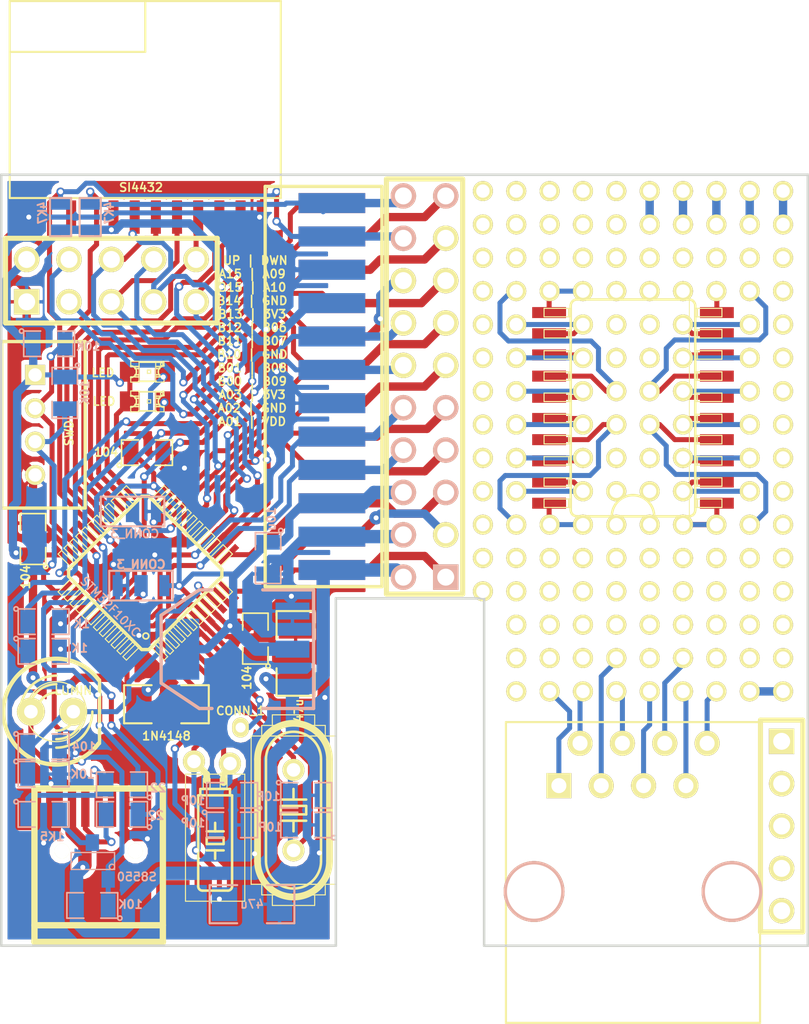
<source format=kicad_pcb>
(kicad_pcb (version 3) (host pcbnew "(2013-07-07 BZR 4022)-stable")
  (layers (15 F.Cu signal) (0 B.Cu signal) (18 B.Paste user) (19 F.Paste user) (20 B.SilkS user) (21 F.SilkS user) (22 B.Mask user) (23 F.Mask user) (28 Edge.Cuts user))
  (net 0 "")
  (net 1 +3.3V)
  (net 2 /A1)
  (net 3 /A10)
  (net 4 /A15)
  (net 5 /A2)
  (net 6 /A3)
  (net 7 /A9)
  (net 8 /ADC)
  (net 9 /B0)
  (net 10 /B1)
  (net 11 /B10)
  (net 12 /B11)
  (net 13 /B12)
  (net 14 /B13)
  (net 15 /B14)
  (net 16 /B15)
  (net 17 /B6)
  (net 18 /B7)
  (net 19 /B8)
  (net 20 /B9)
  (net 21 /LED0)
  (net 22 /LED1)
  (net 23 /RF2SEL)
  (net 24 /RFSCK)
  (net 25 /RFSDI)
  (net 26 /RFSDO)
  (net 27 /RFnSEL)
  (net 28 /TCK)
  (net 29 /TMS)
  (net 30 /USBDM)
  (net 31 /USBDP)
  (net 32 /USBI)
  (net 33 /nRST)
  (net 34 GND)
  (net 35 N-000001)
  (net 36 N-0000011)
  (net 37 N-0000013)
  (net 38 N-0000014)
  (net 39 N-0000015)
  (net 40 N-0000016)
  (net 41 N-0000017)
  (net 42 N-0000018)
  (net 43 N-0000019)
  (net 44 N-000002)
  (net 45 N-0000020)
  (net 46 N-0000034)
  (net 47 N-0000035)
  (net 48 N-0000052)
  (net 49 N-0000058)
  (net 50 N-0000059)
  (net 51 N-0000060)
  (net 52 N-0000065)
  (net 53 N-0000082)
  (net 54 N-000009)
  (net 55 VDD)
  (module PIN_ARRAY_5x1 (layer F.Cu) (at 85.9155 72.0725 270)
    (fp_text reference PIN_ARRAY_5X1 hide)
    (fp_text value Val** hide)
    (pad 1 thru_hole rect (at -5.08 0 270) (size 1.524 1.524) (drill 1.016) (layers *.Cu *.Mask F.SilkS))
    (pad 2 thru_hole circle (at -2.54 0 270) (size 1.524 1.524) (drill 1.016) (layers *.Cu *.Mask F.SilkS))
    (pad 3 thru_hole circle (at 0 0 270) (size 1.524 1.524) (drill 1.016) (layers *.Cu *.Mask F.SilkS))
    (pad 4 thru_hole circle (at 2.54 0 270) (size 1.524 1.524) (drill 1.016) (layers *.Cu *.Mask F.SilkS))
    (pad 5 thru_hole circle (at 5.08 0 270) (size 1.524 1.524) (drill 1.016) (layers *.Cu *.Mask F.SilkS))
  )
  (module SM1206 (layer F.Cu) (at 56.769 61.722 90)
    (fp_text reference C6 hide)
    (fp_text value 47u (at -3.429 0.1905 90) (layer F.SilkS) (effects (font (size 0.5 0.5) (thickness 0.1))))
    (pad 1 smd rect (at -1.651 0 90) (size 1.524 2.032) (layers F.Cu F.Paste F.Mask) (net 55 VDD))
    (pad 2 smd rect (at 1.651 0 90) (size 1.524 2.032) (layers F.Cu F.Paste F.Mask) (net 34 GND))
  )
  (module SM1206 (layer F.Cu) (at 49.022 64.77)
    (fp_text reference D1 hide)
    (fp_text value 1N4148 (at 0 1.905) (layer F.SilkS) (effects (font (size 0.5 0.5) (thickness 0.1))))
    (pad 1 smd rect (at -1.651 0) (size 1.524 2.032) (layers F.Cu F.Paste F.Mask) (net 1 +3.3V))
    (pad 2 smd rect (at 1.651 0) (size 1.524 2.032) (layers F.Cu F.Paste F.Mask) (net 47 N-0000035))
  )
  (module SM0805 (layer B.Cu) (at 57.404 72.009 180)
    (fp_text reference C2 hide)
    (fp_text value 10P (at 2.159 -0.127 180) (layer B.SilkS) (effects (font (size 0.50038 0.50038) (thickness 0.10922)) (justify mirror)))
    (pad 1 smd rect (at -0.9525 0 180) (size 0.889 1.397) (layers B.Cu B.Paste B.Mask) (net 34 GND))
    (pad 2 smd rect (at 0.9525 0 180) (size 0.889 1.397) (layers B.Cu B.Paste B.Mask) (net 54 N-000009))
  )
  (module SM0805 (layer B.Cu) (at 41.9862 43.1546)
    (fp_text reference R6 hide)
    (fp_text value 10K (at 2.3368 0.1524) (layer B.SilkS) (effects (font (size 0.50038 0.50038) (thickness 0.10922)) (justify mirror)))
    (pad 1 smd rect (at -0.9525 0) (size 0.889 1.397) (layers B.Cu B.Paste B.Mask) (net 1 +3.3V))
    (pad 2 smd rect (at 0.9525 0) (size 0.889 1.397) (layers B.Cu B.Paste B.Mask) (net 29 /TMS))
  )
  (module SM0805 (layer B.Cu) (at 42.926 46.101 270)
    (fp_text reference R5 hide)
    (fp_text value 10K (at 0 -1.2065 270) (layer B.SilkS) (effects (font (size 0.50038 0.50038) (thickness 0.10922)) (justify mirror)))
    (pad 1 smd rect (at -0.9525 0 270) (size 0.889 1.397) (layers B.Cu B.Paste B.Mask) (net 1 +3.3V))
    (pad 2 smd rect (at 0.9525 0 270) (size 0.889 1.397) (layers B.Cu B.Paste B.Mask) (net 28 /TCK))
  )
  (module SM0805 (layer B.Cu) (at 41.656 71.374)
    (fp_text reference R8 hide)
    (fp_text value 1K5 (at 0.508 1.3335) (layer B.SilkS) (effects (font (size 0.50038 0.50038) (thickness 0.10922)) (justify mirror)))
    (pad 1 smd rect (at -0.9525 0) (size 0.889 1.397) (layers B.Cu B.Paste B.Mask) (net 48 N-0000052))
    (pad 2 smd rect (at 0.9525 0) (size 0.889 1.397) (layers B.Cu B.Paste B.Mask) (net 53 N-0000082))
  )
  (module SM0805 (layer B.Cu) (at 41.656 59.817)
    (fp_text reference R17 hide)
    (fp_text value 1K (at 2.286 0.127) (layer B.SilkS) (effects (font (size 0.50038 0.50038) (thickness 0.10922)) (justify mirror)))
    (pad 1 smd rect (at -0.9525 0) (size 0.889 1.397) (layers B.Cu B.Paste B.Mask) (net 50 N-0000059))
    (pad 2 smd rect (at 0.9525 0) (size 0.889 1.397) (layers B.Cu B.Paste B.Mask) (net 21 /LED0))
  )
  (module SM0805 (layer B.Cu) (at 41.656 61.595)
    (fp_text reference R18 hide)
    (fp_text value 1K (at 2.159 -0.1905) (layer B.SilkS) (effects (font (size 0.50038 0.50038) (thickness 0.10922)) (justify mirror)))
    (pad 1 smd rect (at -0.9525 0) (size 0.889 1.397) (layers B.Cu B.Paste B.Mask) (net 49 N-0000058))
    (pad 2 smd rect (at 0.9525 0) (size 0.889 1.397) (layers B.Cu B.Paste B.Mask) (net 22 /LED1))
  )
  (module SM0805 (layer B.Cu) (at 44.577 76.835 180)
    (fp_text reference R9 hide)
    (fp_text value 10K (at -2.286 0.0635 180) (layer B.SilkS) (effects (font (size 0.50038 0.50038) (thickness 0.10922)) (justify mirror)))
    (pad 1 smd rect (at -0.9525 0 180) (size 0.889 1.397) (layers B.Cu B.Paste B.Mask) (net 32 /USBI))
    (pad 2 smd rect (at 0.9525 0 180) (size 0.889 1.397) (layers B.Cu B.Paste B.Mask) (net 55 VDD))
  )
  (module SM0805 (layer B.Cu) (at 55.118 56.007 270)
    (fp_text reference C7 hide)
    (fp_text value 10u (at -2.3495 -0.1905 270) (layer B.SilkS) (effects (font (size 0.50038 0.50038) (thickness 0.10922)) (justify mirror)))
    (pad 1 smd rect (at -0.9525 0 270) (size 0.889 1.397) (layers B.Cu B.Paste B.Mask) (net 1 +3.3V))
    (pad 2 smd rect (at 0.9525 0 270) (size 0.889 1.397) (layers B.Cu B.Paste B.Mask) (net 34 GND))
  )
  (module SM0805 (layer F.Cu) (at 41.021 54.864 90)
    (fp_text reference C8 hide)
    (fp_text value 104 (at -2.286 -0.4445 90) (layer F.SilkS) (effects (font (size 0.50038 0.50038) (thickness 0.10922))))
    (pad 1 smd rect (at -0.9525 0 90) (size 0.889 1.397) (layers F.Cu F.Paste F.Mask) (net 1 +3.3V))
    (pad 2 smd rect (at 0.9525 0 90) (size 0.889 1.397) (layers F.Cu F.Paste F.Mask) (net 34 GND))
  )
  (module SM0805 (layer B.Cu) (at 52.959 72.009)
    (fp_text reference C4 hide)
    (fp_text value 10P (at -2.3495 -0.127) (layer B.SilkS) (effects (font (size 0.50038 0.50038) (thickness 0.10922)) (justify mirror)))
    (pad 1 smd rect (at -0.9525 0) (size 0.889 1.397) (layers B.Cu B.Paste B.Mask) (net 51 N-0000060))
    (pad 2 smd rect (at 0.9525 0) (size 0.889 1.397) (layers B.Cu B.Paste B.Mask) (net 34 GND))
  )
  (module SM0805 (layer B.Cu) (at 52.959 70.231 180)
    (fp_text reference C5 hide)
    (fp_text value 10P (at 2.3495 -0.3175 180) (layer B.SilkS) (effects (font (size 0.50038 0.50038) (thickness 0.10922)) (justify mirror)))
    (pad 1 smd rect (at -0.9525 0 180) (size 0.889 1.397) (layers B.Cu B.Paste B.Mask) (net 34 GND))
    (pad 2 smd rect (at 0.9525 0 180) (size 0.889 1.397) (layers B.Cu B.Paste B.Mask) (net 36 N-0000011))
  )
  (module SM0805 (layer B.Cu) (at 57.404 70.231)
    (fp_text reference C1 hide)
    (fp_text value 10P (at -2.286 0.0635) (layer B.SilkS) (effects (font (size 0.50038 0.50038) (thickness 0.10922)) (justify mirror)))
    (pad 1 smd rect (at -0.9525 0) (size 0.889 1.397) (layers B.Cu B.Paste B.Mask) (net 52 N-0000065))
    (pad 2 smd rect (at 0.9525 0) (size 0.889 1.397) (layers B.Cu B.Paste B.Mask) (net 34 GND))
  )
  (module SM0805 (layer F.Cu) (at 54.356 60.833 90)
    (fp_text reference C3 hide)
    (fp_text value 104 (at -2.3495 -0.508 90) (layer F.SilkS) (effects (font (size 0.50038 0.50038) (thickness 0.10922))))
    (pad 1 smd rect (at -0.9525 0 90) (size 0.889 1.397) (layers F.Cu F.Paste F.Mask) (net 33 /nRST))
    (pad 2 smd rect (at 0.9525 0 90) (size 0.889 1.397) (layers F.Cu F.Paste F.Mask) (net 34 GND))
  )
  (module SM0805 (layer B.Cu) (at 41.656 67.31)
    (fp_text reference C10 hide)
    (fp_text value 104 (at 2.413 0) (layer B.SilkS) (effects (font (size 0.50038 0.50038) (thickness 0.10922)) (justify mirror)))
    (pad 1 smd rect (at -0.9525 0) (size 0.889 1.397) (layers B.Cu B.Paste B.Mask) (net 8 /ADC))
    (pad 2 smd rect (at 0.9525 0) (size 0.889 1.397) (layers B.Cu B.Paste B.Mask) (net 34 GND))
  )
  (module SM0805 (layer B.Cu) (at 41.656 68.961)
    (fp_text reference R12 hide)
    (fp_text value 10K (at 2.3495 0) (layer B.SilkS) (effects (font (size 0.50038 0.50038) (thickness 0.10922)) (justify mirror)))
    (pad 1 smd rect (at -0.9525 0) (size 0.889 1.397) (layers B.Cu B.Paste B.Mask) (net 8 /ADC))
    (pad 2 smd rect (at 0.9525 0) (size 0.889 1.397) (layers B.Cu B.Paste B.Mask) (net 34 GND))
  )
  (module SM0805 (layer B.Cu) (at 46.355 69.596 180)
    (fp_text reference R26 hide)
    (fp_text value 22 (at -2.159 -0.1905 180) (layer B.SilkS) (effects (font (size 0.50038 0.50038) (thickness 0.10922)) (justify mirror)))
    (pad 1 smd rect (at -0.9525 0 180) (size 0.889 1.397) (layers B.Cu B.Paste B.Mask) (net 31 /USBDP))
    (pad 2 smd rect (at 0.9525 0 180) (size 0.889 1.397) (layers B.Cu B.Paste B.Mask) (net 48 N-0000052))
  )
  (module SM0805 (layer B.Cu) (at 46.355 71.374 180)
    (fp_text reference R27 hide)
    (fp_text value 22 (at -2.032 -0.0635 180) (layer B.SilkS) (effects (font (size 0.50038 0.50038) (thickness 0.10922)) (justify mirror)))
    (pad 1 smd rect (at -0.9525 0 180) (size 0.889 1.397) (layers B.Cu B.Paste B.Mask) (net 30 /USBDM))
    (pad 2 smd rect (at 0.9525 0 180) (size 0.889 1.397) (layers B.Cu B.Paste B.Mask) (net 35 N-000001))
  )
  (module SM0603 (layer B.Cu) (at 42.672 35.56 90)
    (fp_text reference R3 hide)
    (fp_text value 4K7 (at 0.254 -1.0795 90) (layer B.SilkS) (effects (font (size 0.508 0.4572) (thickness 0.1143)) (justify mirror)))
    (pad 1 smd rect (at -0.762 0 90) (size 0.635 1.143) (layers B.Cu B.Paste B.Mask) (net 1 +3.3V))
    (pad 2 smd rect (at 0.762 0 90) (size 0.635 1.143) (layers B.Cu B.Paste B.Mask) (net 3 /A10))
  )
  (module SM0603 (layer B.Cu) (at 44.45 35.56 90)
    (fp_text reference R4 hide)
    (fp_text value 4K7 (at 0.254 1.143 90) (layer B.SilkS) (effects (font (size 0.508 0.4572) (thickness 0.1143)) (justify mirror)))
    (pad 1 smd rect (at -0.762 0 90) (size 0.635 1.143) (layers B.Cu B.Paste B.Mask) (net 1 +3.3V))
    (pad 2 smd rect (at 0.762 0 90) (size 0.635 1.143) (layers B.Cu B.Paste B.Mask) (net 7 /A9))
  )
  (module RJ45_8 (layer F.Cu) (at 77 76)
    (fp_text reference J1 hide)
    (fp_text value RJ45 hide)
    (pad Hole np_thru_hole circle (at 5.93852 0) (size 3.64998 3.64998) (drill 3.2512) (layers *.Cu *.SilkS *.Mask))
    (pad Hole np_thru_hole circle (at -5.9309 0) (size 3.64998 3.64998) (drill 3.2512) (layers *.Cu *.SilkS *.Mask))
    (pad 1 thru_hole rect (at -4.445 -6.35) (size 1.50114 1.50114) (drill 0.89916) (layers *.Cu *.Mask F.SilkS) (net 40 N-0000016))
    (pad 2 thru_hole circle (at -3.175 -8.89) (size 1.50114 1.50114) (drill 0.89916) (layers *.Cu *.Mask F.SilkS) (net 41 N-0000017))
    (pad 3 thru_hole circle (at -1.905 -6.35) (size 1.50114 1.50114) (drill 0.89916) (layers *.Cu *.Mask F.SilkS) (net 42 N-0000018))
    (pad 4 thru_hole circle (at -0.635 -8.89) (size 1.50114 1.50114) (drill 0.89916) (layers *.Cu *.Mask F.SilkS) (net 43 N-0000019))
    (pad 5 thru_hole circle (at 0.635 -6.35) (size 1.50114 1.50114) (drill 0.89916) (layers *.Cu *.Mask F.SilkS) (net 45 N-0000020))
    (pad 6 thru_hole circle (at 1.905 -8.89) (size 1.50114 1.50114) (drill 0.89916) (layers *.Cu *.Mask F.SilkS) (net 37 N-0000013))
    (pad 7 thru_hole circle (at 3.175 -6.35) (size 1.50114 1.50114) (drill 0.89916) (layers *.Cu *.Mask F.SilkS) (net 38 N-0000014))
    (pad 8 thru_hole circle (at 4.445 -8.89) (size 1.50114 1.50114) (drill 0.89916) (layers *.Cu *.Mask F.SilkS) (net 39 N-0000015))
  )
  (module PIN_ARRAY_5x2 (layer F.Cu) (at 45.72 39.37)
    (fp_text reference P3 hide)
    (fp_text value nRF24L01 hide)
    (pad 1 thru_hole rect (at -5.08 1.27) (size 1.524 1.524) (drill 1.016) (layers *.Cu *.Mask F.SilkS) (net 34 GND))
    (pad 2 thru_hole circle (at -5.08 -1.27) (size 1.524 1.524) (drill 1.016) (layers *.Cu *.Mask F.SilkS) (net 1 +3.3V))
    (pad 3 thru_hole circle (at -2.54 1.27) (size 1.524 1.524) (drill 1.016) (layers *.Cu *.Mask F.SilkS) (net 12 /B11))
    (pad 4 thru_hole circle (at -2.54 -1.27) (size 1.524 1.524) (drill 1.016) (layers *.Cu *.Mask F.SilkS) (net 27 /RFnSEL))
    (pad 5 thru_hole circle (at 0 1.27) (size 1.524 1.524) (drill 1.016) (layers *.Cu *.Mask F.SilkS) (net 24 /RFSCK))
    (pad 6 thru_hole circle (at 0 -1.27) (size 1.524 1.524) (drill 1.016) (layers *.Cu *.Mask F.SilkS) (net 25 /RFSDI))
    (pad 7 thru_hole circle (at 2.54 1.27) (size 1.524 1.524) (drill 1.016) (layers *.Cu *.Mask F.SilkS) (net 26 /RFSDO))
    (pad 8 thru_hole circle (at 2.54 -1.27) (size 1.524 1.524) (drill 1.016) (layers *.Cu *.Mask F.SilkS) (net 9 /B0))
    (pad 9 thru_hole circle (at 5.08 1.27) (size 1.524 1.524) (drill 1.016) (layers *.Cu *.Mask F.SilkS) (net 11 /B10))
    (pad 10 thru_hole circle (at 5.08 -1.27) (size 1.524 1.524) (drill 1.016) (layers *.Cu *.Mask F.SilkS) (net 23 /RF2SEL))
  )
  (module LED-5MM (layer F.Cu) (at 42.164 65.2145)
    (fp_text reference VR1 hide)
    (fp_text value LUMIN (at 1.27 -1.27) (layer F.SilkS) (effects (font (size 0.5 0.5) (thickness 0.0889))))
    (pad 1 thru_hole circle (at -1.27 0) (size 1.6764 1.6764) (drill 0.8128) (layers *.Cu *.Mask F.SilkS) (net 55 VDD))
    (pad 2 thru_hole circle (at 1.27 0) (size 1.6764 1.6764) (drill 0.8128) (layers *.Cu *.Mask F.SilkS) (net 8 /ADC))
  )
  (module LED-0805 (layer F.Cu) (at 47.879 46.609)
    (fp_text reference D3 hide)
    (fp_text value LED (at -2.6035 0) (layer F.SilkS) (effects (font (size 0.5 0.5) (thickness 0.1))))
    (pad 1 smd rect (at -1.04902 0) (size 1.19888 1.19888) (layers F.Cu F.Paste F.Mask) (net 1 +3.3V))
    (pad 2 smd rect (at 1.04902 0) (size 1.19888 1.19888) (layers F.Cu F.Paste F.Mask) (net 50 N-0000059))
  )
  (module LED-0805 (layer F.Cu) (at 47.879 44.831)
    (fp_text reference D4 hide)
    (fp_text value LED (at -2.667 0.0635) (layer F.SilkS) (effects (font (size 0.5 0.5) (thickness 0.1))))
    (pad 1 smd rect (at -1.04902 0) (size 1.19888 1.19888) (layers F.Cu F.Paste F.Mask) (net 1 +3.3V))
    (pad 2 smd rect (at 1.04902 0) (size 1.19888 1.19888) (layers F.Cu F.Paste F.Mask) (net 49 N-0000058))
  )
  (module nxp-LQFP48 (layer F.Cu) (at 47.752 56.896 135)
    (fp_text reference U1 hide)
    (fp_text value STM32F10XC (at 0.044901 -2.918583 135) (layer B.SilkS) (effects (font (size 0.5 0.5) (thickness 0.0889))))
    (pad 1 smd rect (at -4.29768 -2.74828 135) (size 1.4986 0.34798) (layers F.Cu F.Paste F.Mask) (net 47 N-0000035))
    (pad 2 smd rect (at -4.29768 -2.2479 135) (size 1.4986 0.34798) (layers F.Cu F.Paste F.Mask))
    (pad 3 smd rect (at -4.29768 -1.74752 135) (size 1.4986 0.34798) (layers F.Cu F.Paste F.Mask) (net 51 N-0000060))
    (pad 4 smd rect (at -4.29768 -1.24968 135) (size 1.4986 0.34798) (layers F.Cu F.Paste F.Mask) (net 36 N-0000011))
    (pad 5 smd rect (at -4.29768 -0.7493 135) (size 1.4986 0.34798) (layers F.Cu F.Paste F.Mask) (net 52 N-0000065))
    (pad 6 smd rect (at -4.29768 -0.24892 135) (size 1.4986 0.34798) (layers F.Cu F.Paste F.Mask) (net 54 N-000009))
    (pad 7 smd rect (at -4.29768 0.24892 135) (size 1.4986 0.34798) (layers F.Cu F.Paste F.Mask) (net 33 /nRST))
    (pad 8 smd rect (at -4.29768 0.7493 135) (size 1.4986 0.34798) (layers F.Cu F.Paste F.Mask) (net 34 GND))
    (pad 9 smd rect (at -4.29768 1.24968 135) (size 1.4986 0.34798) (layers F.Cu F.Paste F.Mask) (net 1 +3.3V))
    (pad 10 smd rect (at -4.29768 1.74752 135) (size 1.4986 0.34798) (layers F.Cu F.Paste F.Mask) (net 8 /ADC))
    (pad 11 smd rect (at -4.29768 2.2479 135) (size 1.4986 0.34798) (layers F.Cu F.Paste F.Mask) (net 2 /A1))
    (pad 12 smd rect (at -4.29768 2.74828 135) (size 1.4986 0.34798) (layers F.Cu F.Paste F.Mask) (net 5 /A2))
    (pad 13 smd rect (at -2.74828 4.29768 135) (size 0.34798 1.4986) (layers F.Cu F.Paste F.Mask) (net 6 /A3))
    (pad 14 smd rect (at -2.2479 4.29768 135) (size 0.34798 1.4986) (layers F.Cu F.Paste F.Mask) (net 27 /RFnSEL))
    (pad 15 smd rect (at -1.74752 4.29768 135) (size 0.34798 1.4986) (layers F.Cu F.Paste F.Mask) (net 24 /RFSCK))
    (pad 16 smd rect (at -1.24968 4.29768 135) (size 0.34798 1.4986) (layers F.Cu F.Paste F.Mask) (net 26 /RFSDO))
    (pad 17 smd rect (at -0.7493 4.29768 135) (size 0.34798 1.4986) (layers F.Cu F.Paste F.Mask) (net 25 /RFSDI))
    (pad 18 smd rect (at -0.24892 4.29768 135) (size 0.34798 1.4986) (layers F.Cu F.Paste F.Mask) (net 9 /B0))
    (pad 19 smd rect (at 0.24892 4.29768 135) (size 0.34798 1.4986) (layers F.Cu F.Paste F.Mask) (net 10 /B1))
    (pad 20 smd rect (at 0.7493 4.29768 135) (size 0.34798 1.4986) (layers F.Cu F.Paste F.Mask) (net 46 N-0000034))
    (pad 21 smd rect (at 1.24968 4.29768 135) (size 0.34798 1.4986) (layers F.Cu F.Paste F.Mask) (net 11 /B10))
    (pad 22 smd rect (at 1.74752 4.29768 135) (size 0.34798 1.4986) (layers F.Cu F.Paste F.Mask) (net 12 /B11))
    (pad 23 smd rect (at 2.2479 4.29768 135) (size 0.34798 1.4986) (layers F.Cu F.Paste F.Mask) (net 34 GND))
    (pad 24 smd rect (at 2.74828 4.29768 135) (size 0.34798 1.4986) (layers F.Cu F.Paste F.Mask) (net 1 +3.3V))
    (pad 25 smd rect (at 4.29768 2.74828 135) (size 1.4986 0.34798) (layers F.Cu F.Paste F.Mask) (net 13 /B12))
    (pad 26 smd rect (at 4.29768 2.2479 135) (size 1.4986 0.34798) (layers F.Cu F.Paste F.Mask) (net 14 /B13))
    (pad 27 smd rect (at 4.29768 1.74752 135) (size 1.4986 0.34798) (layers F.Cu F.Paste F.Mask) (net 15 /B14))
    (pad 28 smd rect (at 4.29768 1.24968 135) (size 1.4986 0.34798) (layers F.Cu F.Paste F.Mask) (net 16 /B15))
    (pad 29 smd rect (at 4.29768 0.7493 135) (size 1.4986 0.34798) (layers F.Cu F.Paste F.Mask) (net 23 /RF2SEL))
    (pad 30 smd rect (at 4.29768 0.24892 135) (size 1.4986 0.34798) (layers F.Cu F.Paste F.Mask) (net 7 /A9))
    (pad 31 smd rect (at 4.29768 -0.24892 135) (size 1.4986 0.34798) (layers F.Cu F.Paste F.Mask) (net 3 /A10))
    (pad 32 smd rect (at 4.29768 -0.7493 135) (size 1.4986 0.34798) (layers F.Cu F.Paste F.Mask) (net 30 /USBDM))
    (pad 33 smd rect (at 4.29768 -1.24968 135) (size 1.4986 0.34798) (layers F.Cu F.Paste F.Mask) (net 31 /USBDP))
    (pad 34 smd rect (at 4.29768 -1.74752 135) (size 1.4986 0.34798) (layers F.Cu F.Paste F.Mask) (net 29 /TMS))
    (pad 35 smd rect (at 4.29768 -2.2479 135) (size 1.4986 0.34798) (layers F.Cu F.Paste F.Mask) (net 34 GND))
    (pad 36 smd rect (at 4.29768 -2.74828 135) (size 1.4986 0.34798) (layers F.Cu F.Paste F.Mask) (net 1 +3.3V))
    (pad 37 smd rect (at 2.74828 -4.29768 135) (size 0.34798 1.4986) (layers F.Cu F.Paste F.Mask) (net 28 /TCK))
    (pad 38 smd rect (at 2.2479 -4.29768 135) (size 0.34798 1.4986) (layers F.Cu F.Paste F.Mask) (net 4 /A15))
    (pad 39 smd rect (at 1.74752 -4.29768 135) (size 0.34798 1.4986) (layers F.Cu F.Paste F.Mask) (net 32 /USBI))
    (pad 40 smd rect (at 1.24968 -4.29768 135) (size 0.34798 1.4986) (layers F.Cu F.Paste F.Mask) (net 21 /LED0))
    (pad 41 smd rect (at 0.7493 -4.29768 135) (size 0.34798 1.4986) (layers F.Cu F.Paste F.Mask) (net 22 /LED1))
    (pad 42 smd rect (at 0.24892 -4.29768 135) (size 0.34798 1.4986) (layers F.Cu F.Paste F.Mask) (net 17 /B6))
    (pad 43 smd rect (at -0.24892 -4.29768 135) (size 0.34798 1.4986) (layers F.Cu F.Paste F.Mask) (net 18 /B7))
    (pad 44 smd rect (at -0.7493 -4.29768 135) (size 0.34798 1.4986) (layers F.Cu F.Paste F.Mask) (net 44 N-000002))
    (pad 45 smd rect (at -1.24968 -4.29768 135) (size 0.34798 1.4986) (layers F.Cu F.Paste F.Mask) (net 19 /B8))
    (pad 46 smd rect (at -1.74752 -4.29768 135) (size 0.34798 1.4986) (layers F.Cu F.Paste F.Mask) (net 20 /B9))
    (pad 47 smd rect (at -2.2479 -4.29768 135) (size 0.34798 1.4986) (layers F.Cu F.Paste F.Mask) (net 34 GND))
    (pad 48 smd rect (at -2.74828 -4.29768 135) (size 0.34798 1.4986) (layers F.Cu F.Paste F.Mask) (net 1 +3.3V))
  )
  (module pin_array_10x2 (layer F.Cu) (at 64.5 45.72 90)
    (fp_text reference P5 hide)
    (fp_text value CONN_10X2 hide)
    (pad 19 thru_hole circle (at 11.43 1.27 90) (size 1.524 1.524) (drill 1.016) (layers *.Cu *.SilkS *.Mask) (net 16 /B15))
    (pad 20 thru_hole circle (at 11.43 -1.27 90) (size 1.524 1.524) (drill 1.016) (layers *.Cu *.SilkS *.Mask) (net 7 /A9))
    (pad 18 thru_hole circle (at 8.89 -1.27 90) (size 1.524 1.524) (drill 1.016) (layers *.Cu *.SilkS *.Mask) (net 3 /A10))
    (pad 17 thru_hole circle (at 8.89 1.27 90) (size 1.524 1.524) (drill 1.016) (layers *.Cu *.Mask F.SilkS) (net 15 /B14))
    (pad 1 thru_hole rect (at -11.43 1.27 90) (size 1.524 1.524) (drill 1.016) (layers *.Cu *.SilkS *.Mask) (net 2 /A1))
    (pad 2 thru_hole circle (at -11.43 -1.27 90) (size 1.524 1.524) (drill 1.016) (layers *.Cu *.SilkS *.Mask) (net 55 VDD))
    (pad 3 thru_hole circle (at -8.89 1.27 90) (size 1.524 1.524) (drill 1.016) (layers *.Cu *.Mask F.SilkS) (net 5 /A2))
    (pad 4 thru_hole circle (at -8.89 -1.27 90) (size 1.524 1.524) (drill 1.016) (layers *.Cu *.SilkS *.Mask) (net 34 GND))
    (pad 5 thru_hole circle (at -6.35 1.27 90) (size 1.524 1.524) (drill 1.016) (layers *.Cu *.SilkS *.Mask) (net 6 /A3))
    (pad 6 thru_hole circle (at -6.35 -1.27 90) (size 1.524 1.524) (drill 1.016) (layers *.Cu *.SilkS *.Mask) (net 1 +3.3V))
    (pad 7 thru_hole circle (at -3.81 1.27 90) (size 1.524 1.524) (drill 1.016) (layers *.Cu *.SilkS *.Mask) (net 9 /B0))
    (pad 8 thru_hole circle (at -3.81 -1.27 90) (size 1.524 1.524) (drill 1.016) (layers *.Cu *.SilkS *.Mask) (net 20 /B9))
    (pad 9 thru_hole circle (at -1.27 1.27 90) (size 1.524 1.524) (drill 1.016) (layers *.Cu *.SilkS *.Mask) (net 10 /B1))
    (pad 10 thru_hole circle (at -1.27 -1.27 90) (size 1.524 1.524) (drill 1.016) (layers *.Cu *.SilkS *.Mask) (net 19 /B8))
    (pad 11 thru_hole circle (at 1.27 1.27 90) (size 1.524 1.524) (drill 1.016) (layers *.Cu *.Mask F.SilkS) (net 11 /B10))
    (pad 12 thru_hole circle (at 1.27 -1.27 90) (size 1.524 1.524) (drill 1.016) (layers *.Cu *.Mask F.SilkS) (net 18 /B7))
    (pad 13 thru_hole circle (at 3.81 1.27 90) (size 1.524 1.524) (drill 1.016) (layers *.Cu *.Mask F.SilkS) (net 12 /B11))
    (pad 14 thru_hole circle (at 3.81 -1.27 90) (size 1.524 1.524) (drill 1.016) (layers *.Cu *.Mask F.SilkS) (net 17 /B6))
    (pad 15 thru_hole circle (at 6.35 1.27 90) (size 1.524 1.524) (drill 1.016) (layers *.Cu *.Mask F.SilkS) (net 14 /B13))
    (pad 16 thru_hole circle (at 6.35 -1.27 90) (size 1.524 1.524) (drill 1.016) (layers *.Cu *.Mask F.SilkS) (net 13 /B12))
  )
  (module crystal-TC26H (layer F.Cu) (at 51.943 68.199 180)
    (fp_text reference X2 hide)
    (fp_text value 32.768K hide)
    (pad 1 thru_hole circle (at -0.889 -0.127 180) (size 1.3208 1.3208) (drill 0.8128) (layers *.Cu F.Paste F.SilkS F.Mask) (net 36 N-0000011))
    (pad 2 thru_hole circle (at 1.27 0 180) (size 1.3208 1.3208) (drill 0.8128) (layers *.Cu F.Paste F.SilkS F.Mask) (net 51 N-0000060))
  )
  (module crystal-HC49/S (layer F.Cu) (at 56.642 71.12 270)
    (fp_text reference X1 hide)
    (fp_text value 8M hide)
    (pad 1 thru_hole circle (at -2.413 0 270) (size 1.3208 1.3208) (drill 0.8128) (layers *.Cu F.Paste F.SilkS F.Mask) (net 52 N-0000065))
    (pad 2 thru_hole circle (at 2.413 0 270) (size 1.3208 1.3208) (drill 0.8128) (layers *.Cu F.Paste F.SilkS F.Mask) (net 54 N-000009))
  )
  (module Conn2mm12x2 (layer F.Cu) (at 59.944 45.72 90)
    (fp_text reference P4 hide)
    (fp_text value CONN_2mm hide)
    (pad 22 smd rect (at 8.99922 -1.00076 90) (size 1.19888 4.0005) (layers B.Cu B.Paste B.Mask) (net 3 /A10))
    (pad 21 smd rect (at 8.99922 -1.00076 90) (size 1.19888 4.0005) (layers F.Cu F.Paste F.Mask) (net 16 /B15))
    (pad 23 smd rect (at 11.00074 -1.00076 90) (size 1.19888 4.0005) (layers F.Cu F.Paste F.Mask) (net 4 /A15))
    (pad 24 smd rect (at 11.00074 -1.00076 90) (size 1.19888 4.0005) (layers B.Cu B.Paste B.Mask) (net 7 /A9))
    (pad 20 smd rect (at 7.00278 -1.00076 90) (size 1.19888 4.0005) (layers B.Cu B.Paste B.Mask) (net 34 GND))
    (pad 19 smd rect (at 7.00278 -1.00076 90) (size 1.19888 4.0005) (layers F.Cu F.Paste F.Mask) (net 15 /B14))
    (pad 17 smd rect (at 5.00126 -1.00076 90) (size 1.19888 4.0005) (layers F.Cu F.Paste F.Mask) (net 14 /B13))
    (pad 18 smd rect (at 5.00126 -1.00076 90) (size 1.19888 4.0005) (layers B.Cu B.Paste B.Mask) (net 1 +3.3V))
    (pad 14 smd rect (at 1.00076 -1.00076 90) (size 1.19888 4.0005) (layers B.Cu B.Paste B.Mask) (net 18 /B7))
    (pad 13 smd rect (at 1.00076 -1.00076 90) (size 1.19888 4.0005) (layers F.Cu F.Paste F.Mask) (net 12 /B11))
    (pad 15 smd rect (at 3.00228 -1.00076 90) (size 1.19888 4.0005) (layers F.Cu F.Paste F.Mask) (net 13 /B12))
    (pad 16 smd rect (at 3.00228 -1.00076 90) (size 1.19888 4.0005) (layers B.Cu B.Paste B.Mask) (net 17 /B6))
    (pad 12 smd rect (at -0.99822 -1.00076 90) (size 1.19888 4.0005) (layers B.Cu B.Paste B.Mask) (net 34 GND))
    (pad 11 smd rect (at -0.99822 -1.00076 90) (size 1.19888 4.0005) (layers F.Cu F.Paste F.Mask) (net 11 /B10))
    (pad 9 smd rect (at -2.99974 -1.00076 90) (size 1.19888 4.0005) (layers F.Cu F.Paste F.Mask) (net 10 /B1))
    (pad 10 smd rect (at -2.99974 -1.00076 90) (size 1.19888 4.0005) (layers B.Cu B.Paste B.Mask) (net 19 /B8))
    (pad 6 smd rect (at -7.00024 -1.00076 90) (size 1.19888 4.0005) (layers B.Cu B.Paste B.Mask) (net 1 +3.3V))
    (pad 5 smd rect (at -7.00024 -1.00076 90) (size 1.19888 4.0005) (layers F.Cu F.Paste F.Mask) (net 6 /A3))
    (pad 7 smd rect (at -4.99872 -1.00076 90) (size 1.19888 4.0005) (layers F.Cu F.Paste F.Mask) (net 9 /B0))
    (pad 8 smd rect (at -4.99872 -1.00076 90) (size 1.19888 4.0005) (layers B.Cu B.Paste B.Mask) (net 20 /B9))
    (pad 4 smd rect (at -8.99922 -1.00076 90) (size 1.19888 4.0005) (layers B.Cu B.Paste B.Mask) (net 34 GND))
    (pad 3 smd rect (at -8.99922 -1.00076 90) (size 1.19888 4.0005) (layers F.Cu F.Paste F.Mask) (net 5 /A2))
    (pad 1 smd rect (at -11.00074 -1.00076 90) (size 1.19888 4.0005) (layers F.Cu F.Paste F.Mask) (net 2 /A1))
    (pad 2 smd rect (at -11.00074 -1.00076 90) (size 1.19888 4.0005) (layers B.Cu B.Paste B.Mask) (net 55 VDD))
  )
  (module SOT223 (layer B.Cu) (at 53.2765 61.468 270)
    (fp_text reference IC1 hide)
    (fp_text value REG1117 hide)
    (pad 4 smd rect (at 0 3.302 270) (size 3.6576 2.032) (layers B.Cu B.Paste B.Mask) (net 1 +3.3V))
    (pad 2 smd rect (at 0 -3.302 270) (size 1.016 2.032) (layers B.Cu B.Paste B.Mask) (net 1 +3.3V))
    (pad 3 smd rect (at 2.286 -3.302 270) (size 1.016 2.032) (layers B.Cu B.Paste B.Mask) (net 55 VDD))
    (pad 1 smd rect (at -2.286 -3.302 270) (size 1.016 2.032) (layers B.Cu B.Paste B.Mask) (net 34 GND))
  )
  (module SOT23 (layer B.Cu) (at 44.577 74.168 180)
    (fp_text reference Q1 hide)
    (fp_text value S8550 (at -2.667 -0.9525 180) (layer B.SilkS) (effects (font (size 0.50038 0.50038) (thickness 0.09906)) (justify mirror)))
    (pad 3 smd rect (at 0 1.09982 180) (size 0.8001 1.00076) (layers B.Cu B.Paste B.Mask) (net 53 N-0000082))
    (pad 2 smd rect (at 0.9525 -1.09982 180) (size 0.8001 1.00076) (layers B.Cu B.Paste B.Mask) (net 55 VDD))
    (pad 1 smd rect (at -0.9525 -1.09982 180) (size 0.8001 1.00076) (layers B.Cu B.Paste B.Mask) (net 32 /USBI))
  )
  (module PH2PIN4 (layer F.Cu) (at 41.148 48.006 270)
    (fp_text reference P1 hide)
    (fp_text value SWD (at 0.508 -2.032 270) (layer F.SilkS) (effects (font (size 0.5 0.5) (thickness 0.1))))
    (pad 1 thru_hole rect (at -2.984 0 270) (size 1.2 1.2) (drill 0.8) (layers *.Cu *.Mask F.SilkS) (net 1 +3.3V))
    (pad 2 thru_hole circle (at -0.984 0 270) (size 1.2 1.2) (drill 0.8) (layers *.Cu *.Mask F.SilkS) (net 29 /TMS))
    (pad 3 thru_hole circle (at 1.016 0 270) (size 1.2 1.2) (drill 0.8) (layers *.Cu *.Mask F.SilkS) (net 28 /TCK))
    (pad 4 thru_hole circle (at 3.016 0 270) (size 1.2 1.2) (drill 0.8) (layers *.Cu *.Mask F.SilkS) (net 34 GND))
  )
  (module SM0805 (layer F.Cu) (at 47.8536 49.6824)
    (fp_text reference C11 hide)
    (fp_text value 104 (at -2.4511 -0.0254) (layer F.SilkS) (effects (font (size 0.50038 0.50038) (thickness 0.10922))))
    (pad 1 smd rect (at -0.9525 0) (size 0.889 1.397) (layers F.Cu F.Paste F.Mask) (net 1 +3.3V))
    (pad 2 smd rect (at 0.9525 0) (size 0.889 1.397) (layers F.Cu F.Paste F.Mask) (net 34 GND))
  )
  (module USB_MINI_B (layer F.Cu) (at 44.958 74.422 90)
    (fp_text reference J2 hide)
    (fp_text value MINI-USB-5P hide)
    (pad 1 smd rect (at 3.44932 -1.6002 90) (size 2.30124 0.50038) (layers F.Cu F.Paste F.Mask) (net 55 VDD))
    (pad 2 smd rect (at 3.44932 -0.8001 90) (size 2.30124 0.50038) (layers F.Cu F.Paste F.Mask) (net 35 N-000001))
    (pad 3 smd rect (at 3.44932 0 90) (size 2.30124 0.50038) (layers F.Cu F.Paste F.Mask) (net 48 N-0000052))
    (pad 4 smd rect (at 3.44932 0.8001 90) (size 2.30124 0.50038) (layers F.Cu F.Paste F.Mask))
    (pad 5 smd rect (at 3.44932 1.6002 90) (size 2.30124 0.50038) (layers F.Cu F.Paste F.Mask) (net 34 GND))
    (pad 6 smd rect (at 3.35026 -4.45008 90) (size 2.49936 1.99898) (layers F.Cu F.Paste F.Mask))
    (pad 7 smd rect (at -2.14884 -4.45008 90) (size 2.49936 1.99898) (layers F.Cu F.Paste F.Mask))
    (pad 8 smd rect (at 3.35026 4.45008 90) (size 2.49936 1.99898) (layers F.Cu F.Paste F.Mask))
    (pad 9 smd rect (at -2.14884 4.45008 90) (size 2.49936 1.99898) (layers F.Cu F.Paste F.Mask))
    (pad "" np_thru_hole circle (at 0.8509 -2.19964 90) (size 0.89916 0.89916) (drill 0.89916) (layers *.Cu *.Mask F.SilkS))
    (pad 2 np_thru_hole circle (at 0.8509 2.19964 90) (size 0.89916 0.89916) (drill 0.89916) (layers *.Cu *.Mask F.SilkS) (net 35 N-000001))
  )
  (module TST1 (layer F.Cu) (at 53.467 66.167)
    (fp_text reference P9 hide)
    (fp_text value CONN_1 (at 0 -1) (layer F.SilkS) (effects (font (size 0.5 0.5) (thickness 0.1))))
    (pad 1 thru_hole oval (at 0 0) (size 1 1.2) (drill 0.6) (layers *.Cu *.Mask F.SilkS) (net 33 /nRST))
  )
  (module JMP3 (layer B.Cu) (at 47.498 57.658 90)
    (fp_text reference K1 hide)
    (fp_text value CONN_3 (at 1.27 0 180) (layer B.SilkS) (effects (font (size 0.5 0.5) (thickness 0.125)) (justify mirror)))
    (pad 1 smd rect (at 0 1.4 90) (size 1.27 0.6) (layers B.Cu B.Paste B.Mask) (net 1 +3.3V))
    (pad 2 smd rect (at 0 0 90) (size 1.27 0.8) (layers B.Cu B.Paste B.Mask) (net 44 N-000002))
    (pad 3 smd rect (at 0 -1.4 90) (size 1.27 0.6) (layers B.Cu B.Paste B.Mask) (net 34 GND))
  )
  (module JMP3 (layer B.Cu) (at 46.99 53.213 90)
    (fp_text reference K2 hide)
    (fp_text value CONN_3 (at -1.3335 0.127 180) (layer B.SilkS) (effects (font (size 0.5 0.5) (thickness 0.1)) (justify mirror)))
    (pad 1 smd rect (at 0 1.4 90) (size 1.27 0.6) (layers B.Cu B.Paste B.Mask) (net 34 GND))
    (pad 2 smd rect (at 0 0 90) (size 1.27 0.8) (layers B.Cu B.Paste B.Mask) (net 46 N-0000034))
    (pad 3 smd rect (at 0 -1.4 90) (size 1.27 0.6) (layers B.Cu B.Paste B.Mask) (net 1 +3.3V))
  )
  (module SM1206 (layer B.Cu) (at 54.1528 76.7588)
    (fp_text reference C9 hide)
    (fp_text value 47u (at 0 0) (layer B.SilkS) (effects (font (size 0.5 0.5) (thickness 0.1)) (justify mirror)))
    (pad 1 smd rect (at -1.651 0) (size 1.524 2.032) (layers B.Cu B.Paste B.Mask) (net 47 N-0000035))
    (pad 2 smd rect (at 1.651 0) (size 1.524 2.032) (layers B.Cu B.Paste B.Mask) (net 34 GND))
  )
  (module maxim-10-SO20L (layer F.Cu) (at 77 47 90)
    (fp_text reference >VALUE hide)
    (fp_text value >NAME hide)
    (pad 1 smd rect (at -5.715 5.0292 90) (size 0.6604 2.032) (layers F.Cu F.Paste F.Mask))
    (pad 2 smd rect (at -4.445 5.0292 90) (size 0.6604 2.032) (layers F.Cu F.Paste F.Mask))
    (pad 3 smd rect (at -3.175 5.0292 90) (size 0.6604 2.032) (layers F.Cu F.Paste F.Mask))
    (pad 4 smd rect (at -1.905 5.0292 90) (size 0.6604 2.032) (layers F.Cu F.Paste F.Mask))
    (pad 5 smd rect (at -0.635 5.0292 90) (size 0.6604 2.032) (layers F.Cu F.Paste F.Mask))
    (pad 6 smd rect (at 0.635 5.0292 90) (size 0.6604 2.032) (layers F.Cu F.Paste F.Mask))
    (pad 7 smd rect (at 1.905 5.0292 90) (size 0.6604 2.032) (layers F.Cu F.Paste F.Mask))
    (pad 8 smd rect (at 3.175 5.0292 90) (size 0.6604 2.032) (layers F.Cu F.Paste F.Mask))
    (pad 9 smd rect (at 4.445 5.0292 90) (size 0.6604 2.032) (layers F.Cu F.Paste F.Mask))
    (pad 10 smd rect (at 5.715 5.0292 90) (size 0.6604 2.032) (layers F.Cu F.Paste F.Mask))
    (pad 11 smd rect (at 5.715 -5.0292 90) (size 0.6604 2.032) (layers F.Cu F.Paste F.Mask))
    (pad 12 smd rect (at 4.445 -5.0292 90) (size 0.6604 2.032) (layers F.Cu F.Paste F.Mask))
    (pad 13 smd rect (at 3.175 -5.0292 90) (size 0.6604 2.032) (layers F.Cu F.Paste F.Mask))
    (pad 14 smd rect (at 1.905 -5.0292 90) (size 0.6604 2.032) (layers F.Cu F.Paste F.Mask))
    (pad 15 smd rect (at 0.635 -5.0292 90) (size 0.6604 2.032) (layers F.Cu F.Paste F.Mask))
    (pad 16 smd rect (at -0.635 -5.0292 90) (size 0.6604 2.032) (layers F.Cu F.Paste F.Mask))
    (pad 17 smd rect (at -1.905 -5.0292 90) (size 0.6604 2.032) (layers F.Cu F.Paste F.Mask))
    (pad 18 smd rect (at -3.175 -5.0292 90) (size 0.6604 2.032) (layers F.Cu F.Paste F.Mask))
    (pad 19 smd rect (at -4.445 -5.0292 90) (size 0.6604 2.032) (layers F.Cu F.Paste F.Mask))
    (pad 20 smd rect (at -5.715 -5.0292 90) (size 0.6604 2.032) (layers F.Cu F.Paste F.Mask))
  )
  (module SI4432 (layer F.Cu) (at 47.752 30.734)
    (fp_text reference P2 hide)
    (fp_text value SI4432 (at -0.254 3.048) (layer F.SilkS) (effects (font (size 0.5 0.5) (thickness 0.1))))
    (pad 1 smd rect (at -6.985 4.826) (size 0.6 2) (layers F.Cu F.Paste F.Mask) (net 34 GND) (clearance 0.1))
    (pad 3 smd rect (at -4.445 4.826) (size 0.6 2) (layers F.Cu F.Paste F.Mask))
    (pad 5 smd rect (at -1.905 4.826) (size 0.6 2) (layers F.Cu F.Paste F.Mask) (net 1 +3.3V))
    (pad 6 smd rect (at -0.635 4.826) (size 0.6 2) (layers F.Cu F.Paste F.Mask) (net 26 /RFSDO))
    (pad 7 smd rect (at 0.635 4.826) (size 0.6 2) (layers F.Cu F.Paste F.Mask) (net 25 /RFSDI))
    (pad 8 smd rect (at 1.905 4.826) (size 0.6 2) (layers F.Cu F.Paste F.Mask) (net 24 /RFSCK))
    (pad 9 smd rect (at 3.175 4.826) (size 0.6 2) (layers F.Cu F.Paste F.Mask) (net 23 /RF2SEL))
    (pad 10 smd rect (at 4.445 4.826) (size 0.6 2) (layers F.Cu F.Paste F.Mask) (net 10 /B1))
    (pad 11 smd rect (at 5.715 4.826) (size 0.6 2) (layers F.Cu F.Paste F.Mask) (net 11 /B10))
    (pad 12 smd rect (at 6.985 4.826) (size 0.6 2) (layers F.Cu F.Paste F.Mask) (net 34 GND))
  )
  (module ROW10_2mm (layer F.Cu) (at 79 34)
    (fp_text reference "" hide)
    (fp_text value "" hide)
    (pad 1 thru_hole circle (at -11 0) (size 1.2 1.2) (drill 0.8) (layers *.Cu *.Mask F.SilkS) (clearance 0.1))
    (pad 2 thru_hole circle (at -9 0) (size 1.2 1.2) (drill 0.8) (layers *.Cu *.Mask F.SilkS) (clearance 0.1))
    (pad 3 thru_hole circle (at -7 0) (size 1.2 1.2) (drill 0.8) (layers *.Cu *.Mask F.SilkS) (clearance 0.1))
    (pad 4 thru_hole circle (at -5 0) (size 1.2 1.2) (drill 0.8) (layers *.Cu *.Mask F.SilkS) (clearance 0.1))
    (pad 5 thru_hole circle (at -3 0) (size 1.2 1.2) (drill 0.8) (layers *.Cu *.Mask F.SilkS) (clearance 0.1))
    (pad 6 thru_hole circle (at -1 0) (size 1.2 1.2) (drill 0.8) (layers *.Cu *.Mask F.SilkS) (clearance 0.1))
    (pad 7 thru_hole circle (at 1 0) (size 1.2 1.2) (drill 0.8) (layers *.Cu *.Mask F.SilkS) (clearance 0.1))
    (pad 8 thru_hole circle (at 3 0) (size 1.2 1.2) (drill 0.8) (layers *.Cu *.Mask F.SilkS) (clearance 0.1))
    (pad 9 thru_hole circle (at 5 0) (size 1.2 1.2) (drill 0.8) (layers *.Cu *.Mask F.SilkS) (clearance 0.1))
    (pad 10 thru_hole circle (at 7 0) (size 1.2 1.2) (drill 0.8) (layers *.Cu *.Mask F.SilkS) (clearance 0.1))
  )
  (module ROW10_2mm (layer F.Cu) (at 79 36)
    (fp_text reference "" hide)
    (fp_text value "" hide)
    (pad 1 thru_hole circle (at -11 0) (size 1.2 1.2) (drill 0.8) (layers *.Cu *.Mask F.SilkS) (clearance 0.1))
    (pad 2 thru_hole circle (at -9 0) (size 1.2 1.2) (drill 0.8) (layers *.Cu *.Mask F.SilkS) (clearance 0.1))
    (pad 3 thru_hole circle (at -7 0) (size 1.2 1.2) (drill 0.8) (layers *.Cu *.Mask F.SilkS) (clearance 0.1))
    (pad 4 thru_hole circle (at -5 0) (size 1.2 1.2) (drill 0.8) (layers *.Cu *.Mask F.SilkS) (clearance 0.1))
    (pad 5 thru_hole circle (at -3 0) (size 1.2 1.2) (drill 0.8) (layers *.Cu *.Mask F.SilkS) (clearance 0.1))
    (pad 6 thru_hole circle (at -1 0) (size 1.2 1.2) (drill 0.8) (layers *.Cu *.Mask F.SilkS) (clearance 0.1))
    (pad 7 thru_hole circle (at 1 0) (size 1.2 1.2) (drill 0.8) (layers *.Cu *.Mask F.SilkS) (clearance 0.1))
    (pad 8 thru_hole circle (at 3 0) (size 1.2 1.2) (drill 0.8) (layers *.Cu *.Mask F.SilkS) (clearance 0.1))
    (pad 9 thru_hole circle (at 5 0) (size 1.2 1.2) (drill 0.8) (layers *.Cu *.Mask F.SilkS) (clearance 0.1))
    (pad 10 thru_hole circle (at 7 0) (size 1.2 1.2) (drill 0.8) (layers *.Cu *.Mask F.SilkS) (clearance 0.1))
  )
  (module ROW10_2mm (layer F.Cu) (at 79 38)
    (fp_text reference P? hide)
    (fp_text value ROW10_2mm hide)
    (pad 1 thru_hole circle (at -11 0) (size 1.2 1.2) (drill 0.8) (layers *.Cu *.Mask F.SilkS) (clearance 0.1))
    (pad 2 thru_hole circle (at -9 0) (size 1.2 1.2) (drill 0.8) (layers *.Cu *.Mask F.SilkS) (clearance 0.1))
    (pad 3 thru_hole circle (at -7 0) (size 1.2 1.2) (drill 0.8) (layers *.Cu *.Mask F.SilkS) (clearance 0.1))
    (pad 4 thru_hole circle (at -5 0) (size 1.2 1.2) (drill 0.8) (layers *.Cu *.Mask F.SilkS) (clearance 0.1))
    (pad 5 thru_hole circle (at -3 0) (size 1.2 1.2) (drill 0.8) (layers *.Cu *.Mask F.SilkS) (clearance 0.1))
    (pad 6 thru_hole circle (at -1 0) (size 1.2 1.2) (drill 0.8) (layers *.Cu *.Mask F.SilkS) (clearance 0.1))
    (pad 7 thru_hole circle (at 1 0) (size 1.2 1.2) (drill 0.8) (layers *.Cu *.Mask F.SilkS) (clearance 0.1))
    (pad 8 thru_hole circle (at 3 0) (size 1.2 1.2) (drill 0.8) (layers *.Cu *.Mask F.SilkS) (clearance 0.1))
    (pad 9 thru_hole circle (at 5 0) (size 1.2 1.2) (drill 0.8) (layers *.Cu *.Mask F.SilkS) (clearance 0.1))
    (pad 10 thru_hole circle (at 7 0) (size 1.2 1.2) (drill 0.8) (layers *.Cu *.Mask F.SilkS) (clearance 0.1))
  )
  (module ROW10_2mm (layer F.Cu) (at 79 40)
    (fp_text reference "" hide)
    (fp_text value "" hide)
    (pad 1 thru_hole circle (at -11 0) (size 1.2 1.2) (drill 0.8) (layers *.Cu *.Mask F.SilkS) (clearance 0.1))
    (pad 2 thru_hole circle (at -9 0) (size 1.2 1.2) (drill 0.8) (layers *.Cu *.Mask F.SilkS) (clearance 0.1))
    (pad 3 thru_hole circle (at -7 0) (size 1.2 1.2) (drill 0.8) (layers *.Cu *.Mask F.SilkS) (clearance 0.1))
    (pad 4 thru_hole circle (at -5 0) (size 1.2 1.2) (drill 0.8) (layers *.Cu *.Mask F.SilkS) (clearance 0.1))
    (pad 5 thru_hole circle (at -3 0) (size 1.2 1.2) (drill 0.8) (layers *.Cu *.Mask F.SilkS) (clearance 0.1))
    (pad 6 thru_hole circle (at -1 0) (size 1.2 1.2) (drill 0.8) (layers *.Cu *.Mask F.SilkS) (clearance 0.1))
    (pad 7 thru_hole circle (at 1 0) (size 1.2 1.2) (drill 0.8) (layers *.Cu *.Mask F.SilkS) (clearance 0.1))
    (pad 8 thru_hole circle (at 3 0) (size 1.2 1.2) (drill 0.8) (layers *.Cu *.Mask F.SilkS) (clearance 0.1))
    (pad 9 thru_hole circle (at 5 0) (size 1.2 1.2) (drill 0.8) (layers *.Cu *.Mask F.SilkS) (clearance 0.1))
    (pad 10 thru_hole circle (at 7 0) (size 1.2 1.2) (drill 0.8) (layers *.Cu *.Mask F.SilkS) (clearance 0.1))
  )
  (module ROW10_2mmM38 (layer F.Cu) (at 79 42)
    (fp_text reference "" hide)
    (fp_text value "" hide)
    (pad 1 thru_hole circle (at -11 0) (size 1.2 1.2) (drill 0.8) (layers *.Cu *.Mask F.SilkS) (clearance 0.1))
    (pad 2 thru_hole circle (at -9 0) (size 1.2 1.2) (drill 0.8) (layers *.Cu *.Mask F.SilkS) (clearance 0.1))
    (pad 4 thru_hole circle (at -5 0) (size 1.2 1.2) (drill 0.8) (layers *.Cu *.Mask F.SilkS) (clearance 0.1))
    (pad 5 thru_hole circle (at -3 0) (size 1.2 1.2) (drill 0.8) (layers *.Cu *.Mask F.SilkS) (clearance 0.1))
    (pad 6 thru_hole circle (at -1 0) (size 1.2 1.2) (drill 0.8) (layers *.Cu *.Mask F.SilkS) (clearance 0.1))
    (pad 7 thru_hole circle (at 1 0) (size 1.2 1.2) (drill 0.8) (layers *.Cu *.Mask F.SilkS) (clearance 0.1))
    (pad 9 thru_hole circle (at 5 0) (size 1.2 1.2) (drill 0.8) (layers *.Cu *.Mask F.SilkS) (clearance 0.1))
    (pad 10 thru_hole circle (at 7 0) (size 1.2 1.2) (drill 0.8) (layers *.Cu *.Mask F.SilkS) (clearance 0.1))
  )
  (module ROW10_2mmM38 (layer F.Cu) (at 79 44)
    (fp_text reference "" hide)
    (fp_text value "" hide)
    (pad 1 thru_hole circle (at -11 0) (size 1.2 1.2) (drill 0.8) (layers *.Cu *.Mask F.SilkS) (clearance 0.1))
    (pad 2 thru_hole circle (at -9 0) (size 1.2 1.2) (drill 0.8) (layers *.Cu *.Mask F.SilkS) (clearance 0.1))
    (pad 4 thru_hole circle (at -5 0) (size 1.2 1.2) (drill 0.8) (layers *.Cu *.Mask F.SilkS) (clearance 0.1))
    (pad 5 thru_hole circle (at -3 0) (size 1.2 1.2) (drill 0.8) (layers *.Cu *.Mask F.SilkS) (clearance 0.1))
    (pad 6 thru_hole circle (at -1 0) (size 1.2 1.2) (drill 0.8) (layers *.Cu *.Mask F.SilkS) (clearance 0.1))
    (pad 7 thru_hole circle (at 1 0) (size 1.2 1.2) (drill 0.8) (layers *.Cu *.Mask F.SilkS) (clearance 0.1))
    (pad 9 thru_hole circle (at 5 0) (size 1.2 1.2) (drill 0.8) (layers *.Cu *.Mask F.SilkS) (clearance 0.1))
    (pad 10 thru_hole circle (at 7 0) (size 1.2 1.2) (drill 0.8) (layers *.Cu *.Mask F.SilkS) (clearance 0.1))
  )
  (module ROW10_2mmM38 (layer F.Cu) (at 79 46)
    (fp_text reference "" hide)
    (fp_text value "" hide)
    (pad 1 thru_hole circle (at -11 0) (size 1.2 1.2) (drill 0.8) (layers *.Cu *.Mask F.SilkS) (clearance 0.1))
    (pad 2 thru_hole circle (at -9 0) (size 1.2 1.2) (drill 0.8) (layers *.Cu *.Mask F.SilkS) (clearance 0.1))
    (pad 4 thru_hole circle (at -5 0) (size 1.2 1.2) (drill 0.8) (layers *.Cu *.Mask F.SilkS) (clearance 0.1))
    (pad 5 thru_hole circle (at -3 0) (size 1.2 1.2) (drill 0.8) (layers *.Cu *.Mask F.SilkS) (clearance 0.1))
    (pad 6 thru_hole circle (at -1 0) (size 1.2 1.2) (drill 0.8) (layers *.Cu *.Mask F.SilkS) (clearance 0.1))
    (pad 7 thru_hole circle (at 1 0) (size 1.2 1.2) (drill 0.8) (layers *.Cu *.Mask F.SilkS) (clearance 0.1))
    (pad 9 thru_hole circle (at 5 0) (size 1.2 1.2) (drill 0.8) (layers *.Cu *.Mask F.SilkS) (clearance 0.1))
    (pad 10 thru_hole circle (at 7 0) (size 1.2 1.2) (drill 0.8) (layers *.Cu *.Mask F.SilkS) (clearance 0.1))
  )
  (module ROW10_2mmM38 (layer F.Cu) (at 79 48)
    (fp_text reference "" hide)
    (fp_text value "" hide)
    (pad 1 thru_hole circle (at -11 0) (size 1.2 1.2) (drill 0.8) (layers *.Cu *.Mask F.SilkS) (clearance 0.1))
    (pad 2 thru_hole circle (at -9 0) (size 1.2 1.2) (drill 0.8) (layers *.Cu *.Mask F.SilkS) (clearance 0.1))
    (pad 4 thru_hole circle (at -5 0) (size 1.2 1.2) (drill 0.8) (layers *.Cu *.Mask F.SilkS) (clearance 0.1))
    (pad 5 thru_hole circle (at -3 0) (size 1.2 1.2) (drill 0.8) (layers *.Cu *.Mask F.SilkS) (clearance 0.1))
    (pad 6 thru_hole circle (at -1 0) (size 1.2 1.2) (drill 0.8) (layers *.Cu *.Mask F.SilkS) (clearance 0.1))
    (pad 7 thru_hole circle (at 1 0) (size 1.2 1.2) (drill 0.8) (layers *.Cu *.Mask F.SilkS) (clearance 0.1))
    (pad 9 thru_hole circle (at 5 0) (size 1.2 1.2) (drill 0.8) (layers *.Cu *.Mask F.SilkS) (clearance 0.1))
    (pad 10 thru_hole circle (at 7 0) (size 1.2 1.2) (drill 0.8) (layers *.Cu *.Mask F.SilkS) (clearance 0.1))
  )
  (module ROW10_2mmM38 (layer F.Cu) (at 79 50)
    (fp_text reference "" hide)
    (fp_text value "" hide)
    (pad 1 thru_hole circle (at -11 0) (size 1.2 1.2) (drill 0.8) (layers *.Cu *.Mask F.SilkS) (clearance 0.1))
    (pad 2 thru_hole circle (at -9 0) (size 1.2 1.2) (drill 0.8) (layers *.Cu *.Mask F.SilkS) (clearance 0.1))
    (pad 4 thru_hole circle (at -5 0) (size 1.2 1.2) (drill 0.8) (layers *.Cu *.Mask F.SilkS) (clearance 0.1))
    (pad 5 thru_hole circle (at -3 0) (size 1.2 1.2) (drill 0.8) (layers *.Cu *.Mask F.SilkS) (clearance 0.1))
    (pad 6 thru_hole circle (at -1 0) (size 1.2 1.2) (drill 0.8) (layers *.Cu *.Mask F.SilkS) (clearance 0.1))
    (pad 7 thru_hole circle (at 1 0) (size 1.2 1.2) (drill 0.8) (layers *.Cu *.Mask F.SilkS) (clearance 0.1))
    (pad 9 thru_hole circle (at 5 0) (size 1.2 1.2) (drill 0.8) (layers *.Cu *.Mask F.SilkS) (clearance 0.1))
    (pad 10 thru_hole circle (at 7 0) (size 1.2 1.2) (drill 0.8) (layers *.Cu *.Mask F.SilkS) (clearance 0.1))
  )
  (module ROW10_2mmM38 (layer F.Cu) (at 79 52)
    (fp_text reference "" hide)
    (fp_text value "" hide)
    (pad 1 thru_hole circle (at -11 0) (size 1.2 1.2) (drill 0.8) (layers *.Cu *.Mask F.SilkS) (clearance 0.1))
    (pad 2 thru_hole circle (at -9 0) (size 1.2 1.2) (drill 0.8) (layers *.Cu *.Mask F.SilkS) (clearance 0.1))
    (pad 4 thru_hole circle (at -5 0) (size 1.2 1.2) (drill 0.8) (layers *.Cu *.Mask F.SilkS) (clearance 0.1))
    (pad 5 thru_hole circle (at -3 0) (size 1.2 1.2) (drill 0.8) (layers *.Cu *.Mask F.SilkS) (clearance 0.1))
    (pad 6 thru_hole circle (at -1 0) (size 1.2 1.2) (drill 0.8) (layers *.Cu *.Mask F.SilkS) (clearance 0.1))
    (pad 7 thru_hole circle (at 1 0) (size 1.2 1.2) (drill 0.8) (layers *.Cu *.Mask F.SilkS) (clearance 0.1))
    (pad 9 thru_hole circle (at 5 0) (size 1.2 1.2) (drill 0.8) (layers *.Cu *.Mask F.SilkS) (clearance 0.1))
    (pad 10 thru_hole circle (at 7 0) (size 1.2 1.2) (drill 0.8) (layers *.Cu *.Mask F.SilkS) (clearance 0.1))
  )
  (module ROW10_2mm (layer F.Cu) (at 79 58)
    (fp_text reference "" hide)
    (fp_text value "" hide)
    (pad 1 thru_hole circle (at -11 0) (size 1.2 1.2) (drill 0.8) (layers *.Cu *.Mask F.SilkS) (clearance 0.1))
    (pad 2 thru_hole circle (at -9 0) (size 1.2 1.2) (drill 0.8) (layers *.Cu *.Mask F.SilkS) (clearance 0.1))
    (pad 3 thru_hole circle (at -7 0) (size 1.2 1.2) (drill 0.8) (layers *.Cu *.Mask F.SilkS) (clearance 0.1))
    (pad 4 thru_hole circle (at -5 0) (size 1.2 1.2) (drill 0.8) (layers *.Cu *.Mask F.SilkS) (clearance 0.1))
    (pad 5 thru_hole circle (at -3 0) (size 1.2 1.2) (drill 0.8) (layers *.Cu *.Mask F.SilkS) (clearance 0.1))
    (pad 6 thru_hole circle (at -1 0) (size 1.2 1.2) (drill 0.8) (layers *.Cu *.Mask F.SilkS) (clearance 0.1))
    (pad 7 thru_hole circle (at 1 0) (size 1.2 1.2) (drill 0.8) (layers *.Cu *.Mask F.SilkS) (clearance 0.1))
    (pad 8 thru_hole circle (at 3 0) (size 1.2 1.2) (drill 0.8) (layers *.Cu *.Mask F.SilkS) (clearance 0.1))
    (pad 9 thru_hole circle (at 5 0) (size 1.2 1.2) (drill 0.8) (layers *.Cu *.Mask F.SilkS) (clearance 0.1))
    (pad 10 thru_hole circle (at 7 0) (size 1.2 1.2) (drill 0.8) (layers *.Cu *.Mask F.SilkS) (clearance 0.1))
  )
  (module ROW10_2mm (layer F.Cu) (at 79 54)
    (fp_text reference "" hide)
    (fp_text value "" hide)
    (pad 1 thru_hole circle (at -11 0) (size 1.2 1.2) (drill 0.8) (layers *.Cu *.Mask F.SilkS) (clearance 0.1))
    (pad 2 thru_hole circle (at -9 0) (size 1.2 1.2) (drill 0.8) (layers *.Cu *.Mask F.SilkS) (clearance 0.1))
    (pad 3 thru_hole circle (at -7 0) (size 1.2 1.2) (drill 0.8) (layers *.Cu *.Mask F.SilkS) (clearance 0.1))
    (pad 4 thru_hole circle (at -5 0) (size 1.2 1.2) (drill 0.8) (layers *.Cu *.Mask F.SilkS) (clearance 0.1))
    (pad 5 thru_hole circle (at -3 0) (size 1.2 1.2) (drill 0.8) (layers *.Cu *.Mask F.SilkS) (clearance 0.1))
    (pad 6 thru_hole circle (at -1 0) (size 1.2 1.2) (drill 0.8) (layers *.Cu *.Mask F.SilkS) (clearance 0.1))
    (pad 7 thru_hole circle (at 1 0) (size 1.2 1.2) (drill 0.8) (layers *.Cu *.Mask F.SilkS) (clearance 0.1))
    (pad 8 thru_hole circle (at 3 0) (size 1.2 1.2) (drill 0.8) (layers *.Cu *.Mask F.SilkS) (clearance 0.1))
    (pad 9 thru_hole circle (at 5 0) (size 1.2 1.2) (drill 0.8) (layers *.Cu *.Mask F.SilkS) (clearance 0.1))
    (pad 10 thru_hole circle (at 7 0) (size 1.2 1.2) (drill 0.8) (layers *.Cu *.Mask F.SilkS) (clearance 0.1))
  )
  (module ROW10_2mm (layer F.Cu) (at 79 56)
    (fp_text reference "" hide)
    (fp_text value "" hide)
    (pad 1 thru_hole circle (at -11 0) (size 1.2 1.2) (drill 0.8) (layers *.Cu *.Mask F.SilkS) (clearance 0.1))
    (pad 2 thru_hole circle (at -9 0) (size 1.2 1.2) (drill 0.8) (layers *.Cu *.Mask F.SilkS) (clearance 0.1))
    (pad 3 thru_hole circle (at -7 0) (size 1.2 1.2) (drill 0.8) (layers *.Cu *.Mask F.SilkS) (clearance 0.1))
    (pad 4 thru_hole circle (at -5 0) (size 1.2 1.2) (drill 0.8) (layers *.Cu *.Mask F.SilkS) (clearance 0.1))
    (pad 5 thru_hole circle (at -3 0) (size 1.2 1.2) (drill 0.8) (layers *.Cu *.Mask F.SilkS) (clearance 0.1))
    (pad 6 thru_hole circle (at -1 0) (size 1.2 1.2) (drill 0.8) (layers *.Cu *.Mask F.SilkS) (clearance 0.1))
    (pad 7 thru_hole circle (at 1 0) (size 1.2 1.2) (drill 0.8) (layers *.Cu *.Mask F.SilkS) (clearance 0.1))
    (pad 8 thru_hole circle (at 3 0) (size 1.2 1.2) (drill 0.8) (layers *.Cu *.Mask F.SilkS) (clearance 0.1))
    (pad 9 thru_hole circle (at 5 0) (size 1.2 1.2) (drill 0.8) (layers *.Cu *.Mask F.SilkS) (clearance 0.1))
    (pad 10 thru_hole circle (at 7 0) (size 1.2 1.2) (drill 0.8) (layers *.Cu *.Mask F.SilkS) (clearance 0.1))
  )
  (module ROW10_2mmM1 (layer F.Cu) (at 79 60)
    (fp_text reference "" hide)
    (fp_text value "" hide)
    (pad 2 thru_hole circle (at -9 0) (size 1.2 1.2) (drill 0.8) (layers *.Cu *.Mask F.SilkS) (clearance 0.1))
    (pad 3 thru_hole circle (at -7 0) (size 1.2 1.2) (drill 0.8) (layers *.Cu *.Mask F.SilkS) (clearance 0.1))
    (pad 4 thru_hole circle (at -5 0) (size 1.2 1.2) (drill 0.8) (layers *.Cu *.Mask F.SilkS) (clearance 0.1))
    (pad 5 thru_hole circle (at -3 0) (size 1.2 1.2) (drill 0.8) (layers *.Cu *.Mask F.SilkS) (clearance 0.1))
    (pad 6 thru_hole circle (at -1 0) (size 1.2 1.2) (drill 0.8) (layers *.Cu *.Mask F.SilkS) (clearance 0.1))
    (pad 7 thru_hole circle (at 1 0) (size 1.2 1.2) (drill 0.8) (layers *.Cu *.Mask F.SilkS) (clearance 0.1))
    (pad 8 thru_hole circle (at 3 0) (size 1.2 1.2) (drill 0.8) (layers *.Cu *.Mask F.SilkS) (clearance 0.1))
    (pad 9 thru_hole circle (at 5 0) (size 1.2 1.2) (drill 0.8) (layers *.Cu *.Mask F.SilkS) (clearance 0.1))
    (pad 10 thru_hole circle (at 7 0) (size 1.2 1.2) (drill 0.8) (layers *.Cu *.Mask F.SilkS) (clearance 0.1))
  )
  (module ROW10_2mmM1 (layer F.Cu) (at 79 62)
    (fp_text reference "" hide)
    (fp_text value "" hide)
    (pad 2 thru_hole circle (at -9 0) (size 1.2 1.2) (drill 0.8) (layers *.Cu *.Mask F.SilkS) (clearance 0.1))
    (pad 3 thru_hole circle (at -7 0) (size 1.2 1.2) (drill 0.8) (layers *.Cu *.Mask F.SilkS) (clearance 0.1))
    (pad 4 thru_hole circle (at -5 0) (size 1.2 1.2) (drill 0.8) (layers *.Cu *.Mask F.SilkS) (clearance 0.1))
    (pad 5 thru_hole circle (at -3 0) (size 1.2 1.2) (drill 0.8) (layers *.Cu *.Mask F.SilkS) (clearance 0.1))
    (pad 6 thru_hole circle (at -1 0) (size 1.2 1.2) (drill 0.8) (layers *.Cu *.Mask F.SilkS) (clearance 0.1))
    (pad 7 thru_hole circle (at 1 0) (size 1.2 1.2) (drill 0.8) (layers *.Cu *.Mask F.SilkS) (clearance 0.1))
    (pad 8 thru_hole circle (at 3 0) (size 1.2 1.2) (drill 0.8) (layers *.Cu *.Mask F.SilkS) (clearance 0.1))
    (pad 9 thru_hole circle (at 5 0) (size 1.2 1.2) (drill 0.8) (layers *.Cu *.Mask F.SilkS) (clearance 0.1))
    (pad 10 thru_hole circle (at 7 0) (size 1.2 1.2) (drill 0.8) (layers *.Cu *.Mask F.SilkS) (clearance 0.1))
  )
  (module ROW10_2mmM1 (layer F.Cu) (at 79 64)
    (fp_text reference P? hide)
    (fp_text value "" hide)
    (pad 2 thru_hole circle (at -9 0) (size 1.2 1.2) (drill 0.8) (layers *.Cu *.Mask F.SilkS) (clearance 0.1))
    (pad 3 thru_hole circle (at -7 0) (size 1.2 1.2) (drill 0.8) (layers *.Cu *.Mask F.SilkS) (clearance 0.1))
    (pad 4 thru_hole circle (at -5 0) (size 1.2 1.2) (drill 0.8) (layers *.Cu *.Mask F.SilkS) (clearance 0.1))
    (pad 5 thru_hole circle (at -3 0) (size 1.2 1.2) (drill 0.8) (layers *.Cu *.Mask F.SilkS) (clearance 0.1))
    (pad 6 thru_hole circle (at -1 0) (size 1.2 1.2) (drill 0.8) (layers *.Cu *.Mask F.SilkS) (clearance 0.1))
    (pad 7 thru_hole circle (at 1 0) (size 1.2 1.2) (drill 0.8) (layers *.Cu *.Mask F.SilkS) (clearance 0.1))
    (pad 8 thru_hole circle (at 3 0) (size 1.2 1.2) (drill 0.8) (layers *.Cu *.Mask F.SilkS) (clearance 0.1))
    (pad 9 thru_hole circle (at 5 0) (size 1.2 1.2) (drill 0.8) (layers *.Cu *.Mask F.SilkS) (clearance 0.1))
    (pad 10 thru_hole circle (at 7 0) (size 1.2 1.2) (drill 0.8) (layers *.Cu *.Mask F.SilkS) (clearance 0.1))
  )
  (gr_text " UP | DWN\nA15 | A09\nB15 | A10\nB14 | GND\nB13 | 3V3\nB12 | B06\nB11 | B07\nB10 | GND\nB01 | B08\nB00 | B09\nA03 | 3V3\nA02 | GND\nA01 | VDD" (at 54.1655 42.9895) (layer F.SilkS) (effects (font (size 0.5 0.5) (thickness 0.1))))
  (gr_line (start 87.5 79.25) (end 68.072 79.25) (angle 90) (layer Edge.Cuts) (width 0.15))
  (gr_line (start 87.484 33.02) (end 87.484 79.25) (angle 90) (layer Edge.Cuts) (width 0.15))
  (gr_line (start 39.116 33.02) (end 87.5 33.02) (angle 90) (layer Edge.Cuts) (width 0.15))
  (gr_line (start 39.116 79.25) (end 39.116 33.02) (angle 90) (layer Edge.Cuts) (width 0.15))
  (gr_line (start 59.182 79.248) (end 39.116 79.248) (angle 90) (layer Edge.Cuts) (width 0.15))
  (gr_line (start 59.182 58.42) (end 59.182 79.25) (angle 90) (layer Edge.Cuts) (width 0.15))
  (gr_line (start 68.072 58.42) (end 68.072 79.25) (angle 90) (layer Edge.Cuts) (width 0.15))
  (gr_line (start 59.182 58.42) (end 68.072 58.42) (angle 90) (layer Edge.Cuts) (width 0.15))
  (segment (start 76 48) (end 75.952 48) (width 0.3) (layer B.Cu) (net 0))
  (segment (start 69.0245 53.0245) (end 70 54) (width 0.3) (layer B.Cu) (net 0))
  (segment (start 69.0245 51.3715) (end 69.0245 53.0245) (width 0.3) (layer B.Cu) (net 0))
  (segment (start 69.342 51.054) (end 69.0245 51.3715) (width 0.3) (layer B.Cu) (net 0))
  (segment (start 74.422 51.054) (end 69.342 51.054) (width 0.3) (layer B.Cu) (net 0))
  (segment (start 74.93 50.546) (end 74.422 51.054) (width 0.3) (layer B.Cu) (net 0))
  (segment (start 74.93 49.022) (end 74.93 50.546) (width 0.3) (layer B.Cu) (net 0))
  (segment (start 75.952 48) (end 74.93 49.022) (width 0.3) (layer B.Cu) (net 0))
  (segment (start 78 48) (end 78 48.282) (width 0.3) (layer B.Cu) (net 0))
  (segment (start 84.176 54) (end 84 54) (width 0.3) (layer B.Cu) (net 0))
  (segment (start 84.963 53.213) (end 84.176 54) (width 0.3) (layer B.Cu) (net 0))
  (segment (start 84.963 51.4985) (end 84.963 53.213) (width 0.3) (layer B.Cu) (net 0))
  (segment (start 84.455 50.9905) (end 84.963 51.4985) (width 0.3) (layer B.Cu) (net 0))
  (segment (start 79.5655 50.9905) (end 84.455 50.9905) (width 0.3) (layer B.Cu) (net 0))
  (segment (start 78.994 50.419) (end 79.5655 50.9905) (width 0.3) (layer B.Cu) (net 0))
  (segment (start 78.994 49.276) (end 78.994 50.419) (width 0.3) (layer B.Cu) (net 0))
  (segment (start 78 48.282) (end 78.994 49.276) (width 0.3) (layer B.Cu) (net 0))
  (segment (start 78 46) (end 78 45.698) (width 0.3) (layer B.Cu) (net 0))
  (segment (start 84.963 40.963) (end 84 40) (width 0.3) (layer B.Cu) (net 0))
  (segment (start 84.963 42.545) (end 84.963 40.963) (width 0.3) (layer B.Cu) (net 0))
  (segment (start 84.582 42.926) (end 84.963 42.545) (width 0.3) (layer B.Cu) (net 0))
  (segment (start 79.502 42.926) (end 84.582 42.926) (width 0.3) (layer B.Cu) (net 0))
  (segment (start 78.994 43.434) (end 79.502 42.926) (width 0.3) (layer B.Cu) (net 0))
  (segment (start 78.994 44.704) (end 78.994 43.434) (width 0.3) (layer B.Cu) (net 0))
  (segment (start 78 45.698) (end 78.994 44.704) (width 0.3) (layer B.Cu) (net 0))
  (segment (start 76 46) (end 76 45.774) (width 0.3) (layer B.Cu) (net 0))
  (segment (start 69.728 40) (end 70 40) (width 0.3) (layer B.Cu) (net 0))
  (segment (start 69.0245 40.7035) (end 69.728 40) (width 0.3) (layer B.Cu) (net 0))
  (segment (start 69.0245 42.4815) (end 69.0245 40.7035) (width 0.3) (layer B.Cu) (net 0))
  (segment (start 69.5325 42.9895) (end 69.0245 42.4815) (width 0.3) (layer B.Cu) (net 0))
  (segment (start 74.4855 42.9895) (end 69.5325 42.9895) (width 0.3) (layer B.Cu) (net 0))
  (segment (start 74.93 43.434) (end 74.4855 42.9895) (width 0.3) (layer B.Cu) (net 0))
  (segment (start 74.93 44.704) (end 74.93 43.434) (width 0.3) (layer B.Cu) (net 0))
  (segment (start 76 45.774) (end 74.93 44.704) (width 0.3) (layer B.Cu) (net 0))
  (segment (start 78 34) (end 78 36) (width 0.5) (layer B.Cu) (net 0))
  (segment (start 80 34) (end 80 36) (width 0.5) (layer B.Cu) (net 0))
  (segment (start 82 34) (end 82 36) (width 0.5) (layer B.Cu) (net 0))
  (segment (start 84 34) (end 84 36) (width 0.5) (layer B.Cu) (net 0))
  (segment (start 86 34) (end 86 36) (width 0.5) (layer B.Cu) (net 0))
  (segment (start 84 64) (end 86 64) (width 0.5) (layer B.Cu) (net 0))
  (segment (start 80 52) (end 84 52) (width 0.3) (layer B.Cu) (net 0))
  (segment (start 80 50) (end 84 50) (width 0.3) (layer B.Cu) (net 0))
  (segment (start 80 48) (end 84 48) (width 0.3) (layer B.Cu) (net 0))
  (segment (start 80 46) (end 84 46) (width 0.3) (layer B.Cu) (net 0))
  (segment (start 80 44) (end 84 44) (width 0.3) (layer B.Cu) (net 0))
  (segment (start 80 42) (end 84 42) (width 0.3) (layer B.Cu) (net 0))
  (segment (start 72 40) (end 74 40) (width 0.3) (layer B.Cu) (net 0))
  (segment (start 71.9708 41.285) (end 71.9708 40.0292) (width 0.3) (layer F.Cu) (net 0))
  (segment (start 71.9708 40.0292) (end 72 40) (width 0.3) (layer F.Cu) (net 0))
  (segment (start 82.0292 41.285) (end 82.0292 40.0292) (width 0.3) (layer F.Cu) (net 0))
  (segment (start 82.0292 40.0292) (end 82 40) (width 0.3) (layer F.Cu) (net 0))
  (segment (start 71.9708 52.715) (end 71.9708 53.9708) (width 0.3) (layer F.Cu) (net 0))
  (segment (start 71.9708 53.9708) (end 72 54) (width 0.3) (layer F.Cu) (net 0))
  (segment (start 82.0292 52.715) (end 82.0292 53.9708) (width 0.3) (layer F.Cu) (net 0))
  (segment (start 82.0292 53.9708) (end 82 54) (width 0.3) (layer F.Cu) (net 0))
  (segment (start 82 54) (end 80 54) (width 0.3) (layer F.Cu) (net 0))
  (segment (start 80 54) (end 82 54) (width 0.3) (layer F.Cu) (net 0))
  (via (at 82 54) (size 0.5) (layers F.Cu B.Cu) (net 0))
  (segment (start 82 54) (end 80 54) (width 0.3) (layer B.Cu) (net 0))
  (segment (start 82.0292 51.445) (end 80.555 51.445) (width 0.3) (layer F.Cu) (net 0))
  (segment (start 80.555 51.445) (end 80 52) (width 0.3) (layer F.Cu) (net 0))
  (segment (start 82.0292 50.175) (end 80.175 50.175) (width 0.3) (layer F.Cu) (net 0))
  (segment (start 80.175 50.175) (end 80 50) (width 0.3) (layer F.Cu) (net 0))
  (segment (start 82.0292 48.905) (end 79.505 48.905) (width 0.3) (layer F.Cu) (net 0))
  (segment (start 78.6 48) (end 78 48) (width 0.3) (layer F.Cu) (net 0))
  (segment (start 79.505 48.905) (end 78.6 48) (width 0.3) (layer F.Cu) (net 0))
  (segment (start 82.0292 47.635) (end 80.365 47.635) (width 0.3) (layer F.Cu) (net 0))
  (segment (start 80.365 47.635) (end 80 48) (width 0.3) (layer F.Cu) (net 0))
  (segment (start 82.0292 46.365) (end 80.365 46.365) (width 0.3) (layer F.Cu) (net 0))
  (segment (start 80.365 46.365) (end 80 46) (width 0.3) (layer F.Cu) (net 0))
  (segment (start 82.0292 45.095) (end 79.495 45.095) (width 0.3) (layer F.Cu) (net 0))
  (segment (start 78.59 46) (end 78 46) (width 0.3) (layer F.Cu) (net 0))
  (segment (start 79.495 45.095) (end 78.59 46) (width 0.3) (layer F.Cu) (net 0))
  (segment (start 82.0292 43.825) (end 80.175 43.825) (width 0.3) (layer F.Cu) (net 0))
  (segment (start 80.175 43.825) (end 80 44) (width 0.3) (layer F.Cu) (net 0))
  (segment (start 82.0292 42.555) (end 80.555 42.555) (width 0.3) (layer F.Cu) (net 0))
  (segment (start 80.555 42.555) (end 80 42) (width 0.3) (layer F.Cu) (net 0))
  (segment (start 74 54) (end 72 54) (width 0.3) (layer B.Cu) (net 0))
  (segment (start 74 42) (end 70 42) (width 0.3) (layer B.Cu) (net 0))
  (segment (start 74 52) (end 70 52) (width 0.3) (layer B.Cu) (net 0))
  (segment (start 74 50) (end 70 50) (width 0.3) (layer B.Cu) (net 0))
  (segment (start 74 48) (end 70 48) (width 0.3) (layer B.Cu) (net 0))
  (segment (start 74 46) (end 70 46) (width 0.3) (layer B.Cu) (net 0))
  (segment (start 74 44) (end 70 44) (width 0.3) (layer B.Cu) (net 0))
  (segment (start 71.9708 51.445) (end 73.445 51.445) (width 0.3) (layer F.Cu) (net 0))
  (segment (start 73.445 51.445) (end 74 52) (width 0.3) (layer F.Cu) (net 0))
  (segment (start 71.9708 42.555) (end 73.445 42.555) (width 0.3) (layer F.Cu) (net 0))
  (segment (start 73.445 42.555) (end 74 42) (width 0.3) (layer F.Cu) (net 0))
  (segment (start 71.9708 50.175) (end 73.825 50.175) (width 0.3) (layer F.Cu) (net 0))
  (segment (start 73.825 50.175) (end 74 50) (width 0.3) (layer F.Cu) (net 0))
  (segment (start 71.9708 43.825) (end 73.825 43.825) (width 0.3) (layer F.Cu) (net 0))
  (segment (start 73.825 43.825) (end 74 44) (width 0.3) (layer F.Cu) (net 0))
  (segment (start 71.9708 45.095) (end 74.495 45.095) (width 0.3) (layer F.Cu) (net 0))
  (segment (start 75.4 46) (end 76 46) (width 0.3) (layer F.Cu) (net 0))
  (segment (start 74.495 45.095) (end 75.4 46) (width 0.3) (layer F.Cu) (net 0))
  (segment (start 71.9708 48.905) (end 74.305 48.905) (width 0.3) (layer F.Cu) (net 0))
  (segment (start 75.21 48) (end 76 48) (width 0.3) (layer F.Cu) (net 0))
  (segment (start 74.305 48.905) (end 75.21 48) (width 0.3) (layer F.Cu) (net 0))
  (segment (start 71.9708 47.635) (end 73.635 47.635) (width 0.3) (layer F.Cu) (net 0))
  (segment (start 73.635 47.635) (end 74 48) (width 0.3) (layer F.Cu) (net 0))
  (segment (start 71.9708 46.365) (end 73.635 46.365) (width 0.3) (layer F.Cu) (net 0))
  (segment (start 73.635 46.365) (end 74 46) (width 0.3) (layer F.Cu) (net 0))
  (segment (start 80.175 69.65) (end 80.175 64.175) (width 0.3) (layer B.Cu) (net 0))
  (segment (start 80.175 64.175) (end 80 64) (width 0.3) (layer B.Cu) (net 0))
  (segment (start 76.365 67.11) (end 76.365 64.365) (width 0.3) (layer B.Cu) (net 0))
  (segment (start 76.365 64.365) (end 76 64) (width 0.3) (layer B.Cu) (net 0))
  (segment (start 58.94324 52.72024) (end 60.81776 52.72024) (width 0.8) (layer B.Cu) (net 1))
  (segment (start 60.81776 52.72024) (end 61.468 52.07) (width 0.8) (layer B.Cu) (net 1))
  (segment (start 61.468 52.07) (end 63.23 52.07) (width 0.8) (layer B.Cu) (net 1))
  (segment (start 49.784 57.658) (end 49.911 57.658) (width 0.3) (layer B.Cu) (net 1))
  (segment (start 53.213 56.9595) (end 53.0225 57.15) (width 0.3) (layer B.Cu) (net 1))
  (segment (start 50.6095 56.9595) (end 53.213 56.9595) (width 0.3) (layer B.Cu) (net 1))
  (segment (start 49.911 57.658) (end 50.6095 56.9595) (width 0.3) (layer B.Cu) (net 1))
  (segment (start 40.64 38.1) (end 40.894 38.1) (width 0.5) (layer B.Cu) (net 1))
  (segment (start 40.894 38.1) (end 42.672 36.322) (width 0.5) (layer B.Cu) (net 1))
  (segment (start 41.0337 43.1546) (end 40.6146 43.1546) (width 0.5) (layer B.Cu) (net 1))
  (segment (start 39.4335 39.3065) (end 40.64 38.1) (width 0.5) (layer B.Cu) (net 1))
  (segment (start 39.4335 41.9735) (end 39.4335 39.3065) (width 0.5) (layer B.Cu) (net 1))
  (segment (start 40.6146 43.1546) (end 39.4335 41.9735) (width 0.5) (layer B.Cu) (net 1))
  (segment (start 41.021 55.8165) (end 40.1955 55.8165) (width 0.5) (layer F.Cu) (net 1))
  (segment (start 40.0685 46.1015) (end 41.148 45.022) (width 0.5) (layer B.Cu) (net 1))
  (segment (start 40.0685 52.6415) (end 40.0685 46.1015) (width 0.5) (layer B.Cu) (net 1))
  (segment (start 39.8145 52.8955) (end 40.0685 52.6415) (width 0.5) (layer B.Cu) (net 1))
  (segment (start 39.8145 55.499) (end 39.8145 52.8955) (width 0.5) (layer B.Cu) (net 1))
  (segment (start 40.005 55.6895) (end 39.8145 55.499) (width 0.5) (layer B.Cu) (net 1))
  (via (at 40.005 55.6895) (size 0.8) (drill 0.3) (layers F.Cu B.Cu) (net 1))
  (segment (start 40.0685 55.6895) (end 40.005 55.6895) (width 0.5) (layer F.Cu) (net 1))
  (segment (start 40.1955 55.8165) (end 40.0685 55.6895) (width 0.5) (layer F.Cu) (net 1))
  (segment (start 47.371 64.77) (end 47.371 64.7065) (width 0.5) (layer F.Cu) (net 1))
  (segment (start 41.021 63.1825) (end 41.021 55.8165) (width 0.5) (layer F.Cu) (net 1))
  (via (at 41.021 63.1825) (size 0.8) (drill 0.3) (layers F.Cu B.Cu) (net 1))
  (segment (start 41.4655 63.627) (end 41.021 63.1825) (width 0.5) (layer B.Cu) (net 1))
  (segment (start 43.1165 63.627) (end 41.4655 63.627) (width 0.5) (layer B.Cu) (net 1))
  (segment (start 43.18 63.6905) (end 43.1165 63.627) (width 0.5) (layer B.Cu) (net 1))
  (via (at 43.18 63.6905) (size 0.8) (drill 0.3) (layers F.Cu B.Cu) (net 1))
  (segment (start 43.688 63.1825) (end 43.18 63.6905) (width 0.5) (layer F.Cu) (net 1))
  (segment (start 45.847 63.1825) (end 43.688 63.1825) (width 0.5) (layer F.Cu) (net 1))
  (segment (start 47.371 64.7065) (end 45.847 63.1825) (width 0.5) (layer F.Cu) (net 1))
  (segment (start 53.086 39.624) (end 53.086 41.534812) (width 0.5) (layer B.Cu) (net 1))
  (segment (start 55.372 42.9895) (end 57.277 41.0845) (width 0.5) (layer B.Cu) (net 1))
  (segment (start 54.61 42.9895) (end 55.372 42.9895) (width 0.5) (layer B.Cu) (net 1))
  (segment (start 53.086 41.534812) (end 54.61 42.9895) (width 0.5) (layer B.Cu) (net 1))
  (segment (start 45.72 36.322) (end 45.974 36.322) (width 0.5) (layer B.Cu) (net 1))
  (segment (start 52.07 38.608) (end 53.086 39.624) (width 0.5) (layer B.Cu) (net 1))
  (segment (start 52.07 37.592) (end 52.07 38.608) (width 0.5) (layer B.Cu) (net 1))
  (segment (start 50.419 35.941) (end 52.07 37.592) (width 0.5) (layer B.Cu) (net 1))
  (segment (start 46.355 35.941) (end 50.419 35.941) (width 0.5) (layer B.Cu) (net 1))
  (segment (start 45.974 36.322) (end 46.355 35.941) (width 0.5) (layer B.Cu) (net 1))
  (segment (start 57.83326 40.71874) (end 58.94324 40.71874) (width 0.5) (layer B.Cu) (net 1))
  (segment (start 44.45 36.322) (end 45.72 36.322) (width 0.5) (layer B.Cu) (net 1))
  (segment (start 45.847 36.195) (end 45.847 35.56) (width 0.3) (layer F.Cu) (net 1))
  (segment (start 45.72 36.322) (end 45.847 36.195) (width 0.3) (layer F.Cu) (net 1))
  (via (at 45.72 36.322) (size 0.5) (layers F.Cu B.Cu) (net 1))
  (segment (start 42.672 36.322) (end 44.45 36.322) (width 0.5) (layer B.Cu) (net 1))
  (segment (start 52.832 60.071) (end 53.0225 60.071) (width 0.8) (layer B.Cu) (net 1))
  (segment (start 53.0225 60.071) (end 54.4195 61.468) (width 0.8) (layer B.Cu) (net 1))
  (segment (start 54.4195 61.468) (end 56.5785 61.468) (width 0.8) (layer B.Cu) (net 1))
  (segment (start 48.26 51.689) (end 48.26 50.927) (width 0.3) (layer F.Cu) (net 1))
  (segment (start 47.0154 49.6824) (end 46.9011 49.6824) (width 0.3) (layer F.Cu) (net 1))
  (segment (start 48.26 50.927) (end 47.0154 49.6824) (width 0.3) (layer F.Cu) (net 1))
  (segment (start 55.118 55.0545) (end 55.9435 55.0545) (width 0.5) (layer B.Cu) (net 1))
  (segment (start 55.9435 55.0545) (end 56.388 54.61) (width 0.5) (layer B.Cu) (net 1))
  (segment (start 56.388 54.61) (end 56.388 53.594) (width 0.5) (layer B.Cu) (net 1))
  (segment (start 56.388 53.594) (end 57.26176 52.72024) (width 0.5) (layer B.Cu) (net 1))
  (segment (start 57.26176 52.72024) (end 58.94324 52.72024) (width 0.5) (layer B.Cu) (net 1))
  (segment (start 52.832 60.071) (end 52.959 60.071) (width 0.5) (layer B.Cu) (net 1))
  (segment (start 52.959 60.071) (end 53.0225 60.0075) (width 0.5) (layer B.Cu) (net 1))
  (segment (start 53.0225 60.0075) (end 53.0225 57.15) (width 0.5) (layer B.Cu) (net 1))
  (segment (start 53.0225 57.15) (end 55.118 55.0545) (width 0.5) (layer B.Cu) (net 1))
  (segment (start 45.59 53.213) (end 45.59 52.454) (width 0.3) (layer B.Cu) (net 1))
  (segment (start 46.355 51.689) (end 48.26 51.689) (width 0.3) (layer B.Cu) (net 1))
  (segment (start 45.59 52.454) (end 46.355 51.689) (width 0.3) (layer B.Cu) (net 1))
  (segment (start 48.898 57.658) (end 49.784 57.658) (width 0.3) (layer B.Cu) (net 1))
  (segment (start 49.9745 61.468) (end 49.9745 61.8617) (width 0.8) (layer B.Cu) (net 1))
  (segment (start 47.371 64.4652) (end 47.371 64.77) (width 0.8) (layer F.Cu) (net 1))
  (segment (start 47.9298 63.9064) (end 47.371 64.4652) (width 0.8) (layer F.Cu) (net 1))
  (via (at 47.9298 63.9064) (size 0.8) (drill 0.3) (layers F.Cu B.Cu) (net 1))
  (segment (start 49.9745 61.8617) (end 47.9298 63.9064) (width 0.8) (layer B.Cu) (net 1))
  (segment (start 46.656409 61.878246) (end 46.656409 64.055409) (width 0.3) (layer F.Cu) (net 1))
  (segment (start 46.656409 64.055409) (end 47.371 64.77) (width 0.3) (layer F.Cu) (net 1))
  (segment (start 41.0337 43.1546) (end 41.0337 44.9077) (width 0.5) (layer B.Cu) (net 1))
  (segment (start 41.0337 44.9077) (end 41.148 45.022) (width 0.5) (layer B.Cu) (net 1))
  (segment (start 46.82998 45.212) (end 46.5074 45.212) (width 0.3) (layer F.Cu) (net 1))
  (segment (start 45.8851 45.1485) (end 42.926 45.1485) (width 0.3) (layer B.Cu) (net 1))
  (segment (start 46.228 45.4914) (end 45.8851 45.1485) (width 0.3) (layer B.Cu) (net 1))
  (via (at 46.228 45.4914) (size 0.5) (layers F.Cu B.Cu) (net 1))
  (segment (start 46.5074 45.212) (end 46.228 45.4914) (width 0.3) (layer F.Cu) (net 1))
  (segment (start 46.82998 46.609) (end 46.82998 45.212) (width 0.3) (layer F.Cu) (net 1))
  (segment (start 46.9011 49.6824) (end 46.6852 49.6824) (width 0.3) (layer F.Cu) (net 1))
  (segment (start 46.6852 49.6824) (end 46.0248 49.022) (width 0.3) (layer F.Cu) (net 1))
  (segment (start 46.0248 49.022) (end 46.0248 47.41418) (width 0.3) (layer F.Cu) (net 1))
  (segment (start 46.0248 47.41418) (end 46.82998 46.609) (width 0.3) (layer F.Cu) (net 1))
  (segment (start 49.784 57.658) (end 49.784 53.086) (width 0.3) (layer B.Cu) (net 1))
  (segment (start 48.484754 51.913754) (end 48.847591 51.913754) (width 0.3) (layer F.Cu) (net 1))
  (segment (start 48.26 51.689) (end 48.484754 51.913754) (width 0.3) (layer F.Cu) (net 1))
  (via (at 48.26 51.689) (size 0.5) (layers F.Cu B.Cu) (net 1))
  (segment (start 48.26 51.562) (end 48.26 51.689) (width 0.3) (layer B.Cu) (net 1))
  (segment (start 49.784 53.086) (end 48.26 51.562) (width 0.3) (layer B.Cu) (net 1))
  (segment (start 50.890915 58.2676) (end 51.674576 59.051261) (width 0.3) (layer F.Cu) (net 1))
  (segment (start 50.3936 58.2676) (end 50.890915 58.2676) (width 0.3) (layer F.Cu) (net 1))
  (segment (start 49.784 57.658) (end 50.3936 58.2676) (width 0.3) (layer F.Cu) (net 1))
  (via (at 49.784 57.658) (size 0.5) (layers F.Cu B.Cu) (net 1))
  (segment (start 41.021 55.8165) (end 42.753663 55.8165) (width 0.3) (layer F.Cu) (net 1))
  (segment (start 42.753663 55.8165) (end 42.769754 55.800409) (width 0.3) (layer F.Cu) (net 1))
  (segment (start 41.148 45.022) (end 42.7995 45.022) (width 0.3) (layer B.Cu) (net 1))
  (segment (start 42.7995 45.022) (end 42.926 45.1485) (width 0.3) (layer B.Cu) (net 1))
  (segment (start 51.435 61.468) (end 49.9745 61.468) (width 0.5) (layer B.Cu) (net 1))
  (segment (start 52.832 60.071) (end 51.435 61.468) (width 0.5) (layer B.Cu) (net 1))
  (segment (start 51.685261 59.051261) (end 52.705 60.071) (width 0.3) (layer F.Cu) (net 1))
  (via (at 52.832 60.071) (size 0.5) (layers F.Cu B.Cu) (net 1))
  (segment (start 52.705 60.071) (end 52.832 60.071) (width 0.3) (layer F.Cu) (net 1))
  (segment (start 51.674576 59.051261) (end 51.685261 59.051261) (width 0.3) (layer F.Cu) (net 1))
  (segment (start 58.94324 56.72074) (end 61.13526 56.72074) (width 0.5) (layer F.Cu) (net 2))
  (segment (start 64.5 55.88) (end 65.77 57.15) (width 0.5) (layer F.Cu) (net 2))
  (segment (start 61.976 55.88) (end 64.5 55.88) (width 0.5) (layer F.Cu) (net 2))
  (segment (start 61.13526 56.72074) (end 61.976 55.88) (width 0.5) (layer F.Cu) (net 2))
  (segment (start 56.69026 56.72074) (end 58.94324 56.72074) (width 0.3) (layer F.Cu) (net 2))
  (segment (start 54.229 59.182) (end 56.69026 56.72074) (width 0.3) (layer F.Cu) (net 2))
  (segment (start 53.213 59.182) (end 54.229 59.182) (width 0.3) (layer F.Cu) (net 2))
  (segment (start 52.380424 58.345413) (end 52.380424 58.349424) (width 0.3) (layer F.Cu) (net 2))
  (segment (start 52.380424 58.349424) (end 53.213 59.182) (width 0.3) (layer F.Cu) (net 2))
  (segment (start 58.94324 36.72078) (end 63.12078 36.72078) (width 0.5) (layer B.Cu) (net 3))
  (segment (start 63.12078 36.72078) (end 63.23 36.83) (width 0.5) (layer B.Cu) (net 3))
  (segment (start 55.626 34.036) (end 55.626 35.814) (width 0.3) (layer F.Cu) (net 3))
  (via (at 55.626 34.036) (size 0.5) (layers F.Cu B.Cu) (net 3))
  (segment (start 55.372 34.29) (end 55.626 34.036) (width 0.3) (layer B.Cu) (net 3))
  (segment (start 45.466 34.29) (end 55.372 34.29) (width 0.3) (layer B.Cu) (net 3))
  (segment (start 44.704 33.528) (end 45.466 34.29) (width 0.3) (layer B.Cu) (net 3))
  (segment (start 44.196 33.528) (end 44.704 33.528) (width 0.3) (layer B.Cu) (net 3))
  (segment (start 43.688 34.036) (end 44.196 33.528) (width 0.3) (layer B.Cu) (net 3))
  (segment (start 42.672 34.036) (end 43.688 34.036) (width 0.3) (layer B.Cu) (net 3))
  (segment (start 56.53278 36.72078) (end 58.94324 36.72078) (width 0.3) (layer B.Cu) (net 3))
  (segment (start 55.626 35.814) (end 56.53278 36.72078) (width 0.3) (layer B.Cu) (net 3))
  (via (at 55.626 35.814) (size 0.5) (layers F.Cu B.Cu) (net 3))
  (segment (start 42.0116 34.798) (end 42.0116 34.6964) (width 0.3) (layer F.Cu) (net 3))
  (segment (start 42.672 34.036) (end 42.672 34.798) (width 0.3) (layer B.Cu) (net 3))
  (via (at 42.672 34.036) (size 0.5) (layers F.Cu B.Cu) (net 3))
  (segment (start 42.0116 34.6964) (end 42.672 34.036) (width 0.3) (layer F.Cu) (net 3))
  (segment (start 44.533494 54.033094) (end 44.537068 54.033094) (width 0.3) (layer F.Cu) (net 3))
  (segment (start 42.0116 41.1988) (end 42.0116 34.798) (width 0.3) (layer F.Cu) (net 3))
  (segment (start 42.0116 34.798) (end 42.0116 34.7472) (width 0.3) (layer F.Cu) (net 3))
  (segment (start 42.6212 41.8084) (end 42.0116 41.1988) (width 0.3) (layer F.Cu) (net 3))
  (segment (start 42.6212 52.1208) (end 42.6212 41.8084) (width 0.3) (layer F.Cu) (net 3))
  (segment (start 44.533494 54.033094) (end 42.6212 52.1208) (width 0.3) (layer F.Cu) (net 3))
  (segment (start 52.324 39.751) (end 52.578 39.4335) (width 0.3) (layer F.Cu) (net 4))
  (segment (start 52.324 39.751) (end 52.324 39.751) (width 0.3) (layer F.Cu) (net 4))
  (via (at 52.324 39.751) (size 0.5) (layers F.Cu B.Cu) (net 4))
  (segment (start 43.127587 58.345413) (end 43.942 57.531) (width 0.3) (layer F.Cu) (net 4))
  (segment (start 43.942 57.531) (end 43.942 57.15) (width 0.3) (layer F.Cu) (net 4))
  (segment (start 43.942 57.15) (end 43.688 56.896) (width 0.3) (layer F.Cu) (net 4))
  (segment (start 43.688 56.896) (end 42.6085 56.896) (width 0.3) (layer F.Cu) (net 4))
  (via (at 42.6085 56.896) (size 0.5) (layers F.Cu B.Cu) (net 4))
  (segment (start 42.6085 56.896) (end 42.926 56.5785) (width 0.3) (layer B.Cu) (net 4))
  (segment (start 42.926 56.5785) (end 42.926 51.308) (width 0.3) (layer B.Cu) (net 4))
  (segment (start 42.926 51.308) (end 46.355 47.879) (width 0.3) (layer B.Cu) (net 4))
  (segment (start 46.355 47.879) (end 46.5455 47.879) (width 0.3) (layer B.Cu) (net 4))
  (segment (start 46.5455 47.879) (end 46.609 47.8155) (width 0.3) (layer B.Cu) (net 4))
  (via (at 46.609 47.8155) (size 0.5) (layers F.Cu B.Cu) (net 4))
  (segment (start 46.609 47.8155) (end 46.736 47.9425) (width 0.3) (layer F.Cu) (net 4))
  (segment (start 46.736 47.9425) (end 50.6095 47.9425) (width 0.3) (layer F.Cu) (net 4))
  (segment (start 43.123576 58.345413) (end 43.127587 58.345413) (width 0.3) (layer F.Cu) (net 4))
  (segment (start 51.059812 47.9425) (end 53.247656 45.754656) (width 0.3) (layer F.Cu) (net 4))
  (segment (start 50.6095 47.9425) (end 51.059812 47.9425) (width 0.3) (layer F.Cu) (net 4))
  (segment (start 52.324 40.005) (end 52.451 40.132) (width 0.3) (layer B.Cu) (net 4))
  (segment (start 52.451 40.132) (end 52.451 41.656) (width 0.3) (layer B.Cu) (net 4))
  (segment (start 52.451 41.656) (end 53.721 42.926) (width 0.3) (layer B.Cu) (net 4))
  (segment (start 53.721 42.926) (end 53.721 44.196) (width 0.3) (layer B.Cu) (net 4))
  (segment (start 53.721 44.196) (end 53.213 44.704) (width 0.3) (layer B.Cu) (net 4))
  (via (at 53.213 44.704) (size 0.5) (layers F.Cu B.Cu) (net 4))
  (segment (start 53.213 44.704) (end 53.247656 44.738656) (width 0.3) (layer F.Cu) (net 4))
  (segment (start 53.247656 44.738656) (end 53.247656 45.754656) (width 0.3) (layer F.Cu) (net 4))
  (segment (start 52.324 39.751) (end 52.324 40.005) (width 0.3) (layer B.Cu) (net 4))
  (segment (start 57.10174 34.71926) (end 58.94324 34.71926) (width 0.3) (layer F.Cu) (net 4))
  (segment (start 56.4515 35.3695) (end 57.10174 34.71926) (width 0.3) (layer F.Cu) (net 4))
  (segment (start 56.4515 36.957) (end 56.4515 35.3695) (width 0.3) (layer F.Cu) (net 4))
  (segment (start 55.753 37.6555) (end 56.4515 36.957) (width 0.3) (layer F.Cu) (net 4))
  (segment (start 54.356 37.6555) (end 55.753 37.6555) (width 0.3) (layer F.Cu) (net 4))
  (segment (start 52.578 39.4335) (end 54.356 37.6555) (width 0.3) (layer F.Cu) (net 4))
  (segment (start 58.94324 54.71922) (end 60.46978 54.71922) (width 0.5) (layer F.Cu) (net 5))
  (segment (start 64.5 53.34) (end 65.77 54.61) (width 0.5) (layer B.Cu) (net 5))
  (segment (start 61.849 53.34) (end 64.5 53.34) (width 0.5) (layer B.Cu) (net 5))
  (segment (start 61.595 53.594) (end 61.849 53.34) (width 0.5) (layer B.Cu) (net 5))
  (via (at 61.595 53.594) (size 0.8) (drill 0.3) (layers F.Cu B.Cu) (net 5))
  (segment (start 60.46978 54.71922) (end 61.595 53.594) (width 0.5) (layer F.Cu) (net 5))
  (segment (start 52.734246 57.991591) (end 54.530409 57.991591) (width 0.3) (layer F.Cu) (net 5))
  (segment (start 54.530409 57.991591) (end 56.007 56.515) (width 0.3) (layer F.Cu) (net 5))
  (segment (start 56.007 56.515) (end 56.007 56.515) (width 0.3) (layer F.Cu) (net 5))
  (segment (start 56.007 56.515) (end 57.80278 54.71922) (width 0.3) (layer F.Cu) (net 5))
  (segment (start 57.80278 54.71922) (end 58.94324 54.71922) (width 0.3) (layer F.Cu) (net 5))
  (segment (start 58.94324 52.72024) (end 62.08776 52.72024) (width 0.5) (layer F.Cu) (net 6))
  (segment (start 65.659 52.07) (end 65.77 52.07) (width 0.5) (layer F.Cu) (net 6))
  (segment (start 64.389 53.34) (end 65.659 52.07) (width 0.5) (layer F.Cu) (net 6))
  (segment (start 62.70752 53.34) (end 64.389 53.34) (width 0.5) (layer F.Cu) (net 6))
  (segment (start 62.08776 52.72024) (end 62.70752 53.34) (width 0.5) (layer F.Cu) (net 6))
  (segment (start 57.26176 52.72024) (end 58.94324 52.72024) (width 0.5) (layer F.Cu) (net 6))
  (segment (start 52.734246 55.800409) (end 54.181591 55.800409) (width 0.3) (layer F.Cu) (net 6))
  (segment (start 54.181591 55.800409) (end 57.26176 52.72024) (width 0.5) (layer F.Cu) (net 6))
  (segment (start 58.94324 34.71926) (end 62.80074 34.71926) (width 0.5) (layer B.Cu) (net 7))
  (segment (start 62.80074 34.71926) (end 63.23 34.29) (width 0.5) (layer B.Cu) (net 7))
  (segment (start 44.45 34.798) (end 56.134 34.798) (width 0.3) (layer B.Cu) (net 7))
  (segment (start 56.21274 34.71926) (end 58.94324 34.71926) (width 0.3) (layer B.Cu) (net 7))
  (segment (start 56.134 34.798) (end 56.21274 34.71926) (width 0.3) (layer B.Cu) (net 7))
  (segment (start 44.831 37.211) (end 44.831 34.417) (width 0.3) (layer F.Cu) (net 7))
  (segment (start 44.45 37.592) (end 44.831 37.211) (width 0.3) (layer F.Cu) (net 7))
  (segment (start 44.45 34.036) (end 44.45 34.798) (width 0.3) (layer B.Cu) (net 7))
  (via (at 44.45 34.036) (size 0.5) (layers F.Cu B.Cu) (net 7))
  (segment (start 44.831 34.417) (end 44.45 34.036) (width 0.3) (layer F.Cu) (net 7))
  (segment (start 44.889094 53.681068) (end 44.889094 53.652094) (width 0.3) (layer F.Cu) (net 7))
  (segment (start 44.45 37.592) (end 44.45 37.592) (width 0.3) (layer F.Cu) (net 7))
  (segment (start 44.45 41.148) (end 44.45 37.592) (width 0.3) (layer F.Cu) (net 7))
  (segment (start 43.053 42.545) (end 44.45 41.148) (width 0.3) (layer F.Cu) (net 7))
  (segment (start 43.053 51.816) (end 43.053 42.545) (width 0.3) (layer F.Cu) (net 7))
  (segment (start 44.889094 53.652094) (end 43.053 51.816) (width 0.3) (layer F.Cu) (net 7))
  (segment (start 58.42 35.2425) (end 58.94324 34.71926) (width 0.3) (layer B.Cu) (net 7))
  (segment (start 52.026602 58.699235) (end 51.968235 58.699235) (width 0.3) (layer F.Cu) (net 8))
  (segment (start 46.0375 65.2145) (end 42.9895 65.2145) (width 0.3) (layer B.Cu) (net 8))
  (segment (start 46.76775 64.48425) (end 46.0375 65.2145) (width 0.3) (layer B.Cu) (net 8))
  (segment (start 46.76775 63.46825) (end 46.76775 64.48425) (width 0.3) (layer B.Cu) (net 8))
  (segment (start 48.514 61.722) (end 46.76775 63.46825) (width 0.3) (layer B.Cu) (net 8))
  (segment (start 48.514 59.436) (end 48.514 61.722) (width 0.3) (layer B.Cu) (net 8))
  (segment (start 48.768 59.182) (end 48.514 59.436) (width 0.3) (layer B.Cu) (net 8))
  (segment (start 49.784 59.182) (end 48.768 59.182) (width 0.3) (layer B.Cu) (net 8))
  (segment (start 50.927 58.039) (end 49.784 59.182) (width 0.3) (layer B.Cu) (net 8))
  (segment (start 50.927 57.658) (end 50.927 58.039) (width 0.3) (layer B.Cu) (net 8))
  (via (at 50.927 57.658) (size 0.5) (layers F.Cu B.Cu) (net 8))
  (segment (start 51.968235 58.699235) (end 50.927 57.658) (width 0.3) (layer F.Cu) (net 8))
  (segment (start 40.7035 67.31) (end 40.894 67.31) (width 0.3) (layer B.Cu) (net 8))
  (segment (start 40.894 67.31) (end 42.9895 65.2145) (width 0.3) (layer B.Cu) (net 8))
  (segment (start 40.7035 67.31) (end 40.7035 68.961) (width 0.3) (layer B.Cu) (net 8))
  (segment (start 58.94324 50.71872) (end 62.31128 50.71872) (width 0.5) (layer F.Cu) (net 9))
  (segment (start 65.77 49.546) (end 65.77 49.53) (width 0.5) (layer F.Cu) (net 9))
  (segment (start 64.516 50.8) (end 65.77 49.546) (width 0.5) (layer F.Cu) (net 9))
  (segment (start 62.39256 50.8) (end 64.516 50.8) (width 0.5) (layer F.Cu) (net 9))
  (segment (start 62.31128 50.71872) (end 62.39256 50.8) (width 0.5) (layer F.Cu) (net 9))
  (segment (start 51.7525 44.3865) (end 51.7525 45.4025) (width 0.3) (layer B.Cu) (net 9))
  (segment (start 53.975 47.625) (end 54.121002 47.625) (width 0.3) (layer B.Cu) (net 9))
  (segment (start 51.7525 45.4025) (end 53.975 47.625) (width 0.3) (layer B.Cu) (net 9))
  (segment (start 48.26 38.1) (end 47.244 39.116) (width 0.3) (layer B.Cu) (net 9))
  (segment (start 54.121002 47.625) (end 54.121002 49.930002) (width 0.3) (layer B.Cu) (net 9))
  (segment (start 54.121002 49.930002) (end 54.356 50.165) (width 0.3) (layer B.Cu) (net 9))
  (via (at 54.356 50.165) (size 0.5) (layers F.Cu B.Cu) (net 9))
  (segment (start 49.9745 42.6085) (end 51.7525 44.3865) (width 0.3) (layer B.Cu) (net 9))
  (segment (start 48.3235 42.6085) (end 49.9745 42.6085) (width 0.3) (layer B.Cu) (net 9))
  (segment (start 47.244 41.529) (end 48.3235 42.6085) (width 0.3) (layer B.Cu) (net 9))
  (segment (start 47.244 39.116) (end 47.244 41.529) (width 0.3) (layer B.Cu) (net 9))
  (segment (start 54.356 50.165) (end 54.356 49.911) (width 0.3) (layer F.Cu) (net 9))
  (segment (start 54.356 49.911) (end 55.118 49.149) (width 0.3) (layer F.Cu) (net 9))
  (segment (start 55.118 49.149) (end 56.134 49.149) (width 0.3) (layer F.Cu) (net 9))
  (segment (start 56.134 49.149) (end 57.70372 50.71872) (width 0.3) (layer F.Cu) (net 9))
  (segment (start 57.70372 50.71872) (end 58.94324 50.71872) (width 0.3) (layer F.Cu) (net 9))
  (segment (start 50.966932 54.033094) (end 50.966932 53.998568) (width 0.3) (layer F.Cu) (net 9))
  (segment (start 50.966932 53.998568) (end 52.0065 52.959) (width 0.3) (layer F.Cu) (net 9))
  (segment (start 52.0065 52.959) (end 52.0065 52.1335) (width 0.3) (layer F.Cu) (net 9))
  (segment (start 52.0065 52.1335) (end 53.876844 50.263156) (width 0.3) (layer F.Cu) (net 9))
  (segment (start 53.876844 50.263156) (end 54.257844 50.263156) (width 0.3) (layer F.Cu) (net 9))
  (segment (start 54.257844 50.263156) (end 54.356 50.165) (width 0.3) (layer F.Cu) (net 9))
  (segment (start 54.2925 50.1015) (end 54.31028 50.08372) (width 0.3) (layer F.Cu) (net 9))
  (segment (start 54.356 50.165) (end 54.2925 50.1015) (width 0.3) (layer F.Cu) (net 9))
  (segment (start 58.94324 48.71974) (end 61.64326 48.71974) (width 0.5) (layer F.Cu) (net 10))
  (segment (start 65.77 47.133) (end 65.77 46.99) (width 0.5) (layer F.Cu) (net 10))
  (segment (start 64.643 48.26) (end 65.77 47.133) (width 0.5) (layer F.Cu) (net 10))
  (segment (start 62.103 48.26) (end 64.643 48.26) (width 0.5) (layer F.Cu) (net 10))
  (segment (start 61.64326 48.71974) (end 62.103 48.26) (width 0.5) (layer F.Cu) (net 10))
  (segment (start 51.562 44.704) (end 51.689 44.704) (width 0.3) (layer F.Cu) (net 10))
  (segment (start 52.197 36.7538) (end 51.9176 37.0332) (width 0.3) (layer F.Cu) (net 10))
  (segment (start 52.197 36.7538) (end 52.197 35.56) (width 0.3) (layer F.Cu) (net 10))
  (segment (start 49.6316 39.878) (end 49.6316 41.0972) (width 0.3) (layer B.Cu) (net 10))
  (segment (start 49.784 39.7256) (end 49.6316 39.878) (width 0.3) (layer B.Cu) (net 10))
  (via (at 49.784 39.7256) (size 0.5) (layers F.Cu B.Cu) (net 10))
  (segment (start 50.038 39.4716) (end 49.784 39.7256) (width 0.3) (layer F.Cu) (net 10))
  (segment (start 50.9524 39.4716) (end 50.038 39.4716) (width 0.3) (layer F.Cu) (net 10))
  (segment (start 51.9176 38.5064) (end 50.9524 39.4716) (width 0.3) (layer F.Cu) (net 10))
  (segment (start 51.9176 37.0332) (end 51.9176 38.5064) (width 0.3) (layer F.Cu) (net 10))
  (segment (start 49.6316 41.3766) (end 49.6316 41.0972) (width 0.3) (layer B.Cu) (net 10))
  (segment (start 52.324 44.069) (end 49.6316 41.3766) (width 0.3) (layer B.Cu) (net 10))
  (via (at 52.324 44.069) (size 0.5) (layers F.Cu B.Cu) (net 10))
  (segment (start 51.689 44.704) (end 52.324 44.069) (width 0.3) (layer F.Cu) (net 10))
  (segment (start 50.038 46.609) (end 51.4604 48.0314) (width 0.3) (layer B.Cu) (net 10))
  (segment (start 50.038 46.228) (end 50.038 46.609) (width 0.3) (layer B.Cu) (net 10))
  (via (at 50.038 46.228) (size 0.5) (layers F.Cu B.Cu) (net 10))
  (segment (start 51.619198 44.646802) (end 51.562 44.704) (width 0.3) (layer F.Cu) (net 10))
  (segment (start 51.562 44.704) (end 50.038 46.228) (width 0.3) (layer F.Cu) (net 10))
  (segment (start 51.4604 48.0314) (end 51.4604 48.133) (width 0.3) (layer B.Cu) (net 10))
  (segment (start 51.4604 48.133) (end 51.4604 52.4256) (width 0.3) (layer B.Cu) (net 10))
  (via (at 51.4604 52.4256) (size 0.5) (layers F.Cu B.Cu) (net 10))
  (segment (start 51.4604 52.4256) (end 51.435 52.4256) (width 0.3) (layer F.Cu) (net 10))
  (segment (start 51.4604 48.0314) (end 51.4604 48.133) (width 0.3) (layer B.Cu) (net 10))
  (segment (start 50.614906 53.681068) (end 50.614906 53.652094) (width 0.3) (layer F.Cu) (net 10))
  (segment (start 58.7375 48.514) (end 58.94324 48.71974) (width 0.3) (layer F.Cu) (net 10))
  (segment (start 54.991 48.514) (end 58.7375 48.514) (width 0.3) (layer F.Cu) (net 10))
  (segment (start 51.435 52.07) (end 54.991 48.514) (width 0.3) (layer F.Cu) (net 10))
  (segment (start 51.435 52.832) (end 51.435 52.4256) (width 0.3) (layer F.Cu) (net 10))
  (segment (start 51.435 52.4256) (end 51.435 52.07) (width 0.3) (layer F.Cu) (net 10))
  (segment (start 50.614906 53.652094) (end 51.435 52.832) (width 0.3) (layer F.Cu) (net 10))
  (segment (start 58.94324 46.71822) (end 60.85078 46.71822) (width 0.5) (layer F.Cu) (net 11))
  (segment (start 64.5 45.72) (end 65.77 44.45) (width 0.5) (layer F.Cu) (net 11))
  (segment (start 61.849 45.72) (end 64.5 45.72) (width 0.5) (layer F.Cu) (net 11))
  (segment (start 60.85078 46.71822) (end 61.849 45.72) (width 0.5) (layer F.Cu) (net 11))
  (segment (start 52.832 43.688) (end 52.832 44.323) (width 0.3) (layer F.Cu) (net 11))
  (segment (start 50.673 46.482) (end 51.943 47.752) (width 0.3) (layer B.Cu) (net 11))
  (via (at 50.673 46.482) (size 0.5) (layers F.Cu B.Cu) (net 11))
  (segment (start 52.832 44.323) (end 50.673 46.482) (width 0.3) (layer F.Cu) (net 11))
  (segment (start 52.1335 50.4825) (end 52.1335 50.3555) (width 0.3) (layer B.Cu) (net 11))
  (segment (start 52.1335 50.7365) (end 51.7525 51.1175) (width 0.3) (layer F.Cu) (net 11))
  (segment (start 51.7525 51.1175) (end 51.689 51.1175) (width 0.3) (layer F.Cu) (net 11))
  (segment (start 51.689 51.1175) (end 51.689 51.181) (width 0.3) (layer F.Cu) (net 11))
  (via (at 52.1335 50.4825) (size 0.5) (layers F.Cu B.Cu) (net 11))
  (segment (start 52.1335 50.4825) (end 52.1335 50.7365) (width 0.3) (layer F.Cu) (net 11))
  (segment (start 52.1335 50.3555) (end 51.943 50.165) (width 0.3) (layer B.Cu) (net 11))
  (segment (start 51.943 50.165) (end 51.943 47.752) (width 0.3) (layer B.Cu) (net 11))
  (segment (start 55.1815 47.6885) (end 56.5785 47.6885) (width 0.3) (layer F.Cu) (net 11))
  (segment (start 57.54878 46.71822) (end 58.94324 46.71822) (width 0.3) (layer F.Cu) (net 11))
  (segment (start 56.5785 47.6885) (end 57.54878 46.71822) (width 0.3) (layer F.Cu) (net 11))
  (segment (start 50.8 40.64) (end 50.8 40.189688) (width 0.3) (layer F.Cu) (net 11))
  (segment (start 52.324 38.665688) (end 52.324 37.338) (width 0.3) (layer F.Cu) (net 11))
  (segment (start 50.8 40.189688) (end 52.324 38.665688) (width 0.3) (layer F.Cu) (net 11))
  (segment (start 52.324 37.338) (end 53.467 36.195) (width 0.3) (layer F.Cu) (net 11))
  (segment (start 53.467 36.195) (end 53.467 35.56) (width 0.3) (layer F.Cu) (net 11))
  (segment (start 50.8 40.64) (end 50.8 41.529) (width 0.3) (layer B.Cu) (net 11))
  (segment (start 52.832 43.688) (end 52.866656 43.653344) (width 0.3) (layer F.Cu) (net 11))
  (via (at 52.832 43.688) (size 0.5) (layers F.Cu B.Cu) (net 11))
  (segment (start 52.832 43.688) (end 52.832 43.688) (width 0.3) (layer B.Cu) (net 11))
  (segment (start 52.578 43.307) (end 52.832 43.688) (width 0.3) (layer B.Cu) (net 11))
  (segment (start 50.8 41.529) (end 52.578 43.307) (width 0.3) (layer B.Cu) (net 11))
  (segment (start 53.34 36.322) (end 53.467 35.56) (width 0.3) (layer F.Cu) (net 11))
  (segment (start 52.324 37.338) (end 53.34 36.322) (width 0.3) (layer F.Cu) (net 11))
  (segment (start 52.959 49.911) (end 55.1815 47.6885) (width 0.3) (layer F.Cu) (net 11))
  (segment (start 51.689 51.181) (end 52.959 49.911) (width 0.3) (layer F.Cu) (net 11))
  (segment (start 49.907261 52.973424) (end 49.907261 52.962739) (width 0.3) (layer F.Cu) (net 11))
  (segment (start 51.3715 51.4985) (end 51.689 51.181) (width 0.3) (layer F.Cu) (net 11))
  (segment (start 50.7365 52.1335) (end 51.3715 51.4985) (width 0.3) (layer F.Cu) (net 11))
  (segment (start 49.907261 52.962739) (end 50.7365 52.1335) (width 0.3) (layer F.Cu) (net 11))
  (segment (start 58.94324 44.71924) (end 60.56376 44.71924) (width 0.5) (layer F.Cu) (net 12))
  (segment (start 64.5 43.18) (end 65.77 41.91) (width 0.5) (layer F.Cu) (net 12))
  (segment (start 62.103 43.18) (end 64.5 43.18) (width 0.5) (layer F.Cu) (net 12))
  (segment (start 60.56376 44.71924) (end 62.103 43.18) (width 0.5) (layer F.Cu) (net 12))
  (segment (start 54.47665 41.07815) (end 55.55615 41.07815) (width 0.3) (layer F.Cu) (net 12))
  (segment (start 55.55615 41.07815) (end 56.134 41.656) (width 0.3) (layer F.Cu) (net 12))
  (segment (start 49.149 44.024502) (end 49.231502 44.024502) (width 0.3) (layer B.Cu) (net 12))
  (segment (start 51.4096 44.0944) (end 51.4604 44.0944) (width 0.3) (layer F.Cu) (net 12))
  (segment (start 50.038 45.466) (end 51.4096 44.0944) (width 0.3) (layer F.Cu) (net 12))
  (via (at 50.038 45.466) (size 0.5) (layers F.Cu B.Cu) (net 12))
  (segment (start 50.038 44.831) (end 50.038 45.466) (width 0.3) (layer B.Cu) (net 12))
  (segment (start 49.231502 44.024502) (end 50.038 44.831) (width 0.3) (layer B.Cu) (net 12))
  (segment (start 58.94324 44.71924) (end 57.67324 44.71924) (width 0.3) (layer F.Cu) (net 12))
  (segment (start 56.642 42.164) (end 56.134 41.656) (width 0.3) (layer F.Cu) (net 12))
  (segment (start 56.642 43.688) (end 56.642 42.164) (width 0.3) (layer F.Cu) (net 12))
  (segment (start 57.67324 44.71924) (end 56.642 43.688) (width 0.3) (layer F.Cu) (net 12))
  (segment (start 51.4604 44.0944) (end 54.47665 41.07815) (width 0.3) (layer F.Cu) (net 12))
  (segment (start 51.308 44.2468) (end 51.4604 44.0944) (width 0.3) (layer F.Cu) (net 12))
  (segment (start 47.161402 44.024502) (end 49.149 44.024502) (width 0.3) (layer B.Cu) (net 12))
  (segment (start 45.7073 42.5704) (end 47.161402 44.024502) (width 0.3) (layer B.Cu) (net 12))
  (segment (start 45.1612 42.5704) (end 45.7073 42.5704) (width 0.3) (layer B.Cu) (net 12))
  (segment (start 43.2308 40.64) (end 45.1612 42.5704) (width 0.3) (layer B.Cu) (net 12))
  (segment (start 43.2308 40.64) (end 43.18 40.64) (width 0.3) (layer B.Cu) (net 12))
  (segment (start 52.6669 49.5681) (end 52.0065 49.5681) (width 0.3) (layer F.Cu) (net 12))
  (segment (start 51.4858 50.690833) (end 49.555235 52.621398) (width 0.3) (layer F.Cu) (net 12))
  (segment (start 51.4858 50.0888) (end 51.4858 50.690833) (width 0.3) (layer F.Cu) (net 12))
  (segment (start 52.0065 49.5681) (end 51.4858 50.0888) (width 0.3) (layer F.Cu) (net 12))
  (segment (start 57.51576 44.71924) (end 58.94324 44.71924) (width 0.3) (layer F.Cu) (net 12))
  (segment (start 52.6415 49.5935) (end 52.6669 49.5681) (width 0.3) (layer F.Cu) (net 12))
  (segment (start 52.6669 49.5681) (end 57.51576 44.71924) (width 0.3) (layer F.Cu) (net 12))
  (segment (start 58.94324 42.71772) (end 61.16828 42.71772) (width 0.5) (layer F.Cu) (net 13))
  (segment (start 61.16828 42.71772) (end 61.849 42.037) (width 0.5) (layer F.Cu) (net 13))
  (segment (start 61.849 42.037) (end 61.849 41.656) (width 0.5) (layer F.Cu) (net 13))
  (via (at 61.849 41.656) (size 0.8) (drill 0.3) (layers F.Cu B.Cu) (net 13))
  (segment (start 61.849 41.656) (end 61.849 40.259) (width 0.5) (layer B.Cu) (net 13))
  (segment (start 61.849 40.259) (end 62.738 39.37) (width 0.5) (layer B.Cu) (net 13))
  (segment (start 62.738 39.37) (end 63.23 39.37) (width 0.5) (layer B.Cu) (net 13))
  (segment (start 56.134 41.021) (end 55.6895 40.5765) (width 0.3) (layer F.Cu) (net 13))
  (segment (start 57.83072 42.71772) (end 56.134 41.021) (width 0.3) (layer F.Cu) (net 13))
  (segment (start 58.94324 42.71772) (end 57.83072 42.71772) (width 0.3) (layer F.Cu) (net 13))
  (segment (start 54.2925 40.5765) (end 53.9115 40.9575) (width 0.3) (layer F.Cu) (net 13))
  (segment (start 55.6895 40.5765) (end 54.2925 40.5765) (width 0.3) (layer F.Cu) (net 13))
  (segment (start 45.466 50.673) (end 45.466 43.942) (width 0.3) (layer F.Cu) (net 13))
  (segment (start 45.593 43.815) (end 51.054 43.815) (width 0.3) (layer F.Cu) (net 13))
  (segment (start 53.9115 40.9575) (end 51.054 43.815) (width 0.3) (layer F.Cu) (net 13))
  (segment (start 46.656409 51.863409) (end 45.466 50.673) (width 0.3) (layer F.Cu) (net 13))
  (segment (start 46.656409 51.863409) (end 46.656409 51.913754) (width 0.3) (layer F.Cu) (net 13))
  (segment (start 45.466 43.942) (end 45.593 43.815) (width 0.3) (layer F.Cu) (net 13))
  (segment (start 46.302587 52.267576) (end 46.298576 52.267576) (width 0.3) (layer F.Cu) (net 14))
  (segment (start 58.3565 40.132) (end 58.94324 40.71874) (width 0.3) (layer F.Cu) (net 14))
  (segment (start 54.0385 40.132) (end 58.3565 40.132) (width 0.3) (layer F.Cu) (net 14))
  (segment (start 50.8 43.3705) (end 54.0385 40.132) (width 0.3) (layer F.Cu) (net 14))
  (segment (start 45.1485 43.3705) (end 50.8 43.3705) (width 0.3) (layer F.Cu) (net 14))
  (segment (start 44.958 43.561) (end 45.1485 43.3705) (width 0.3) (layer F.Cu) (net 14))
  (segment (start 44.958 50.927) (end 44.958 43.561) (width 0.3) (layer F.Cu) (net 14))
  (segment (start 46.298576 52.267576) (end 44.958 50.927) (width 0.3) (layer F.Cu) (net 14))
  (segment (start 58.94324 40.71874) (end 64.31026 40.71874) (width 0.5) (layer F.Cu) (net 14))
  (segment (start 65.659 39.37) (end 65.77 39.37) (width 0.5) (layer F.Cu) (net 14))
  (segment (start 64.31026 40.71874) (end 65.659 39.37) (width 0.5) (layer F.Cu) (net 14))
  (segment (start 58.94324 38.71722) (end 61.23178 38.71722) (width 0.5) (layer F.Cu) (net 15))
  (segment (start 64.5 38.1) (end 65.77 36.83) (width 0.5) (layer F.Cu) (net 15))
  (segment (start 61.849 38.1) (end 64.5 38.1) (width 0.5) (layer F.Cu) (net 15))
  (segment (start 61.23178 38.71722) (end 61.849 38.1) (width 0.5) (layer F.Cu) (net 15))
  (segment (start 53.882656 39.647032) (end 56.555468 39.647032) (width 0.3) (layer F.Cu) (net 15))
  (segment (start 57.48528 38.71722) (end 58.94324 38.71722) (width 0.3) (layer F.Cu) (net 15))
  (segment (start 56.555468 39.647032) (end 57.48528 38.71722) (width 0.3) (layer F.Cu) (net 15))
  (segment (start 44.850002 42.926) (end 48.895 42.926) (width 0.3) (layer F.Cu) (net 15))
  (segment (start 44.469002 43.307) (end 44.850002 42.926) (width 0.3) (layer F.Cu) (net 15))
  (segment (start 44.469002 51.181) (end 44.469002 43.307) (width 0.3) (layer F.Cu) (net 15))
  (segment (start 45.9094 52.621398) (end 44.469002 51.181) (width 0.3) (layer F.Cu) (net 15))
  (segment (start 45.9094 52.621398) (end 45.948765 52.621398) (width 0.3) (layer F.Cu) (net 15))
  (segment (start 53.882656 39.647032) (end 51.365688 42.164) (width 0.3) (layer F.Cu) (net 15))
  (segment (start 51.365688 42.164) (end 49.657 42.164) (width 0.3) (layer F.Cu) (net 15))
  (segment (start 49.657 42.164) (end 48.895 42.926) (width 0.3) (layer F.Cu) (net 15))
  (segment (start 58.94324 36.72078) (end 61.06922 36.72078) (width 0.5) (layer F.Cu) (net 16))
  (segment (start 64.5 35.56) (end 65.77 34.29) (width 0.5) (layer F.Cu) (net 16))
  (segment (start 62.23 35.56) (end 64.5 35.56) (width 0.5) (layer F.Cu) (net 16))
  (segment (start 61.06922 36.72078) (end 62.23 35.56) (width 0.5) (layer F.Cu) (net 16))
  (segment (start 53.4162 39.4208) (end 54.229 38.608) (width 0.3) (layer F.Cu) (net 16))
  (segment (start 54.2925 38.608) (end 54.737 38.1635) (width 0.3) (layer F.Cu) (net 16))
  (segment (start 54.229 38.608) (end 54.2925 38.608) (width 0.3) (layer F.Cu) (net 16))
  (segment (start 56.001188 38.1635) (end 54.737 38.1635) (width 0.3) (layer F.Cu) (net 16))
  (segment (start 57.443908 36.72078) (end 56.001188 38.1635) (width 0.3) (layer F.Cu) (net 16))
  (segment (start 53.4162 39.4208) (end 52.324 40.513) (width 0.3) (layer F.Cu) (net 16))
  (segment (start 52.324 40.513) (end 52.324 40.64) (width 0.3) (layer F.Cu) (net 16))
  (segment (start 52.324 40.64) (end 51.308 41.656) (width 0.3) (layer F.Cu) (net 16))
  (segment (start 45.596739 52.962739) (end 45.596739 52.973424) (width 0.3) (layer F.Cu) (net 16))
  (segment (start 44.6405 42.4815) (end 48.751756 42.434244) (width 0.3) (layer F.Cu) (net 16))
  (segment (start 44.069 43.053) (end 44.6405 42.4815) (width 0.3) (layer F.Cu) (net 16))
  (segment (start 44.069 51.435) (end 44.069 43.053) (width 0.3) (layer F.Cu) (net 16))
  (segment (start 45.596739 52.962739) (end 44.069 51.435) (width 0.3) (layer F.Cu) (net 16))
  (segment (start 49.53 41.656) (end 48.751756 42.434244) (width 0.3) (layer F.Cu) (net 16))
  (segment (start 51.308 41.656) (end 49.53 41.656) (width 0.3) (layer F.Cu) (net 16))
  (segment (start 58.94324 42.71772) (end 62.42228 42.71772) (width 0.5) (layer B.Cu) (net 17))
  (segment (start 62.42228 42.71772) (end 63.23 41.91) (width 0.5) (layer B.Cu) (net 17))
  (via (at 54.1655 45.4025) (size 0.5) (layers F.Cu B.Cu) (net 17))
  (via (at 48.7045 48.514) (size 0.5) (layers F.Cu B.Cu) (net 17))
  (segment (start 44.571594 59.758906) (end 47.117 57.2135) (width 0.3) (layer F.Cu) (net 17))
  (segment (start 47.117 57.2135) (end 47.117 56.388) (width 0.3) (layer F.Cu) (net 17))
  (segment (start 47.117 56.388) (end 45.6565 54.9275) (width 0.3) (layer F.Cu) (net 17))
  (via (at 45.6565 54.9275) (size 0.5) (layers F.Cu B.Cu) (net 17))
  (segment (start 45.6565 54.9275) (end 44.831 54.102) (width 0.3) (layer B.Cu) (net 17))
  (segment (start 44.831 54.102) (end 44.831 52.3875) (width 0.3) (layer B.Cu) (net 17))
  (segment (start 44.831 52.3875) (end 48.7045 48.514) (width 0.3) (layer B.Cu) (net 17))
  (segment (start 44.537068 59.758906) (end 44.571594 59.758906) (width 0.3) (layer F.Cu) (net 17))
  (segment (start 48.7045 48.514) (end 51.054 48.514) (width 0.3) (layer F.Cu) (net 17))
  (segment (start 51.054 48.514) (end 54.1655 45.4025) (width 0.3) (layer F.Cu) (net 17))
  (segment (start 56.59628 42.71772) (end 58.94324 42.71772) (width 0.3) (layer B.Cu) (net 17))
  (segment (start 55.5625 43.7515) (end 56.59628 42.71772) (width 0.3) (layer B.Cu) (net 17))
  (segment (start 54.61 43.7515) (end 55.5625 43.7515) (width 0.3) (layer B.Cu) (net 17))
  (segment (start 54.1655 44.196) (end 54.61 43.7515) (width 0.3) (layer B.Cu) (net 17))
  (segment (start 54.1655 45.4025) (end 54.1655 44.196) (width 0.3) (layer B.Cu) (net 17))
  (segment (start 55.118 44.196) (end 56.261 44.196) (width 0.3) (layer B.Cu) (net 18))
  (segment (start 51.4477 48.8315) (end 51.2064 49.0728) (width 0.3) (layer F.Cu) (net 18))
  (segment (start 51.2064 49.0728) (end 49.8348 49.0728) (width 0.3) (layer F.Cu) (net 18))
  (via (at 49.8348 49.0728) (size 0.5) (layers F.Cu B.Cu) (net 18))
  (segment (start 49.8348 49.0728) (end 49.784 49.1236) (width 0.3) (layer B.Cu) (net 18))
  (segment (start 49.6824 49.1236) (end 49.784 49.1236) (width 0.3) (layer B.Cu) (net 18))
  (segment (start 51.4985 48.8315) (end 54.2925 46.0375) (width 0.3) (layer F.Cu) (net 18))
  (segment (start 51.4985 48.8315) (end 51.4477 48.8315) (width 0.3) (layer F.Cu) (net 18))
  (segment (start 54.6735 45.6565) (end 54.2925 46.0375) (width 0.3) (layer B.Cu) (net 18))
  (segment (start 54.6735 45.6565) (end 54.6735 44.6405) (width 0.3) (layer B.Cu) (net 18))
  (segment (start 54.6735 44.6405) (end 55.118 44.196) (width 0.3) (layer B.Cu) (net 18))
  (segment (start 56.261 44.196) (end 56.78424 44.71924) (width 0.3) (layer B.Cu) (net 18))
  (segment (start 56.78424 44.71924) (end 58.94324 44.71924) (width 0.3) (layer B.Cu) (net 18))
  (via (at 54.2925 46.0375) (size 0.5) (layers F.Cu B.Cu) (net 18))
  (segment (start 58.94324 44.71924) (end 62.96076 44.71924) (width 0.5) (layer B.Cu) (net 18))
  (segment (start 62.96076 44.71924) (end 63.23 44.45) (width 0.5) (layer B.Cu) (net 18))
  (segment (start 44.889094 60.110932) (end 44.889094 60.076406) (width 0.3) (layer F.Cu) (net 18))
  (segment (start 44.889094 60.076406) (end 47.6885 57.277) (width 0.3) (layer F.Cu) (net 18))
  (segment (start 47.6885 57.277) (end 47.6885 51.1175) (width 0.3) (layer F.Cu) (net 18))
  (via (at 47.6885 51.1175) (size 0.5) (layers F.Cu B.Cu) (net 18))
  (segment (start 47.6885 51.1175) (end 49.6824 49.1236) (width 0.3) (layer B.Cu) (net 18))
  (segment (start 49.6824 49.1236) (end 49.7205 49.0855) (width 0.3) (layer B.Cu) (net 18))
  (segment (start 58.94324 48.71974) (end 61.50026 48.71974) (width 0.5) (layer B.Cu) (net 19))
  (segment (start 61.50026 48.71974) (end 63.23 46.99) (width 0.5) (layer B.Cu) (net 19))
  (segment (start 55.88 51.2445) (end 55.88 51.181) (width 0.3) (layer B.Cu) (net 19))
  (segment (start 45.607424 60.818576) (end 46.863 59.563) (width 0.3) (layer F.Cu) (net 19))
  (segment (start 46.863 59.563) (end 48.133 59.563) (width 0.3) (layer F.Cu) (net 19))
  (segment (start 48.133 59.563) (end 48.641 59.055) (width 0.3) (layer F.Cu) (net 19))
  (segment (start 48.641 59.055) (end 48.641 57.404) (width 0.3) (layer F.Cu) (net 19))
  (segment (start 48.641 57.404) (end 48.641 56.5785) (width 0.3) (layer F.Cu) (net 19))
  (segment (start 48.641 56.5785) (end 49.403 55.8165) (width 0.3) (layer F.Cu) (net 19))
  (segment (start 49.403 55.8165) (end 50.7365 55.8165) (width 0.3) (layer F.Cu) (net 19))
  (via (at 50.7365 55.8165) (size 0.5) (layers F.Cu B.Cu) (net 19))
  (segment (start 50.7365 55.8165) (end 52.832 53.721) (width 0.3) (layer B.Cu) (net 19))
  (segment (start 52.832 53.721) (end 54.737 53.721) (width 0.3) (layer B.Cu) (net 19))
  (segment (start 54.737 53.721) (end 55.88 52.578) (width 0.3) (layer B.Cu) (net 19))
  (segment (start 55.88 52.578) (end 55.88 51.2445) (width 0.3) (layer B.Cu) (net 19))
  (segment (start 45.596739 60.818576) (end 45.607424 60.818576) (width 0.3) (layer F.Cu) (net 19))
  (segment (start 57.26176 48.71974) (end 58.94324 48.71974) (width 0.3) (layer B.Cu) (net 19))
  (segment (start 56.5785 49.403) (end 57.26176 48.71974) (width 0.3) (layer B.Cu) (net 19))
  (segment (start 56.5785 50.4825) (end 56.5785 49.403) (width 0.3) (layer B.Cu) (net 19))
  (segment (start 55.88 51.181) (end 56.5785 50.4825) (width 0.3) (layer B.Cu) (net 19))
  (segment (start 57.57926 48.71974) (end 58.94324 48.71974) (width 0.3) (layer B.Cu) (net 19))
  (segment (start 58.94324 50.71872) (end 62.04128 50.71872) (width 0.5) (layer B.Cu) (net 20))
  (segment (start 62.04128 50.71872) (end 63.23 49.53) (width 0.5) (layer B.Cu) (net 20))
  (segment (start 49.149 57.404) (end 49.149 56.769) (width 0.3) (layer F.Cu) (net 20))
  (segment (start 46.017398 61.170602) (end 47.117 60.071) (width 0.3) (layer F.Cu) (net 20))
  (segment (start 47.117 60.071) (end 48.26 60.071) (width 0.3) (layer F.Cu) (net 20))
  (segment (start 48.26 60.071) (end 49.149 59.182) (width 0.3) (layer F.Cu) (net 20))
  (segment (start 49.149 59.182) (end 49.149 57.404) (width 0.3) (layer F.Cu) (net 20))
  (via (at 51.054 56.4515) (size 0.5) (layers F.Cu B.Cu) (net 20))
  (segment (start 51.054 56.4515) (end 53.34 54.229) (width 0.3) (layer B.Cu) (net 20))
  (segment (start 53.34 54.229) (end 54.991 54.229) (width 0.3) (layer B.Cu) (net 20))
  (segment (start 54.991 54.229) (end 56.388 52.832) (width 0.3) (layer B.Cu) (net 20))
  (segment (start 56.388 52.832) (end 56.388 51.435) (width 0.3) (layer B.Cu) (net 20))
  (segment (start 56.388 51.435) (end 57.10428 50.71872) (width 0.3) (layer B.Cu) (net 20))
  (segment (start 58.94324 50.71872) (end 57.10428 50.71872) (width 0.3) (layer B.Cu) (net 20))
  (segment (start 46.017398 61.170602) (end 45.948765 61.170602) (width 0.3) (layer F.Cu) (net 20))
  (segment (start 49.4665 56.4515) (end 51.054 56.4515) (width 0.3) (layer F.Cu) (net 20))
  (segment (start 49.149 56.769) (end 49.4665 56.4515) (width 0.3) (layer F.Cu) (net 20))
  (segment (start 43.829424 59.051261) (end 43.818739 59.051261) (width 0.3) (layer F.Cu) (net 21))
  (segment (start 42.6085 59.8805) (end 42.6085 59.817) (width 0.3) (layer B.Cu) (net 21))
  (segment (start 42.672 59.944) (end 42.6085 59.8805) (width 0.3) (layer B.Cu) (net 21))
  (via (at 42.672 59.944) (size 0.5) (layers F.Cu B.Cu) (net 21))
  (segment (start 42.926 59.944) (end 42.672 59.944) (width 0.3) (layer F.Cu) (net 21))
  (segment (start 43.818739 59.051261) (end 42.926 59.944) (width 0.3) (layer F.Cu) (net 21))
  (segment (start 44.183246 59.405084) (end 44.183246 59.448754) (width 0.3) (layer F.Cu) (net 22))
  (segment (start 42.6085 61.5315) (end 42.6085 61.595) (width 0.3) (layer B.Cu) (net 22))
  (segment (start 42.672 61.468) (end 42.6085 61.5315) (width 0.3) (layer B.Cu) (net 22))
  (via (at 42.672 61.468) (size 0.5) (layers F.Cu B.Cu) (net 22))
  (segment (start 43.18 61.468) (end 42.672 61.468) (width 0.3) (layer F.Cu) (net 22))
  (segment (start 43.434 61.214) (end 43.18 61.468) (width 0.3) (layer F.Cu) (net 22))
  (segment (start 43.434 60.198) (end 43.434 61.214) (width 0.3) (layer F.Cu) (net 22))
  (segment (start 44.183246 59.448754) (end 43.434 60.198) (width 0.3) (layer F.Cu) (net 22))
  (segment (start 50.8 38.1) (end 50.8 35.687) (width 0.3) (layer F.Cu) (net 23))
  (segment (start 50.8 35.687) (end 50.927 35.56) (width 0.3) (layer F.Cu) (net 23))
  (segment (start 45.242916 53.327246) (end 45.242916 53.307416) (width 0.3) (layer F.Cu) (net 23))
  (segment (start 50.8 37.846) (end 50.8 38.1) (width 0.3) (layer F.Cu) (net 23))
  (segment (start 49.276 39.37) (end 50.8 37.846) (width 0.3) (layer F.Cu) (net 23))
  (segment (start 49.276 41.0845) (end 49.276 39.37) (width 0.3) (layer F.Cu) (net 23))
  (segment (start 48.5775 41.783) (end 49.276 41.0845) (width 0.3) (layer F.Cu) (net 23))
  (segment (start 44.577 41.783) (end 48.5775 41.783) (width 0.3) (layer F.Cu) (net 23))
  (segment (start 43.561 42.799) (end 44.577 41.783) (width 0.3) (layer F.Cu) (net 23))
  (segment (start 43.561 51.6255) (end 43.561 42.799) (width 0.3) (layer F.Cu) (net 23))
  (segment (start 45.242916 53.307416) (end 43.561 51.6255) (width 0.3) (layer F.Cu) (net 23))
  (segment (start 51.2445 44.6405) (end 51.2445 45.5295) (width 0.3) (layer B.Cu) (net 24))
  (via (at 54.483 51.054) (size 0.5) (layers F.Cu B.Cu) (net 24))
  (segment (start 53.721 50.292) (end 54.483 51.054) (width 0.3) (layer B.Cu) (net 24))
  (segment (start 54.483 52.636367) (end 52.026602 55.092765) (width 0.3) (layer F.Cu) (net 24))
  (segment (start 54.483 52.636367) (end 54.483 51.054) (width 0.3) (layer F.Cu) (net 24))
  (segment (start 53.721 48.006) (end 53.721 50.292) (width 0.3) (layer B.Cu) (net 24))
  (segment (start 51.2445 45.5295) (end 53.721 48.006) (width 0.3) (layer B.Cu) (net 24))
  (segment (start 51.2445 44.6405) (end 49.657 43.053) (width 0.3) (layer B.Cu) (net 24))
  (segment (start 49.657 43.053) (end 48.006 43.053) (width 0.3) (layer B.Cu) (net 24))
  (segment (start 48.006 43.053) (end 45.72 40.767) (width 0.3) (layer B.Cu) (net 24))
  (segment (start 45.72 40.767) (end 45.72 40.64) (width 0.3) (layer B.Cu) (net 24))
  (segment (start 49.657 35.56) (end 49.657 38.227) (width 0.3) (layer F.Cu) (net 24))
  (segment (start 46.99 39.37) (end 45.72 40.64) (width 0.3) (layer F.Cu) (net 24))
  (segment (start 48.514 39.37) (end 46.99 39.37) (width 0.3) (layer F.Cu) (net 24))
  (segment (start 49.657 38.227) (end 48.514 39.37) (width 0.3) (layer F.Cu) (net 24))
  (segment (start 50.7365 44.8945) (end 50.7365 45.7835) (width 0.3) (layer B.Cu) (net 25))
  (segment (start 51.340584 54.386916) (end 52.578 53.1495) (width 0.3) (layer F.Cu) (net 25))
  (segment (start 52.578 53.1495) (end 52.578 52.2605) (width 0.3) (layer F.Cu) (net 25))
  (segment (start 52.578 52.2605) (end 53.594 51.2445) (width 0.3) (layer F.Cu) (net 25))
  (segment (start 53.594 51.2445) (end 53.848 51.2445) (width 0.3) (layer F.Cu) (net 25))
  (via (at 53.848 51.2445) (size 0.5) (layers F.Cu B.Cu) (net 25))
  (segment (start 53.848 51.2445) (end 53.2765 50.673) (width 0.3) (layer B.Cu) (net 25))
  (segment (start 51.340584 54.386916) (end 51.320754 54.386916) (width 0.3) (layer F.Cu) (net 25))
  (segment (start 53.213 50.6095) (end 53.2765 50.673) (width 0.3) (layer B.Cu) (net 25))
  (segment (start 53.213 48.26) (end 53.213 50.6095) (width 0.3) (layer B.Cu) (net 25))
  (segment (start 50.7365 45.7835) (end 53.213 48.26) (width 0.3) (layer B.Cu) (net 25))
  (segment (start 44.6532 39.1668) (end 45.72 38.1) (width 0.3) (layer B.Cu) (net 25))
  (segment (start 44.6532 41.4147) (end 44.6532 39.1668) (width 0.3) (layer B.Cu) (net 25))
  (segment (start 45.2755 42.037) (end 44.6532 41.4147) (width 0.3) (layer B.Cu) (net 25))
  (segment (start 46.101 42.037) (end 45.2755 42.037) (width 0.3) (layer B.Cu) (net 25))
  (segment (start 47.625 43.561) (end 46.101 42.037) (width 0.3) (layer B.Cu) (net 25))
  (segment (start 49.403 43.561) (end 47.625 43.561) (width 0.3) (layer B.Cu) (net 25))
  (segment (start 50.7365 44.8945) (end 49.403 43.561) (width 0.3) (layer B.Cu) (net 25))
  (segment (start 45.72 38.1) (end 46.482 38.1) (width 0.3) (layer F.Cu) (net 25))
  (segment (start 48.387 36.703) (end 48.387 35.56) (width 0.3) (layer F.Cu) (net 25))
  (segment (start 48.26 36.83) (end 48.387 36.703) (width 0.3) (layer F.Cu) (net 25))
  (segment (start 47.752 36.83) (end 48.26 36.83) (width 0.3) (layer F.Cu) (net 25))
  (segment (start 46.482 38.1) (end 47.752 36.83) (width 0.3) (layer F.Cu) (net 25))
  (via (at 45.72 38.1) (size 0.5) (layers F.Cu B.Cu) (net 25))
  (segment (start 55.3085 41.5925) (end 54.8005 41.5925) (width 0.3) (layer F.Cu) (net 26))
  (segment (start 51.943 41.890998) (end 51.943 41.91) (width 0.3) (layer B.Cu) (net 26))
  (segment (start 51.943 41.91) (end 53.213 43.18) (width 0.3) (layer B.Cu) (net 26))
  (via (at 53.213 43.18) (size 0.5) (layers F.Cu B.Cu) (net 26))
  (segment (start 53.213 43.18) (end 54.8005 41.5925) (width 0.3) (layer F.Cu) (net 26))
  (segment (start 48.26 40.64) (end 48.26 40.259) (width 0.3) (layer B.Cu) (net 26))
  (segment (start 51.943 40.259) (end 51.943 41.890998) (width 0.3) (layer B.Cu) (net 26))
  (segment (start 51.308 39.624) (end 51.943 40.259) (width 0.3) (layer B.Cu) (net 26))
  (segment (start 50.673 39.624) (end 51.308 39.624) (width 0.3) (layer B.Cu) (net 26))
  (segment (start 50.165 39.116) (end 50.673 39.624) (width 0.3) (layer B.Cu) (net 26))
  (segment (start 49.403 39.116) (end 50.165 39.116) (width 0.3) (layer B.Cu) (net 26))
  (segment (start 48.26 40.259) (end 49.403 39.116) (width 0.3) (layer B.Cu) (net 26))
  (segment (start 52.832 48.641) (end 56.134 45.339) (width 0.3) (layer F.Cu) (net 26))
  (segment (start 55.3085 41.5925) (end 56.134 42.418) (width 0.3) (layer F.Cu) (net 26))
  (segment (start 56.134 42.418) (end 56.134 45.339) (width 0.3) (layer F.Cu) (net 26))
  (segment (start 52.832 48.641) (end 52.705 48.641) (width 0.3) (layer F.Cu) (net 26))
  (segment (start 48.26 40.64) (end 48.26 39.624) (width 0.3) (layer B.Cu) (net 26))
  (segment (start 47.117 36.449) (end 47.117 35.56) (width 0.3) (layer F.Cu) (net 26))
  (segment (start 46.99 36.576) (end 47.117 36.449) (width 0.3) (layer F.Cu) (net 26))
  (via (at 46.99 36.576) (size 0.5) (layers F.Cu B.Cu) (net 26))
  (segment (start 47.498 37.084) (end 46.99 36.576) (width 0.3) (layer B.Cu) (net 26))
  (segment (start 48.768 37.084) (end 47.498 37.084) (width 0.3) (layer B.Cu) (net 26))
  (segment (start 49.276 37.592) (end 48.768 37.084) (width 0.3) (layer B.Cu) (net 26))
  (segment (start 49.276 38.608) (end 49.276 37.592) (width 0.3) (layer B.Cu) (net 26))
  (segment (start 48.26 39.624) (end 49.276 38.608) (width 0.3) (layer B.Cu) (net 26))
  (segment (start 48.26 39.6748) (end 48.26 40.64) (width 0.3) (layer B.Cu) (net 26))
  (segment (start 51.674576 54.740739) (end 51.685261 54.740739) (width 0.3) (layer F.Cu) (net 26))
  (segment (start 51.685261 54.740739) (end 53.086 53.34) (width 0.3) (layer F.Cu) (net 26))
  (segment (start 53.086 53.34) (end 53.086 53.1495) (width 0.3) (layer F.Cu) (net 26))
  (via (at 53.086 53.1495) (size 0.5) (layers F.Cu B.Cu) (net 26))
  (segment (start 53.086 53.1495) (end 52.705 52.7685) (width 0.3) (layer B.Cu) (net 26))
  (segment (start 52.705 52.7685) (end 52.705 48.641) (width 0.3) (layer B.Cu) (net 26))
  (via (at 52.705 48.641) (size 0.5) (layers F.Cu B.Cu) (net 26))
  (segment (start 52.705814 48.641814) (end 52.769293 48.641814) (width 0.3) (layer F.Cu) (net 26))
  (segment (start 52.705 48.7045) (end 52.705 48.7045) (width 0.3) (layer F.Cu) (net 26))
  (segment (start 52.705 48.7045) (end 52.769293 48.641814) (width 0.3) (layer F.Cu) (net 26))
  (segment (start 52.705 48.641) (end 52.705814 48.641814) (width 0.3) (layer F.Cu) (net 26))
  (segment (start 48.26 40.64) (end 48.26 39.6748) (width 0.3) (layer B.Cu) (net 26))
  (via (at 48.26 40.64) (size 0.5) (layers F.Cu B.Cu) (net 26))
  (via (at 52.578 45.339) (size 0.5) (layers F.Cu B.Cu) (net 27))
  (segment (start 52.578 45.339) (end 54.57825 47.33925) (width 0.3) (layer B.Cu) (net 27))
  (segment (start 49.403 44.958) (end 49.403 46.736) (width 0.3) (layer B.Cu) (net 27))
  (segment (start 50.546 47.371) (end 50.927 46.99) (width 0.3) (layer F.Cu) (net 27))
  (segment (start 50.038 47.371) (end 50.546 47.371) (width 0.3) (layer F.Cu) (net 27))
  (via (at 50.038 47.371) (size 0.5) (layers F.Cu B.Cu) (net 27))
  (segment (start 49.403 46.736) (end 50.038 47.371) (width 0.3) (layer B.Cu) (net 27))
  (segment (start 54.57825 49.30775) (end 54.57825 47.33925) (width 0.3) (layer B.Cu) (net 27))
  (segment (start 50.927 46.99) (end 52.578 45.339) (width 0.3) (layer F.Cu) (net 27))
  (segment (start 55.0545 50.1015) (end 55.0545 49.784) (width 0.3) (layer B.Cu) (net 27))
  (segment (start 55.118 50.165) (end 55.0545 50.1015) (width 0.3) (layer F.Cu) (net 27))
  (via (at 55.0545 50.1015) (size 0.5) (layers F.Cu B.Cu) (net 27))
  (segment (start 52.380424 55.446587) (end 55.118 52.709011) (width 0.3) (layer F.Cu) (net 27))
  (segment (start 55.118 52.709011) (end 55.118 50.165) (width 0.3) (layer F.Cu) (net 27))
  (segment (start 55.0545 49.784) (end 54.57825 49.30775) (width 0.3) (layer B.Cu) (net 27))
  (segment (start 54.57825 49.30775) (end 54.5465 49.276) (width 0.3) (layer B.Cu) (net 27))
  (segment (start 46.9138 44.4373) (end 48.8823 44.4373) (width 0.3) (layer B.Cu) (net 27))
  (segment (start 48.8823 44.4373) (end 49.403 44.958) (width 0.3) (layer B.Cu) (net 27))
  (segment (start 45.6057 43.1292) (end 46.9138 44.4373) (width 0.3) (layer B.Cu) (net 27))
  (segment (start 45.0596 43.1292) (end 45.6057 43.1292) (width 0.3) (layer B.Cu) (net 27))
  (segment (start 43.7134 41.783) (end 45.0596 43.1292) (width 0.3) (layer B.Cu) (net 27))
  (segment (start 42.6466 41.783) (end 43.7134 41.783) (width 0.3) (layer B.Cu) (net 27))
  (segment (start 42.164 41.3004) (end 42.6466 41.783) (width 0.3) (layer B.Cu) (net 27))
  (segment (start 42.164 39.1668) (end 42.164 41.3004) (width 0.3) (layer B.Cu) (net 27))
  (segment (start 43.18 38.1508) (end 42.164 39.1668) (width 0.3) (layer B.Cu) (net 27))
  (segment (start 43.18 38.1) (end 43.18 38.1508) (width 0.3) (layer B.Cu) (net 27))
  (segment (start 42.291 50.4825) (end 41.148 49.3395) (width 0.3) (layer B.Cu) (net 28))
  (segment (start 42.291 56.261) (end 42.291 50.4825) (width 0.3) (layer B.Cu) (net 28))
  (segment (start 42.164 56.388) (end 42.291 56.261) (width 0.3) (layer B.Cu) (net 28))
  (segment (start 41.148 49.022) (end 42.037 49.022) (width 0.3) (layer B.Cu) (net 28))
  (segment (start 42.037 49.022) (end 42.926 48.133) (width 0.3) (layer B.Cu) (net 28))
  (segment (start 42.926 48.133) (end 42.926 47.0535) (width 0.3) (layer B.Cu) (net 28))
  (segment (start 41.148 49.3395) (end 41.148 49.022) (width 0.3) (layer B.Cu) (net 28))
  (segment (start 42.769754 57.991591) (end 42.307091 57.991591) (width 0.3) (layer F.Cu) (net 28))
  (via (at 42.164 56.388) (size 0.5) (layers F.Cu B.Cu) (net 28))
  (segment (start 41.656 56.896) (end 42.164 56.388) (width 0.3) (layer F.Cu) (net 28))
  (segment (start 41.656 57.3405) (end 41.656 56.896) (width 0.3) (layer F.Cu) (net 28))
  (segment (start 42.307091 57.991591) (end 41.656 57.3405) (width 0.3) (layer F.Cu) (net 28))
  (segment (start 43.477398 55.092765) (end 43.408765 55.092765) (width 0.3) (layer F.Cu) (net 29))
  (segment (start 43.408765 55.092765) (end 42.164 53.848) (width 0.3) (layer F.Cu) (net 29))
  (segment (start 42.164 53.848) (end 42.164 48.038) (width 0.3) (layer F.Cu) (net 29))
  (segment (start 42.164 48.038) (end 41.148 47.022) (width 0.3) (layer F.Cu) (net 29))
  (segment (start 42.9387 43.1546) (end 42.8498 43.1546) (width 0.3) (layer B.Cu) (net 29))
  (segment (start 42.1386 46.0314) (end 41.148 47.022) (width 0.3) (layer F.Cu) (net 29))
  (segment (start 42.1386 43.9674) (end 42.1386 46.0314) (width 0.3) (layer F.Cu) (net 29))
  (segment (start 42.0878 43.9166) (end 42.1386 43.9674) (width 0.3) (layer F.Cu) (net 29))
  (via (at 42.0878 43.9166) (size 0.5) (layers F.Cu B.Cu) (net 29))
  (segment (start 42.8498 43.1546) (end 42.0878 43.9166) (width 0.3) (layer B.Cu) (net 29))
  (segment (start 44.183246 54.386916) (end 44.226916 54.386916) (width 0.3) (layer F.Cu) (net 30))
  (segment (start 48.006 71.374) (end 47.3075 71.374) (width 0.3) (layer B.Cu) (net 30))
  (segment (start 48.514 70.866) (end 48.006 71.374) (width 0.3) (layer B.Cu) (net 30))
  (segment (start 48.514 68.834) (end 48.514 70.866) (width 0.3) (layer B.Cu) (net 30))
  (segment (start 45.72 66.04) (end 48.514 68.834) (width 0.3) (layer B.Cu) (net 30))
  (via (at 45.72 66.04) (size 0.5) (layers F.Cu B.Cu) (net 30))
  (segment (start 45.72 64.262) (end 45.72 66.04) (width 0.3) (layer F.Cu) (net 30))
  (via (at 45.72 64.262) (size 0.5) (layers F.Cu B.Cu) (net 30))
  (segment (start 43.434 61.976) (end 45.72 64.262) (width 0.3) (layer B.Cu) (net 30))
  (segment (start 43.434 60.198) (end 43.434 61.976) (width 0.3) (layer B.Cu) (net 30))
  (segment (start 45.339 58.293) (end 43.434 60.198) (width 0.3) (layer B.Cu) (net 30))
  (segment (start 45.339 55.499) (end 45.339 58.293) (width 0.3) (layer B.Cu) (net 30))
  (segment (start 45.212 55.372) (end 45.339 55.499) (width 0.3) (layer B.Cu) (net 30))
  (via (at 45.212 55.372) (size 0.5) (layers F.Cu B.Cu) (net 30))
  (segment (start 44.226916 54.386916) (end 45.212 55.372) (width 0.3) (layer F.Cu) (net 30))
  (segment (start 43.829424 54.740739) (end 43.829424 54.751424) (width 0.3) (layer F.Cu) (net 31))
  (segment (start 47.3075 68.5165) (end 47.3075 69.596) (width 0.3) (layer B.Cu) (net 31))
  (segment (start 45.0215 66.04) (end 47.3075 68.5165) (width 0.3) (layer B.Cu) (net 31))
  (via (at 45.0215 66.04) (size 0.5) (layers F.Cu B.Cu) (net 31))
  (segment (start 45.0215 64.3255) (end 45.0215 66.04) (width 0.3) (layer F.Cu) (net 31))
  (segment (start 44.8945 64.1985) (end 45.0215 64.3255) (width 0.3) (layer F.Cu) (net 31))
  (via (at 44.8945 64.1985) (size 0.5) (layers F.Cu B.Cu) (net 31))
  (segment (start 43.434 62.738) (end 44.8945 64.1985) (width 0.3) (layer B.Cu) (net 31))
  (segment (start 42.037 62.738) (end 43.434 62.738) (width 0.3) (layer B.Cu) (net 31))
  (segment (start 41.656 62.357) (end 42.037 62.738) (width 0.3) (layer B.Cu) (net 31))
  (segment (start 41.656 59.055) (end 41.656 62.357) (width 0.3) (layer B.Cu) (net 31))
  (segment (start 42.037 58.674) (end 41.656 59.055) (width 0.3) (layer B.Cu) (net 31))
  (segment (start 44.196 58.674) (end 42.037 58.674) (width 0.3) (layer B.Cu) (net 31))
  (segment (start 44.831 58.039) (end 44.196 58.674) (width 0.3) (layer B.Cu) (net 31))
  (segment (start 43.829424 54.751424) (end 44.831 55.753) (width 0.3) (layer F.Cu) (net 31))
  (segment (start 44.831 55.88) (end 44.831 58.039) (width 0.3) (layer B.Cu) (net 31))
  (via (at 44.831 55.88) (size 0.5) (layers F.Cu B.Cu) (net 31))
  (segment (start 44.831 55.753) (end 44.831 55.88) (width 0.3) (layer F.Cu) (net 31))
  (segment (start 43.477398 58.699235) (end 43.477398 58.757602) (width 0.3) (layer F.Cu) (net 32))
  (segment (start 45.5295 74.4855) (end 45.5295 75.26782) (width 0.3) (layer B.Cu) (net 32))
  (segment (start 46.355 73.66) (end 45.5295 74.4855) (width 0.3) (layer B.Cu) (net 32))
  (segment (start 46.355 68.834) (end 46.355 73.66) (width 0.3) (layer B.Cu) (net 32))
  (segment (start 45.466 67.945) (end 46.355 68.834) (width 0.3) (layer B.Cu) (net 32))
  (segment (start 44.196 67.945) (end 45.466 67.945) (width 0.3) (layer B.Cu) (net 32))
  (segment (start 43.942 68.199) (end 44.196 67.945) (width 0.3) (layer B.Cu) (net 32))
  (via (at 43.942 68.199) (size 0.5) (layers F.Cu B.Cu) (net 32))
  (segment (start 43.307 68.199) (end 43.942 68.199) (width 0.3) (layer F.Cu) (net 32))
  (segment (start 42.672 67.564) (end 43.307 68.199) (width 0.3) (layer F.Cu) (net 32))
  (segment (start 42.672 66.3575) (end 42.672 67.564) (width 0.3) (layer F.Cu) (net 32))
  (segment (start 42.291 65.9765) (end 42.672 66.3575) (width 0.3) (layer F.Cu) (net 32))
  (segment (start 42.291 61.976) (end 42.291 65.9765) (width 0.3) (layer F.Cu) (net 32))
  (segment (start 42.164 61.849) (end 42.291 61.976) (width 0.3) (layer F.Cu) (net 32))
  (segment (start 42.164 59.69) (end 42.164 61.849) (width 0.3) (layer F.Cu) (net 32))
  (segment (start 42.418 59.436) (end 42.164 59.69) (width 0.3) (layer F.Cu) (net 32))
  (segment (start 42.799 59.436) (end 42.418 59.436) (width 0.3) (layer F.Cu) (net 32))
  (segment (start 43.477398 58.757602) (end 42.799 59.436) (width 0.3) (layer F.Cu) (net 32))
  (segment (start 45.5295 76.835) (end 45.5295 75.26782) (width 0.3) (layer B.Cu) (net 32))
  (segment (start 54.356 61.7855) (end 54.356 62.611) (width 0.3) (layer F.Cu) (net 33))
  (segment (start 53.975 66.167) (end 53.467 66.167) (width 0.3) (layer B.Cu) (net 33))
  (segment (start 54.61 65.532) (end 53.975 66.167) (width 0.3) (layer B.Cu) (net 33))
  (segment (start 54.61 64.516) (end 54.61 65.532) (width 0.3) (layer B.Cu) (net 33))
  (via (at 54.61 64.516) (size 0.5) (layers F.Cu B.Cu) (net 33))
  (segment (start 54.102 64.008) (end 54.61 64.516) (width 0.3) (layer F.Cu) (net 33))
  (segment (start 54.102 62.865) (end 54.102 64.008) (width 0.3) (layer F.Cu) (net 33))
  (segment (start 54.356 62.611) (end 54.102 62.865) (width 0.3) (layer F.Cu) (net 33))
  (segment (start 50.966932 59.758906) (end 50.995906 59.758906) (width 0.3) (layer F.Cu) (net 33))
  (segment (start 50.995906 59.758906) (end 53.0225 61.7855) (width 0.3) (layer F.Cu) (net 33))
  (segment (start 53.0225 61.7855) (end 54.356 61.7855) (width 0.3) (layer F.Cu) (net 33))
  (segment (start 41.021 53.9115) (end 41.021 51.149) (width 0.5) (layer F.Cu) (net 34))
  (segment (start 41.021 51.149) (end 41.148 51.022) (width 0.5) (layer F.Cu) (net 34))
  (via (at 47.879 72.8345) (size 0.5) (layers F.Cu B.Cu) (net 34))
  (segment (start 42.6085 68.961) (end 42.6085 69.0245) (width 0.3) (layer B.Cu) (net 34))
  (via (at 41.656 73.0885) (size 0.5) (layers F.Cu B.Cu) (net 34))
  (segment (start 42.291 72.4535) (end 41.656 73.0885) (width 0.3) (layer F.Cu) (net 34))
  (segment (start 42.291 69.723) (end 42.291 72.4535) (width 0.3) (layer F.Cu) (net 34))
  (segment (start 42.1005 69.5325) (end 42.291 69.723) (width 0.3) (layer F.Cu) (net 34))
  (via (at 42.1005 69.5325) (size 0.5) (layers F.Cu B.Cu) (net 34))
  (segment (start 42.6085 69.0245) (end 42.1005 69.5325) (width 0.3) (layer B.Cu) (net 34))
  (segment (start 49.911 51.054) (end 49.911 50.8) (width 0.3) (layer F.Cu) (net 34))
  (segment (start 50.165 50.546) (end 50.165 50.2285) (width 0.3) (layer B.Cu) (net 34))
  (segment (start 50.1015 50.6095) (end 50.165 50.546) (width 0.3) (layer B.Cu) (net 34))
  (via (at 50.1015 50.6095) (size 0.5) (layers F.Cu B.Cu) (net 34))
  (segment (start 49.911 50.8) (end 50.1015 50.6095) (width 0.3) (layer F.Cu) (net 34))
  (segment (start 58.94324 54.71922) (end 63.12078 54.71922) (width 0.8) (layer B.Cu) (net 34))
  (segment (start 63.12078 54.71922) (end 63.23 54.61) (width 0.8) (layer B.Cu) (net 34))
  (segment (start 40.64 40.64) (end 40.64 43.434) (width 0.5) (layer F.Cu) (net 34))
  (segment (start 40.64 43.434) (end 40.0685 44.0055) (width 0.5) (layer F.Cu) (net 34))
  (segment (start 40.0685 44.0055) (end 40.0685 49.9425) (width 0.5) (layer F.Cu) (net 34))
  (segment (start 40.0685 49.9425) (end 41.148 51.022) (width 0.5) (layer F.Cu) (net 34))
  (segment (start 40.64 40.64) (end 40.64 39.9415) (width 0.5) (layer F.Cu) (net 34))
  (segment (start 39.497 36.83) (end 40.767 35.56) (width 0.5) (layer F.Cu) (net 34))
  (segment (start 39.497 38.7985) (end 39.497 36.83) (width 0.5) (layer F.Cu) (net 34))
  (segment (start 40.64 39.9415) (end 39.497 38.7985) (width 0.5) (layer F.Cu) (net 34))
  (segment (start 58.94324 38.71722) (end 57.54878 38.71722) (width 0.3) (layer B.Cu) (net 34))
  (segment (start 57.51322 46.71822) (end 58.94324 46.71822) (width 0.3) (layer B.Cu) (net 34))
  (segment (start 55.626 44.831) (end 57.51322 46.71822) (width 0.3) (layer B.Cu) (net 34))
  (via (at 55.626 44.831) (size 0.5) (layers F.Cu B.Cu) (net 34))
  (segment (start 55.626 42.926) (end 55.626 44.831) (width 0.3) (layer F.Cu) (net 34))
  (segment (start 54.991 42.291) (end 55.626 42.926) (width 0.3) (layer F.Cu) (net 34))
  (via (at 54.991 42.291) (size 0.5) (layers F.Cu B.Cu) (net 34))
  (segment (start 54.991 41.275) (end 54.991 42.291) (width 0.3) (layer B.Cu) (net 34))
  (segment (start 57.54878 38.71722) (end 54.991 41.275) (width 0.3) (layer B.Cu) (net 34))
  (segment (start 40.767 35.56) (end 45.339 35.56) (width 0.3) (layer B.Cu) (net 34))
  (via (at 40.767 35.56) (size 0.5) (layers F.Cu B.Cu) (net 34))
  (segment (start 54.356 35.306) (end 54.61 35.56) (width 0.3) (layer B.Cu) (net 34))
  (segment (start 45.7835 35.306) (end 54.356 35.306) (width 0.3) (layer B.Cu) (net 34))
  (segment (start 45.2755 35.56) (end 45.7835 35.306) (width 0.3) (layer B.Cu) (net 34))
  (segment (start 45.339 35.56) (end 45.2755 35.56) (width 0.3) (layer B.Cu) (net 34))
  (segment (start 54.61 35.56) (end 54.61 36.576) (width 0.3) (layer B.Cu) (net 34))
  (segment (start 56.75122 38.71722) (end 58.94324 38.71722) (width 0.3) (layer B.Cu) (net 34))
  (segment (start 54.61 36.576) (end 56.75122 38.71722) (width 0.3) (layer B.Cu) (net 34))
  (segment (start 54.61 35.56) (end 54.737 35.56) (width 0.3) (layer F.Cu) (net 34))
  (via (at 54.61 35.56) (size 0.5) (layers F.Cu B.Cu) (net 34))
  (segment (start 48.39 53.213) (end 48.39 53.718) (width 0.3) (layer B.Cu) (net 34))
  (via (at 48.26 53.848) (size 0.5) (layers F.Cu B.Cu) (net 34))
  (segment (start 48.39 53.718) (end 48.26 53.848) (width 0.3) (layer B.Cu) (net 34))
  (segment (start 42.6085 67.31) (end 42.6085 68.961) (width 0.3) (layer B.Cu) (net 34))
  (segment (start 47.752 56.388) (end 45.847 56.388) (width 0.3) (layer B.Cu) (net 34))
  (segment (start 49.201413 52.271587) (end 48.26 53.213) (width 0.3) (layer F.Cu) (net 34))
  (segment (start 48.26 53.213) (end 48.26 53.848) (width 0.3) (layer F.Cu) (net 34))
  (segment (start 49.201413 52.267576) (end 49.201413 52.271587) (width 0.3) (layer F.Cu) (net 34))
  (segment (start 48.3235 55.8165) (end 47.752 56.388) (width 0.3) (layer B.Cu) (net 34))
  (via (at 48.3235 55.8165) (size 0.5) (layers F.Cu B.Cu) (net 34))
  (segment (start 48.26 55.753) (end 48.3235 55.8165) (width 0.3) (layer F.Cu) (net 34))
  (segment (start 48.26 53.848) (end 48.26 55.753) (width 0.3) (layer F.Cu) (net 34))
  (segment (start 46.5582 70.97268) (end 46.5582 72.2757) (width 0.3) (layer F.Cu) (net 34))
  (segment (start 53.9242 73.7362) (end 54.3052 73.7362) (width 0.3) (layer F.Cu) (net 34))
  (segment (start 53.0225 72.8345) (end 53.9242 73.7362) (width 0.3) (layer F.Cu) (net 34))
  (segment (start 47.117 72.8345) (end 47.879 72.8345) (width 0.3) (layer F.Cu) (net 34))
  (segment (start 47.879 72.8345) (end 53.0225 72.8345) (width 0.3) (layer F.Cu) (net 34))
  (segment (start 46.5582 72.2757) (end 47.117 72.8345) (width 0.3) (layer F.Cu) (net 34))
  (segment (start 46.098 57.658) (end 46.098 59.3695) (width 0.3) (layer B.Cu) (net 34))
  (segment (start 47.3075 60.579) (end 47.244 60.579) (width 0.3) (layer F.Cu) (net 34))
  (segment (start 47.371 60.6425) (end 47.3075 60.579) (width 0.3) (layer F.Cu) (net 34))
  (via (at 47.371 60.6425) (size 0.5) (layers F.Cu B.Cu) (net 34))
  (segment (start 46.098 59.3695) (end 47.371 60.6425) (width 0.3) (layer B.Cu) (net 34))
  (segment (start 55.118 56.9595) (end 55.118 56.896) (width 0.3) (layer B.Cu) (net 34))
  (segment (start 57.29478 54.71922) (end 58.94324 54.71922) (width 0.3) (layer B.Cu) (net 34))
  (segment (start 55.118 56.896) (end 57.29478 54.71922) (width 0.5) (layer B.Cu) (net 34))
  (segment (start 56.515 58.293) (end 56.4515 58.293) (width 0.8) (layer B.Cu) (net 34))
  (segment (start 56.4515 58.293) (end 55.118 56.9595) (width 0.8) (layer B.Cu) (net 34))
  (segment (start 46.098 57.658) (end 46.098 56.639) (width 0.3) (layer B.Cu) (net 34))
  (segment (start 46.098 56.639) (end 45.847 56.388) (width 0.3) (layer B.Cu) (net 34))
  (segment (start 44.191989 56.515) (end 43.123576 55.446587) (width 0.3) (layer F.Cu) (net 34))
  (via (at 45.847 56.388) (size 0.5) (layers F.Cu B.Cu) (net 34))
  (segment (start 45.847 56.388) (end 45.72 56.515) (width 0.3) (layer F.Cu) (net 34))
  (segment (start 45.72 56.515) (end 44.191989 56.515) (width 0.3) (layer F.Cu) (net 34))
  (segment (start 49.201413 52.267576) (end 49.205424 52.267576) (width 0.3) (layer F.Cu) (net 34))
  (segment (start 48.5394 49.6824) (end 48.8061 49.6824) (width 0.3) (layer F.Cu) (net 34))
  (segment (start 49.911 51.054) (end 48.5394 49.6824) (width 0.3) (layer F.Cu) (net 34))
  (segment (start 49.911 51.562) (end 49.911 51.054) (width 0.3) (layer F.Cu) (net 34))
  (segment (start 49.205424 52.267576) (end 49.911 51.562) (width 0.3) (layer F.Cu) (net 34))
  (segment (start 46.302587 61.524424) (end 46.302587 61.520413) (width 0.3) (layer F.Cu) (net 34))
  (segment (start 46.302587 61.520413) (end 47.244 60.579) (width 0.3) (layer F.Cu) (net 34))
  (segment (start 50.71667 58.801) (end 51.320754 59.405084) (width 0.3) (layer F.Cu) (net 34))
  (segment (start 47.244 60.579) (end 48.387 60.579) (width 0.3) (layer F.Cu) (net 34))
  (segment (start 48.387 60.579) (end 50.165 58.801) (width 0.3) (layer F.Cu) (net 34))
  (segment (start 50.165 58.801) (end 50.71667 58.801) (width 0.3) (layer F.Cu) (net 34))
  (segment (start 55.8038 76.7588) (end 55.8038 76.6572) (width 0.3) (layer B.Cu) (net 34))
  (segment (start 58.1914 74.2696) (end 58.1914 73.6854) (width 0.3) (layer B.Cu) (net 34))
  (segment (start 55.8038 76.6572) (end 58.1914 74.2696) (width 0.3) (layer B.Cu) (net 34))
  (segment (start 58.3565 70.231) (end 58.3565 64.5287) (width 0.3) (layer B.Cu) (net 34))
  (segment (start 58.2422 60.071) (end 56.769 60.071) (width 0.3) (layer F.Cu) (net 34))
  (segment (start 58.5978 60.4266) (end 58.2422 60.071) (width 0.3) (layer F.Cu) (net 34))
  (segment (start 58.5978 64.2874) (end 58.5978 60.4266) (width 0.3) (layer F.Cu) (net 34))
  (segment (start 58.5216 64.3636) (end 58.5978 64.2874) (width 0.3) (layer F.Cu) (net 34))
  (via (at 58.5216 64.3636) (size 0.5) (layers F.Cu B.Cu) (net 34))
  (segment (start 58.3565 64.5287) (end 58.5216 64.3636) (width 0.3) (layer B.Cu) (net 34))
  (segment (start 53.9115 72.009) (end 53.9115 73.2409) (width 0.3) (layer B.Cu) (net 34))
  (segment (start 53.9115 73.2409) (end 54.3052 73.6346) (width 0.3) (layer B.Cu) (net 34))
  (segment (start 54.3052 73.6346) (end 54.3052 73.7362) (width 0.3) (layer B.Cu) (net 34))
  (via (at 54.3052 73.7362) (size 0.5) (layers F.Cu B.Cu) (net 34))
  (segment (start 58.3565 73.5203) (end 58.3565 72.009) (width 0.3) (layer B.Cu) (net 34))
  (segment (start 58.1914 73.6854) (end 58.3565 73.5203) (width 0.3) (layer B.Cu) (net 34))
  (via (at 58.1914 73.6854) (size 0.5) (layers F.Cu B.Cu) (net 34))
  (segment (start 54.3052 73.7362) (end 55.4482 74.8792) (width 0.3) (layer F.Cu) (net 34))
  (segment (start 55.4482 74.8792) (end 57.5056 74.8792) (width 0.3) (layer F.Cu) (net 34))
  (segment (start 57.5056 74.8792) (end 58.1914 74.1934) (width 0.3) (layer F.Cu) (net 34))
  (segment (start 58.1914 74.1934) (end 58.1914 73.6854) (width 0.3) (layer F.Cu) (net 34))
  (segment (start 51.320754 59.405084) (end 51.320754 59.423354) (width 0.3) (layer F.Cu) (net 34))
  (segment (start 53.5305 60.706) (end 54.356 59.8805) (width 0.3) (layer F.Cu) (net 34))
  (segment (start 52.6034 60.706) (end 53.5305 60.706) (width 0.3) (layer F.Cu) (net 34))
  (segment (start 51.320754 59.423354) (end 52.6034 60.706) (width 0.3) (layer F.Cu) (net 34))
  (segment (start 46.5582 70.97268) (end 46.5582 69.4182) (width 0.3) (layer F.Cu) (net 34))
  (segment (start 43.18 67.31) (end 42.6085 67.31) (width 0.3) (layer B.Cu) (net 34))
  (segment (start 43.561 67.691) (end 43.18 67.31) (width 0.3) (layer B.Cu) (net 34))
  (via (at 43.561 67.691) (size 0.5) (layers F.Cu B.Cu) (net 34))
  (segment (start 44.831 67.691) (end 43.561 67.691) (width 0.3) (layer F.Cu) (net 34))
  (segment (start 46.5582 69.4182) (end 44.831 67.691) (width 0.3) (layer F.Cu) (net 34))
  (segment (start 53.9115 70.231) (end 53.9115 72.009) (width 0.3) (layer B.Cu) (net 34))
  (segment (start 58.3565 70.231) (end 58.3565 72.009) (width 0.3) (layer B.Cu) (net 34))
  (segment (start 43.123576 55.446587) (end 43.123576 55.442576) (width 0.3) (layer F.Cu) (net 34))
  (segment (start 41.5925 53.9115) (end 41.021 53.9115) (width 0.3) (layer F.Cu) (net 34))
  (segment (start 43.123576 55.442576) (end 41.5925 53.9115) (width 0.3) (layer F.Cu) (net 34))
  (segment (start 56.769 60.071) (end 56.769 58.547) (width 0.8) (layer F.Cu) (net 34))
  (via (at 56.515 58.293) (size 0.8) (drill 0.3) (layers F.Cu B.Cu) (net 34))
  (segment (start 56.769 58.547) (end 56.515 58.293) (width 0.8) (layer F.Cu) (net 34))
  (segment (start 56.5785 58.3565) (end 56.5785 59.182) (width 0.3) (layer B.Cu) (net 34))
  (segment (start 56.515 58.293) (end 56.5785 58.3565) (width 0.3) (layer B.Cu) (net 34))
  (segment (start 54.356 59.8805) (end 56.5785 59.8805) (width 0.8) (layer F.Cu) (net 34))
  (segment (start 56.5785 59.8805) (end 56.769 60.071) (width 0.8) (layer F.Cu) (net 34))
  (segment (start 44.1579 70.97268) (end 44.1579 72.2249) (width 0.3) (layer F.Cu) (net 35))
  (segment (start 45.4025 72.7075) (end 45.4025 71.374) (width 0.3) (layer B.Cu) (net 35))
  (segment (start 45.72 73.025) (end 45.4025 72.7075) (width 0.3) (layer B.Cu) (net 35))
  (via (at 45.72 73.025) (size 0.5) (layers F.Cu B.Cu) (net 35))
  (segment (start 44.958 73.025) (end 45.72 73.025) (width 0.3) (layer F.Cu) (net 35))
  (segment (start 44.1579 72.2249) (end 44.958 73.025) (width 0.3) (layer F.Cu) (net 35))
  (segment (start 49.907261 60.818576) (end 49.907261 60.829261) (width 0.3) (layer F.Cu) (net 36))
  (segment (start 52.451 67.945) (end 52.832 68.326) (width 0.3) (layer F.Cu) (net 36))
  (segment (start 52.451 66.294) (end 52.451 67.945) (width 0.3) (layer F.Cu) (net 36))
  (segment (start 52.451 66.294) (end 52.451 66.294) (width 0.3) (layer F.Cu) (net 36))
  (segment (start 52.451 63.373) (end 52.451 66.294) (width 0.3) (layer F.Cu) (net 36))
  (segment (start 49.907261 60.829261) (end 52.451 63.373) (width 0.3) (layer F.Cu) (net 36))
  (segment (start 52.832 68.326) (end 52.832 69.4055) (width 0.3) (layer B.Cu) (net 36))
  (segment (start 52.832 69.4055) (end 52.0065 70.231) (width 0.3) (layer B.Cu) (net 36))
  (segment (start 78.905 67.11) (end 78.905 63.495) (width 0.3) (layer B.Cu) (net 37))
  (segment (start 80 62.4) (end 80 62) (width 0.3) (layer B.Cu) (net 37))
  (segment (start 78.905 63.495) (end 80 62.4) (width 0.3) (layer B.Cu) (net 37))
  (segment (start 81.445 67.11) (end 81.445 64.555) (width 0.3) (layer B.Cu) (net 39))
  (segment (start 81.445 64.555) (end 82 64) (width 0.3) (layer B.Cu) (net 39))
  (segment (start 72.555 69.65) (end 72.555 66.845) (width 0.3) (layer B.Cu) (net 40))
  (segment (start 73.2 65.2) (end 72 64) (width 0.3) (layer B.Cu) (net 40))
  (segment (start 73.2 66.2) (end 73.2 65.2) (width 0.3) (layer B.Cu) (net 40))
  (segment (start 72.555 66.845) (end 73.2 66.2) (width 0.3) (layer B.Cu) (net 40))
  (segment (start 73.825 67.11) (end 73.825 64.175) (width 0.3) (layer B.Cu) (net 41))
  (segment (start 73.825 64.175) (end 74 64) (width 0.3) (layer B.Cu) (net 41))
  (segment (start 75.095 69.65) (end 75.095 63.105) (width 0.3) (layer B.Cu) (net 42))
  (segment (start 76 62.2) (end 76 62) (width 0.3) (layer B.Cu) (net 42))
  (segment (start 75.095 63.105) (end 76 62.2) (width 0.3) (layer B.Cu) (net 42))
  (segment (start 45.242916 60.464754) (end 45.326246 60.464754) (width 0.3) (layer F.Cu) (net 44))
  (segment (start 47.498 58.039) (end 47.498 57.658) (width 0.3) (layer B.Cu) (net 44))
  (segment (start 47.625 58.166) (end 47.498 58.039) (width 0.3) (layer B.Cu) (net 44))
  (via (at 47.625 58.166) (size 0.5) (layers F.Cu B.Cu) (net 44))
  (segment (start 45.326246 60.464754) (end 47.625 58.166) (width 0.3) (layer F.Cu) (net 44))
  (segment (start 77.635 69.65) (end 77.635 66.365) (width 0.3) (layer B.Cu) (net 45))
  (segment (start 78 66) (end 78 64) (width 0.3) (layer B.Cu) (net 45))
  (segment (start 77.635 66.365) (end 78 66) (width 0.3) (layer B.Cu) (net 45))
  (segment (start 50.261084 53.327246) (end 50.177754 53.327246) (width 0.3) (layer F.Cu) (net 46))
  (segment (start 46.99 53.594) (end 46.99 53.213) (width 0.3) (layer B.Cu) (net 46))
  (segment (start 47.752 54.356) (end 46.99 53.594) (width 0.3) (layer B.Cu) (net 46))
  (segment (start 49.149 54.356) (end 47.752 54.356) (width 0.3) (layer B.Cu) (net 46))
  (segment (start 49.276 54.229) (end 49.149 54.356) (width 0.3) (layer B.Cu) (net 46))
  (via (at 49.276 54.229) (size 0.5) (layers F.Cu B.Cu) (net 46))
  (segment (start 50.177754 53.327246) (end 49.276 54.229) (width 0.3) (layer F.Cu) (net 46))
  (segment (start 50.673 64.77) (end 50.673 66.294) (width 0.3) (layer F.Cu) (net 47))
  (segment (start 52.197 76.454) (end 52.5018 76.7588) (width 0.3) (layer B.Cu) (net 47))
  (via (at 52.197 76.454) (size 0.5) (layers F.Cu B.Cu) (net 47))
  (segment (start 52.197 74.93) (end 52.197 76.454) (width 0.3) (layer F.Cu) (net 47))
  (segment (start 50.8 73.533) (end 52.197 74.93) (width 0.3) (layer F.Cu) (net 47))
  (via (at 50.8 73.533) (size 0.5) (layers F.Cu B.Cu) (net 47))
  (segment (start 50.927 73.406) (end 50.8 73.533) (width 0.3) (layer B.Cu) (net 47))
  (segment (start 50.927 72.136) (end 50.927 73.406) (width 0.3) (layer B.Cu) (net 47))
  (segment (start 49.53 70.739) (end 50.927 72.136) (width 0.3) (layer B.Cu) (net 47))
  (segment (start 49.53 67.437) (end 49.53 70.739) (width 0.3) (layer B.Cu) (net 47))
  (via (at 49.53 67.437) (size 0.5) (layers F.Cu B.Cu) (net 47))
  (segment (start 50.673 66.294) (end 49.53 67.437) (width 0.3) (layer F.Cu) (net 47))
  (segment (start 48.847591 61.878246) (end 48.847591 61.903191) (width 0.3) (layer F.Cu) (net 47))
  (segment (start 50.673 63.7286) (end 50.673 64.77) (width 0.3) (layer F.Cu) (net 47))
  (segment (start 48.847591 61.903191) (end 50.673 63.7286) (width 0.3) (layer F.Cu) (net 47))
  (segment (start 40.7035 71.374) (end 40.7035 70.4215) (width 0.3) (layer B.Cu) (net 48))
  (segment (start 44.7675 70.231) (end 45.4025 69.596) (width 0.3) (layer B.Cu) (net 48))
  (segment (start 40.894 70.231) (end 44.7675 70.231) (width 0.3) (layer B.Cu) (net 48))
  (segment (start 40.7035 70.4215) (end 40.894 70.231) (width 0.3) (layer B.Cu) (net 48))
  (segment (start 45.4025 69.596) (end 45.4025 69.2785) (width 0.3) (layer B.Cu) (net 48))
  (segment (start 44.958 68.961) (end 44.958 70.97268) (width 0.3) (layer F.Cu) (net 48))
  (segment (start 44.704 68.707) (end 44.958 68.961) (width 0.3) (layer F.Cu) (net 48))
  (via (at 44.704 68.707) (size 0.5) (layers F.Cu B.Cu) (net 48))
  (segment (start 44.831 68.707) (end 44.704 68.707) (width 0.3) (layer B.Cu) (net 48))
  (segment (start 45.4025 69.2785) (end 44.831 68.707) (width 0.3) (layer B.Cu) (net 48))
  (segment (start 40.7035 61.595) (end 40.259 61.595) (width 0.3) (layer B.Cu) (net 49))
  (segment (start 48.895 45.212) (end 48.92802 45.212) (width 0.3) (layer F.Cu) (net 49))
  (segment (start 48.8315 45.1485) (end 48.895 45.212) (width 0.3) (layer F.Cu) (net 49))
  (via (at 48.8315 45.1485) (size 0.5) (layers F.Cu B.Cu) (net 49))
  (segment (start 48.0695 45.9105) (end 48.8315 45.1485) (width 0.3) (layer B.Cu) (net 49))
  (segment (start 48.0695 47.1805) (end 48.0695 45.9105) (width 0.3) (layer B.Cu) (net 49))
  (segment (start 43.561 51.689) (end 48.0695 47.1805) (width 0.3) (layer B.Cu) (net 49))
  (segment (start 43.561 56.7055) (end 43.561 51.689) (width 0.3) (layer B.Cu) (net 49))
  (segment (start 42.799 57.4675) (end 43.561 56.7055) (width 0.3) (layer B.Cu) (net 49))
  (segment (start 41.021 57.4675) (end 42.799 57.4675) (width 0.3) (layer B.Cu) (net 49))
  (segment (start 39.6875 58.801) (end 41.021 57.4675) (width 0.3) (layer B.Cu) (net 49))
  (segment (start 39.6875 61.0235) (end 39.6875 58.801) (width 0.3) (layer B.Cu) (net 49))
  (segment (start 40.259 61.595) (end 39.6875 61.0235) (width 0.3) (layer B.Cu) (net 49))
  (segment (start 40.7035 59.817) (end 40.7035 58.9915) (width 0.3) (layer B.Cu) (net 50))
  (segment (start 48.92802 46.63948) (end 48.92802 46.609) (width 0.3) (layer F.Cu) (net 50))
  (segment (start 48.895 46.6725) (end 48.92802 46.63948) (width 0.3) (layer F.Cu) (net 50))
  (via (at 48.895 46.6725) (size 0.5) (layers F.Cu B.Cu) (net 50))
  (segment (start 48.768 46.7995) (end 48.895 46.6725) (width 0.3) (layer B.Cu) (net 50))
  (segment (start 48.768 47.371) (end 48.768 46.7995) (width 0.3) (layer B.Cu) (net 50))
  (segment (start 44.1325 52.0065) (end 48.768 47.371) (width 0.3) (layer B.Cu) (net 50))
  (segment (start 44.1325 57.7215) (end 44.1325 52.0065) (width 0.3) (layer B.Cu) (net 50))
  (segment (start 43.7515 58.1025) (end 44.1325 57.7215) (width 0.3) (layer B.Cu) (net 50))
  (segment (start 41.5925 58.1025) (end 43.7515 58.1025) (width 0.3) (layer B.Cu) (net 50))
  (segment (start 40.7035 58.9915) (end 41.5925 58.1025) (width 0.3) (layer B.Cu) (net 50))
  (segment (start 49.555235 61.170602) (end 49.613602 61.170602) (width 0.3) (layer F.Cu) (net 51))
  (segment (start 50.673 67.437) (end 50.673 68.199) (width 0.3) (layer F.Cu) (net 51))
  (segment (start 51.562 66.548) (end 50.673 67.437) (width 0.3) (layer F.Cu) (net 51))
  (segment (start 51.562 66.548) (end 51.562 66.548) (width 0.3) (layer F.Cu) (net 51))
  (segment (start 51.943 66.167) (end 51.562 66.548) (width 0.3) (layer F.Cu) (net 51))
  (segment (start 51.943 63.5) (end 51.943 66.167) (width 0.3) (layer F.Cu) (net 51))
  (segment (start 49.613602 61.170602) (end 51.943 63.5) (width 0.3) (layer F.Cu) (net 51))
  (segment (start 50.673 68.199) (end 50.673 70.6755) (width 0.3) (layer B.Cu) (net 51))
  (segment (start 50.673 70.6755) (end 52.0065 72.009) (width 0.3) (layer B.Cu) (net 51))
  (segment (start 50.261084 60.464754) (end 50.304754 60.464754) (width 0.3) (layer F.Cu) (net 52))
  (segment (start 56.642 67.945) (end 56.642 68.707) (width 0.3) (layer F.Cu) (net 52))
  (segment (start 53.975 65.278) (end 56.642 67.945) (width 0.3) (layer F.Cu) (net 52))
  (segment (start 53.721 65.278) (end 53.975 65.278) (width 0.3) (layer F.Cu) (net 52))
  (segment (start 53.086 64.643) (end 53.721 65.278) (width 0.3) (layer F.Cu) (net 52))
  (segment (start 53.086 63.246) (end 53.086 64.643) (width 0.3) (layer F.Cu) (net 52))
  (segment (start 50.304754 60.464754) (end 53.086 63.246) (width 0.3) (layer F.Cu) (net 52))
  (segment (start 56.4515 70.231) (end 56.4515 68.8975) (width 0.3) (layer B.Cu) (net 52))
  (segment (start 56.4515 68.8975) (end 56.642 68.707) (width 0.3) (layer B.Cu) (net 52))
  (segment (start 42.6085 71.374) (end 42.6085 71.8185) (width 0.3) (layer B.Cu) (net 53))
  (segment (start 43.85818 73.06818) (end 44.577 73.06818) (width 0.3) (layer B.Cu) (net 53))
  (segment (start 42.6085 71.8185) (end 43.85818 73.06818) (width 0.3) (layer B.Cu) (net 53))
  (segment (start 50.614906 60.110932) (end 50.712932 60.110932) (width 0.3) (layer F.Cu) (net 54))
  (segment (start 57.658 72.517) (end 56.642 73.533) (width 0.3) (layer F.Cu) (net 54))
  (segment (start 57.658 68.326) (end 57.658 72.517) (width 0.3) (layer F.Cu) (net 54))
  (segment (start 53.594 64.262) (end 57.658 68.326) (width 0.3) (layer F.Cu) (net 54))
  (segment (start 53.594 62.992) (end 53.594 64.262) (width 0.3) (layer F.Cu) (net 54))
  (segment (start 50.712932 60.110932) (end 53.594 62.992) (width 0.3) (layer F.Cu) (net 54))
  (segment (start 56.4515 72.009) (end 56.4515 73.3425) (width 0.3) (layer B.Cu) (net 54))
  (segment (start 56.4515 73.3425) (end 56.642 73.533) (width 0.3) (layer B.Cu) (net 54))
  (segment (start 58.94324 56.72074) (end 62.80074 56.72074) (width 0.8) (layer B.Cu) (net 55))
  (segment (start 62.80074 56.72074) (end 63.23 57.15) (width 0.8) (layer B.Cu) (net 55))
  (segment (start 43.3578 70.97268) (end 43.3578 72.4408) (width 0.3) (layer F.Cu) (net 55))
  (segment (start 43.6245 74.93) (end 43.6245 75.26782) (width 0.8) (layer B.Cu) (net 55))
  (segment (start 44.0055 74.549) (end 43.6245 74.93) (width 0.8) (layer B.Cu) (net 55))
  (via (at 44.0055 74.549) (size 0.8) (drill 0.3) (layers F.Cu B.Cu) (net 55))
  (segment (start 44.1325 74.422) (end 44.0055 74.549) (width 0.8) (layer F.Cu) (net 55))
  (segment (start 44.1325 73.2155) (end 44.1325 74.422) (width 0.8) (layer F.Cu) (net 55))
  (segment (start 43.3578 72.4408) (end 44.1325 73.2155) (width 0.8) (layer F.Cu) (net 55))
  (segment (start 56.5785 63.754) (end 56.5785 66.7385) (width 0.8) (layer B.Cu) (net 55))
  (segment (start 43.6245 77.7875) (end 43.6245 76.835) (width 0.8) (layer B.Cu) (net 55))
  (segment (start 44.196 78.359) (end 43.6245 77.7875) (width 0.8) (layer B.Cu) (net 55))
  (segment (start 46.355 78.359) (end 44.196 78.359) (width 0.8) (layer B.Cu) (net 55))
  (segment (start 46.736 77.978) (end 46.355 78.359) (width 0.8) (layer B.Cu) (net 55))
  (segment (start 46.736 76.835) (end 46.736 77.978) (width 0.8) (layer B.Cu) (net 55))
  (segment (start 48.6664 74.9046) (end 46.736 76.835) (width 0.8) (layer B.Cu) (net 55))
  (segment (start 54.3306 74.9046) (end 48.6664 74.9046) (width 0.8) (layer B.Cu) (net 55))
  (segment (start 55.245 73.9902) (end 54.3306 74.9046) (width 0.8) (layer B.Cu) (net 55))
  (segment (start 55.245 68.072) (end 55.245 73.9902) (width 0.8) (layer B.Cu) (net 55))
  (segment (start 56.5785 66.7385) (end 55.245 68.072) (width 0.8) (layer B.Cu) (net 55))
  (segment (start 43.3578 70.97268) (end 43.3578 69.7738) (width 0.3) (layer F.Cu) (net 55))
  (segment (start 43.3578 69.7738) (end 40.894 67.31) (width 0.3) (layer F.Cu) (net 55))
  (segment (start 40.894 67.31) (end 40.894 64.77) (width 0.3) (layer F.Cu) (net 55))
  (segment (start 43.6245 76.835) (end 43.6245 75.26782) (width 0.8) (layer B.Cu) (net 55))
  (segment (start 56.5785 63.754) (end 55.499 63.754) (width 0.8) (layer B.Cu) (net 55))
  (segment (start 55.499 63.754) (end 54.991 63.246) (width 0.8) (layer B.Cu) (net 55))
  (via (at 54.991 63.246) (size 0.8) (drill 0.3) (layers F.Cu B.Cu) (net 55))
  (segment (start 54.991 63.246) (end 55.118 63.373) (width 0.8) (layer F.Cu) (net 55))
  (segment (start 55.118 63.373) (end 56.769 63.373) (width 0.8) (layer F.Cu) (net 55))
  (segment (start 58.94324 56.72074) (end 58.42 56.7055) (width 0.8) (layer B.Cu) (net 55))
  (segment (start 58.42 56.7055) (end 58.42 58.166) (width 0.8) (layer B.Cu) (net 55))
  (segment (start 58.42 58.166) (end 58.42 62.992) (width 0.8) (layer B.Cu) (net 55))
  (segment (start 58.42 62.992) (end 57.658 63.754) (width 0.8) (layer B.Cu) (net 55))
  (segment (start 57.658 63.754) (end 56.5785 63.754) (width 0.8) (layer B.Cu) (net 55))
  (zone (net 34) (net_name GND) (layer F.Cu) (connect_pads (clearance 0.3)) (min_thickness 0.1) (fill (arc_segments 16) (thermal_gap 0.2) (thermal_bridge_width 0.2) (smoothing chamfer))
    (polygon (pts (xy 39.116 33.02) (xy 60.96 33.02) (xy 60.96 58.42) (xy 59.182 58.42) (xy 59.182 79.248) (xy 39.116 79.248)))
  )
  (zone (net 34) (net_name GND) (layer B.Cu) (connect_pads (clearance 0.3)) (min_thickness 0.1) (fill (arc_segments 16) (thermal_gap 0.2) (thermal_bridge_width 0.2) (smoothing chamfer))
    (polygon (pts (xy 39.116 33.02) (xy 58.674 33.02) (xy 58.8645 58.2295) (xy 59.182 58.42) (xy 59.182 79.248) (xy 39.116 79.248)))
  )
)
</source>
